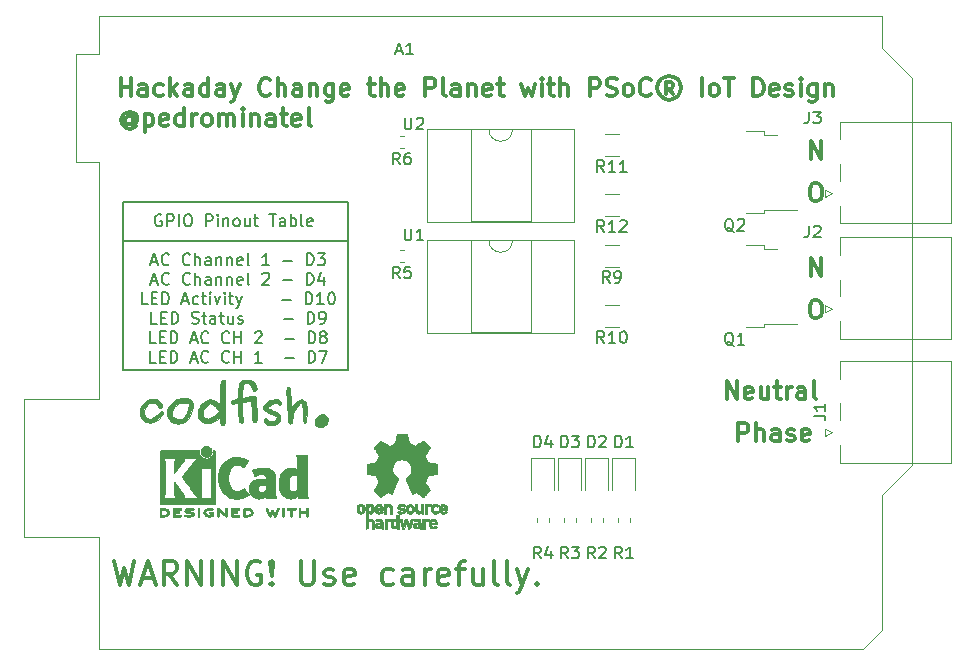
<source format=gbr>
G04 #@! TF.GenerationSoftware,KiCad,Pcbnew,5.1.5+dfsg1-2build2*
G04 #@! TF.CreationDate,2020-08-23T11:23:10+01:00*
G04 #@! TF.ProjectId,psoc6_beacon_gateway,70736f63-365f-4626-9561-636f6e5f6761,rev?*
G04 #@! TF.SameCoordinates,Original*
G04 #@! TF.FileFunction,Legend,Top*
G04 #@! TF.FilePolarity,Positive*
%FSLAX46Y46*%
G04 Gerber Fmt 4.6, Leading zero omitted, Abs format (unit mm)*
G04 Created by KiCad (PCBNEW 5.1.5+dfsg1-2build2) date 2020-08-23 11:23:10*
%MOMM*%
%LPD*%
G04 APERTURE LIST*
%ADD10C,0.150000*%
%ADD11C,0.300000*%
%ADD12C,0.010000*%
%ADD13C,0.120000*%
G04 APERTURE END LIST*
D10*
X-90424000Y-9652000D02*
X-71374000Y-9652000D01*
D11*
X-91152000Y-36750761D02*
X-90675809Y-38750761D01*
X-90294857Y-37322190D01*
X-89913904Y-38750761D01*
X-89437714Y-36750761D01*
X-88771047Y-38179333D02*
X-87818666Y-38179333D01*
X-88961523Y-38750761D02*
X-88294857Y-36750761D01*
X-87628190Y-38750761D01*
X-85818666Y-38750761D02*
X-86485333Y-37798380D01*
X-86961523Y-38750761D02*
X-86961523Y-36750761D01*
X-86199619Y-36750761D01*
X-86009142Y-36846000D01*
X-85913904Y-36941238D01*
X-85818666Y-37131714D01*
X-85818666Y-37417428D01*
X-85913904Y-37607904D01*
X-86009142Y-37703142D01*
X-86199619Y-37798380D01*
X-86961523Y-37798380D01*
X-84961523Y-38750761D02*
X-84961523Y-36750761D01*
X-83818666Y-38750761D01*
X-83818666Y-36750761D01*
X-82866285Y-38750761D02*
X-82866285Y-36750761D01*
X-81913904Y-38750761D02*
X-81913904Y-36750761D01*
X-80771047Y-38750761D01*
X-80771047Y-36750761D01*
X-78771047Y-36846000D02*
X-78961523Y-36750761D01*
X-79247238Y-36750761D01*
X-79532952Y-36846000D01*
X-79723428Y-37036476D01*
X-79818666Y-37226952D01*
X-79913904Y-37607904D01*
X-79913904Y-37893619D01*
X-79818666Y-38274571D01*
X-79723428Y-38465047D01*
X-79532952Y-38655523D01*
X-79247238Y-38750761D01*
X-79056761Y-38750761D01*
X-78771047Y-38655523D01*
X-78675809Y-38560285D01*
X-78675809Y-37893619D01*
X-79056761Y-37893619D01*
X-77818666Y-38560285D02*
X-77723428Y-38655523D01*
X-77818666Y-38750761D01*
X-77913904Y-38655523D01*
X-77818666Y-38560285D01*
X-77818666Y-38750761D01*
X-77818666Y-37988857D02*
X-77913904Y-36846000D01*
X-77818666Y-36750761D01*
X-77723428Y-36846000D01*
X-77818666Y-37988857D01*
X-77818666Y-36750761D01*
X-75342476Y-36750761D02*
X-75342476Y-38369809D01*
X-75247238Y-38560285D01*
X-75152000Y-38655523D01*
X-74961523Y-38750761D01*
X-74580571Y-38750761D01*
X-74390095Y-38655523D01*
X-74294857Y-38560285D01*
X-74199619Y-38369809D01*
X-74199619Y-36750761D01*
X-73342476Y-38655523D02*
X-73152000Y-38750761D01*
X-72771047Y-38750761D01*
X-72580571Y-38655523D01*
X-72485333Y-38465047D01*
X-72485333Y-38369809D01*
X-72580571Y-38179333D01*
X-72771047Y-38084095D01*
X-73056761Y-38084095D01*
X-73247238Y-37988857D01*
X-73342476Y-37798380D01*
X-73342476Y-37703142D01*
X-73247238Y-37512666D01*
X-73056761Y-37417428D01*
X-72771047Y-37417428D01*
X-72580571Y-37512666D01*
X-70866285Y-38655523D02*
X-71056761Y-38750761D01*
X-71437714Y-38750761D01*
X-71628190Y-38655523D01*
X-71723428Y-38465047D01*
X-71723428Y-37703142D01*
X-71628190Y-37512666D01*
X-71437714Y-37417428D01*
X-71056761Y-37417428D01*
X-70866285Y-37512666D01*
X-70771047Y-37703142D01*
X-70771047Y-37893619D01*
X-71723428Y-38084095D01*
X-67532952Y-38655523D02*
X-67723428Y-38750761D01*
X-68104380Y-38750761D01*
X-68294857Y-38655523D01*
X-68390095Y-38560285D01*
X-68485333Y-38369809D01*
X-68485333Y-37798380D01*
X-68390095Y-37607904D01*
X-68294857Y-37512666D01*
X-68104380Y-37417428D01*
X-67723428Y-37417428D01*
X-67532952Y-37512666D01*
X-65818666Y-38750761D02*
X-65818666Y-37703142D01*
X-65913904Y-37512666D01*
X-66104380Y-37417428D01*
X-66485333Y-37417428D01*
X-66675809Y-37512666D01*
X-65818666Y-38655523D02*
X-66009142Y-38750761D01*
X-66485333Y-38750761D01*
X-66675809Y-38655523D01*
X-66771047Y-38465047D01*
X-66771047Y-38274571D01*
X-66675809Y-38084095D01*
X-66485333Y-37988857D01*
X-66009142Y-37988857D01*
X-65818666Y-37893619D01*
X-64866285Y-38750761D02*
X-64866285Y-37417428D01*
X-64866285Y-37798380D02*
X-64771047Y-37607904D01*
X-64675809Y-37512666D01*
X-64485333Y-37417428D01*
X-64294857Y-37417428D01*
X-62866285Y-38655523D02*
X-63056761Y-38750761D01*
X-63437714Y-38750761D01*
X-63628190Y-38655523D01*
X-63723428Y-38465047D01*
X-63723428Y-37703142D01*
X-63628190Y-37512666D01*
X-63437714Y-37417428D01*
X-63056761Y-37417428D01*
X-62866285Y-37512666D01*
X-62771047Y-37703142D01*
X-62771047Y-37893619D01*
X-63723428Y-38084095D01*
X-62199619Y-37417428D02*
X-61437714Y-37417428D01*
X-61913904Y-38750761D02*
X-61913904Y-37036476D01*
X-61818666Y-36846000D01*
X-61628190Y-36750761D01*
X-61437714Y-36750761D01*
X-59913904Y-37417428D02*
X-59913904Y-38750761D01*
X-60771047Y-37417428D02*
X-60771047Y-38465047D01*
X-60675809Y-38655523D01*
X-60485333Y-38750761D01*
X-60199619Y-38750761D01*
X-60009142Y-38655523D01*
X-59913904Y-38560285D01*
X-58675809Y-38750761D02*
X-58866285Y-38655523D01*
X-58961523Y-38465047D01*
X-58961523Y-36750761D01*
X-57628190Y-38750761D02*
X-57818666Y-38655523D01*
X-57913904Y-38465047D01*
X-57913904Y-36750761D01*
X-57056761Y-37417428D02*
X-56580571Y-38750761D01*
X-56104380Y-37417428D02*
X-56580571Y-38750761D01*
X-56771047Y-39226952D01*
X-56866285Y-39322190D01*
X-57056761Y-39417428D01*
X-55342476Y-38560285D02*
X-55247238Y-38655523D01*
X-55342476Y-38750761D01*
X-55437714Y-38655523D01*
X-55342476Y-38560285D01*
X-55342476Y-38750761D01*
D10*
X-71374000Y-6350000D02*
X-90424000Y-6350000D01*
X-71374000Y-20574000D02*
X-71374000Y-6350000D01*
X-90424000Y-20574000D02*
X-71374000Y-20574000D01*
X-90424000Y-6350000D02*
X-90424000Y-20574000D01*
D11*
X-31892857Y-4766571D02*
X-31607142Y-4766571D01*
X-31464285Y-4838000D01*
X-31321428Y-4980857D01*
X-31250000Y-5266571D01*
X-31250000Y-5766571D01*
X-31321428Y-6052285D01*
X-31464285Y-6195142D01*
X-31607142Y-6266571D01*
X-31892857Y-6266571D01*
X-32035714Y-6195142D01*
X-32178571Y-6052285D01*
X-32250000Y-5766571D01*
X-32250000Y-5266571D01*
X-32178571Y-4980857D01*
X-32035714Y-4838000D01*
X-31892857Y-4766571D01*
X-31892857Y-14672571D02*
X-31607142Y-14672571D01*
X-31464285Y-14744000D01*
X-31321428Y-14886857D01*
X-31250000Y-15172571D01*
X-31250000Y-15672571D01*
X-31321428Y-15958285D01*
X-31464285Y-16101142D01*
X-31607142Y-16172571D01*
X-31892857Y-16172571D01*
X-32035714Y-16101142D01*
X-32178571Y-15958285D01*
X-32250000Y-15672571D01*
X-32250000Y-15172571D01*
X-32178571Y-14886857D01*
X-32035714Y-14744000D01*
X-31892857Y-14672571D01*
X-32178571Y-12616571D02*
X-32178571Y-11116571D01*
X-31321428Y-12616571D01*
X-31321428Y-11116571D01*
X-32178571Y-2710571D02*
X-32178571Y-1210571D01*
X-31321428Y-2710571D01*
X-31321428Y-1210571D01*
X-38306000Y-26586571D02*
X-38306000Y-25086571D01*
X-37734571Y-25086571D01*
X-37591714Y-25158000D01*
X-37520285Y-25229428D01*
X-37448857Y-25372285D01*
X-37448857Y-25586571D01*
X-37520285Y-25729428D01*
X-37591714Y-25800857D01*
X-37734571Y-25872285D01*
X-38306000Y-25872285D01*
X-36806000Y-26586571D02*
X-36806000Y-25086571D01*
X-36163142Y-26586571D02*
X-36163142Y-25800857D01*
X-36234571Y-25658000D01*
X-36377428Y-25586571D01*
X-36591714Y-25586571D01*
X-36734571Y-25658000D01*
X-36806000Y-25729428D01*
X-34806000Y-26586571D02*
X-34806000Y-25800857D01*
X-34877428Y-25658000D01*
X-35020285Y-25586571D01*
X-35306000Y-25586571D01*
X-35448857Y-25658000D01*
X-34806000Y-26515142D02*
X-34948857Y-26586571D01*
X-35306000Y-26586571D01*
X-35448857Y-26515142D01*
X-35520285Y-26372285D01*
X-35520285Y-26229428D01*
X-35448857Y-26086571D01*
X-35306000Y-26015142D01*
X-34948857Y-26015142D01*
X-34806000Y-25943714D01*
X-34163142Y-26515142D02*
X-34020285Y-26586571D01*
X-33734571Y-26586571D01*
X-33591714Y-26515142D01*
X-33520285Y-26372285D01*
X-33520285Y-26300857D01*
X-33591714Y-26158000D01*
X-33734571Y-26086571D01*
X-33948857Y-26086571D01*
X-34091714Y-26015142D01*
X-34163142Y-25872285D01*
X-34163142Y-25800857D01*
X-34091714Y-25658000D01*
X-33948857Y-25586571D01*
X-33734571Y-25586571D01*
X-33591714Y-25658000D01*
X-32306000Y-26515142D02*
X-32448857Y-26586571D01*
X-32734571Y-26586571D01*
X-32877428Y-26515142D01*
X-32948857Y-26372285D01*
X-32948857Y-25800857D01*
X-32877428Y-25658000D01*
X-32734571Y-25586571D01*
X-32448857Y-25586571D01*
X-32306000Y-25658000D01*
X-32234571Y-25800857D01*
X-32234571Y-25943714D01*
X-32948857Y-26086571D01*
X-39274285Y-23030571D02*
X-39274285Y-21530571D01*
X-38417142Y-23030571D01*
X-38417142Y-21530571D01*
X-37131428Y-22959142D02*
X-37274285Y-23030571D01*
X-37559999Y-23030571D01*
X-37702857Y-22959142D01*
X-37774285Y-22816285D01*
X-37774285Y-22244857D01*
X-37702857Y-22102000D01*
X-37559999Y-22030571D01*
X-37274285Y-22030571D01*
X-37131428Y-22102000D01*
X-37060000Y-22244857D01*
X-37060000Y-22387714D01*
X-37774285Y-22530571D01*
X-35774285Y-22030571D02*
X-35774285Y-23030571D01*
X-36417142Y-22030571D02*
X-36417142Y-22816285D01*
X-36345714Y-22959142D01*
X-36202857Y-23030571D01*
X-35988571Y-23030571D01*
X-35845714Y-22959142D01*
X-35774285Y-22887714D01*
X-35274285Y-22030571D02*
X-34702857Y-22030571D01*
X-35060000Y-21530571D02*
X-35060000Y-22816285D01*
X-34988571Y-22959142D01*
X-34845714Y-23030571D01*
X-34702857Y-23030571D01*
X-34202857Y-23030571D02*
X-34202857Y-22030571D01*
X-34202857Y-22316285D02*
X-34131428Y-22173428D01*
X-34060000Y-22102000D01*
X-33917142Y-22030571D01*
X-33774285Y-22030571D01*
X-32631428Y-23030571D02*
X-32631428Y-22244857D01*
X-32702857Y-22102000D01*
X-32845714Y-22030571D01*
X-33131428Y-22030571D01*
X-33274285Y-22102000D01*
X-32631428Y-22959142D02*
X-32774285Y-23030571D01*
X-33131428Y-23030571D01*
X-33274285Y-22959142D01*
X-33345714Y-22816285D01*
X-33345714Y-22673428D01*
X-33274285Y-22530571D01*
X-33131428Y-22459142D01*
X-32774285Y-22459142D01*
X-32631428Y-22387714D01*
X-31702857Y-23030571D02*
X-31845714Y-22959142D01*
X-31917142Y-22816285D01*
X-31917142Y-21530571D01*
D10*
X-87145047Y-7441000D02*
X-87240285Y-7393380D01*
X-87383142Y-7393380D01*
X-87526000Y-7441000D01*
X-87621238Y-7536238D01*
X-87668857Y-7631476D01*
X-87716476Y-7821952D01*
X-87716476Y-7964809D01*
X-87668857Y-8155285D01*
X-87621238Y-8250523D01*
X-87526000Y-8345761D01*
X-87383142Y-8393380D01*
X-87287904Y-8393380D01*
X-87145047Y-8345761D01*
X-87097428Y-8298142D01*
X-87097428Y-7964809D01*
X-87287904Y-7964809D01*
X-86668857Y-8393380D02*
X-86668857Y-7393380D01*
X-86287904Y-7393380D01*
X-86192666Y-7441000D01*
X-86145047Y-7488619D01*
X-86097428Y-7583857D01*
X-86097428Y-7726714D01*
X-86145047Y-7821952D01*
X-86192666Y-7869571D01*
X-86287904Y-7917190D01*
X-86668857Y-7917190D01*
X-85668857Y-8393380D02*
X-85668857Y-7393380D01*
X-85002190Y-7393380D02*
X-84811714Y-7393380D01*
X-84716476Y-7441000D01*
X-84621238Y-7536238D01*
X-84573619Y-7726714D01*
X-84573619Y-8060047D01*
X-84621238Y-8250523D01*
X-84716476Y-8345761D01*
X-84811714Y-8393380D01*
X-85002190Y-8393380D01*
X-85097428Y-8345761D01*
X-85192666Y-8250523D01*
X-85240285Y-8060047D01*
X-85240285Y-7726714D01*
X-85192666Y-7536238D01*
X-85097428Y-7441000D01*
X-85002190Y-7393380D01*
X-83383142Y-8393380D02*
X-83383142Y-7393380D01*
X-83002190Y-7393380D01*
X-82906952Y-7441000D01*
X-82859333Y-7488619D01*
X-82811714Y-7583857D01*
X-82811714Y-7726714D01*
X-82859333Y-7821952D01*
X-82906952Y-7869571D01*
X-83002190Y-7917190D01*
X-83383142Y-7917190D01*
X-82383142Y-8393380D02*
X-82383142Y-7726714D01*
X-82383142Y-7393380D02*
X-82430761Y-7441000D01*
X-82383142Y-7488619D01*
X-82335523Y-7441000D01*
X-82383142Y-7393380D01*
X-82383142Y-7488619D01*
X-81906952Y-7726714D02*
X-81906952Y-8393380D01*
X-81906952Y-7821952D02*
X-81859333Y-7774333D01*
X-81764095Y-7726714D01*
X-81621238Y-7726714D01*
X-81526000Y-7774333D01*
X-81478380Y-7869571D01*
X-81478380Y-8393380D01*
X-80859333Y-8393380D02*
X-80954571Y-8345761D01*
X-81002190Y-8298142D01*
X-81049809Y-8202904D01*
X-81049809Y-7917190D01*
X-81002190Y-7821952D01*
X-80954571Y-7774333D01*
X-80859333Y-7726714D01*
X-80716476Y-7726714D01*
X-80621238Y-7774333D01*
X-80573619Y-7821952D01*
X-80526000Y-7917190D01*
X-80526000Y-8202904D01*
X-80573619Y-8298142D01*
X-80621238Y-8345761D01*
X-80716476Y-8393380D01*
X-80859333Y-8393380D01*
X-79668857Y-7726714D02*
X-79668857Y-8393380D01*
X-80097428Y-7726714D02*
X-80097428Y-8250523D01*
X-80049809Y-8345761D01*
X-79954571Y-8393380D01*
X-79811714Y-8393380D01*
X-79716476Y-8345761D01*
X-79668857Y-8298142D01*
X-79335523Y-7726714D02*
X-78954571Y-7726714D01*
X-79192666Y-7393380D02*
X-79192666Y-8250523D01*
X-79145047Y-8345761D01*
X-79049809Y-8393380D01*
X-78954571Y-8393380D01*
X-78002190Y-7393380D02*
X-77430761Y-7393380D01*
X-77716476Y-8393380D02*
X-77716476Y-7393380D01*
X-76668857Y-8393380D02*
X-76668857Y-7869571D01*
X-76716476Y-7774333D01*
X-76811714Y-7726714D01*
X-77002190Y-7726714D01*
X-77097428Y-7774333D01*
X-76668857Y-8345761D02*
X-76764095Y-8393380D01*
X-77002190Y-8393380D01*
X-77097428Y-8345761D01*
X-77145047Y-8250523D01*
X-77145047Y-8155285D01*
X-77097428Y-8060047D01*
X-77002190Y-8012428D01*
X-76764095Y-8012428D01*
X-76668857Y-7964809D01*
X-76192666Y-8393380D02*
X-76192666Y-7393380D01*
X-76192666Y-7774333D02*
X-76097428Y-7726714D01*
X-75906952Y-7726714D01*
X-75811714Y-7774333D01*
X-75764095Y-7821952D01*
X-75716476Y-7917190D01*
X-75716476Y-8202904D01*
X-75764095Y-8298142D01*
X-75811714Y-8345761D01*
X-75906952Y-8393380D01*
X-76097428Y-8393380D01*
X-76192666Y-8345761D01*
X-75145047Y-8393380D02*
X-75240285Y-8345761D01*
X-75287904Y-8250523D01*
X-75287904Y-7393380D01*
X-74383142Y-8345761D02*
X-74478380Y-8393380D01*
X-74668857Y-8393380D01*
X-74764095Y-8345761D01*
X-74811714Y-8250523D01*
X-74811714Y-7869571D01*
X-74764095Y-7774333D01*
X-74668857Y-7726714D01*
X-74478380Y-7726714D01*
X-74383142Y-7774333D01*
X-74335523Y-7869571D01*
X-74335523Y-7964809D01*
X-74811714Y-8060047D01*
X-87978380Y-11407666D02*
X-87502190Y-11407666D01*
X-88073619Y-11693380D02*
X-87740285Y-10693380D01*
X-87406952Y-11693380D01*
X-86502190Y-11598142D02*
X-86549809Y-11645761D01*
X-86692666Y-11693380D01*
X-86787904Y-11693380D01*
X-86930761Y-11645761D01*
X-87026000Y-11550523D01*
X-87073619Y-11455285D01*
X-87121238Y-11264809D01*
X-87121238Y-11121952D01*
X-87073619Y-10931476D01*
X-87026000Y-10836238D01*
X-86930761Y-10741000D01*
X-86787904Y-10693380D01*
X-86692666Y-10693380D01*
X-86549809Y-10741000D01*
X-86502190Y-10788619D01*
X-84740285Y-11598142D02*
X-84787904Y-11645761D01*
X-84930761Y-11693380D01*
X-85026000Y-11693380D01*
X-85168857Y-11645761D01*
X-85264095Y-11550523D01*
X-85311714Y-11455285D01*
X-85359333Y-11264809D01*
X-85359333Y-11121952D01*
X-85311714Y-10931476D01*
X-85264095Y-10836238D01*
X-85168857Y-10741000D01*
X-85026000Y-10693380D01*
X-84930761Y-10693380D01*
X-84787904Y-10741000D01*
X-84740285Y-10788619D01*
X-84311714Y-11693380D02*
X-84311714Y-10693380D01*
X-83883142Y-11693380D02*
X-83883142Y-11169571D01*
X-83930761Y-11074333D01*
X-84026000Y-11026714D01*
X-84168857Y-11026714D01*
X-84264095Y-11074333D01*
X-84311714Y-11121952D01*
X-82978380Y-11693380D02*
X-82978380Y-11169571D01*
X-83026000Y-11074333D01*
X-83121238Y-11026714D01*
X-83311714Y-11026714D01*
X-83406952Y-11074333D01*
X-82978380Y-11645761D02*
X-83073619Y-11693380D01*
X-83311714Y-11693380D01*
X-83406952Y-11645761D01*
X-83454571Y-11550523D01*
X-83454571Y-11455285D01*
X-83406952Y-11360047D01*
X-83311714Y-11312428D01*
X-83073619Y-11312428D01*
X-82978380Y-11264809D01*
X-82502190Y-11026714D02*
X-82502190Y-11693380D01*
X-82502190Y-11121952D02*
X-82454571Y-11074333D01*
X-82359333Y-11026714D01*
X-82216476Y-11026714D01*
X-82121238Y-11074333D01*
X-82073619Y-11169571D01*
X-82073619Y-11693380D01*
X-81597428Y-11026714D02*
X-81597428Y-11693380D01*
X-81597428Y-11121952D02*
X-81549809Y-11074333D01*
X-81454571Y-11026714D01*
X-81311714Y-11026714D01*
X-81216476Y-11074333D01*
X-81168857Y-11169571D01*
X-81168857Y-11693380D01*
X-80311714Y-11645761D02*
X-80406952Y-11693380D01*
X-80597428Y-11693380D01*
X-80692666Y-11645761D01*
X-80740285Y-11550523D01*
X-80740285Y-11169571D01*
X-80692666Y-11074333D01*
X-80597428Y-11026714D01*
X-80406952Y-11026714D01*
X-80311714Y-11074333D01*
X-80264095Y-11169571D01*
X-80264095Y-11264809D01*
X-80740285Y-11360047D01*
X-79692666Y-11693380D02*
X-79787904Y-11645761D01*
X-79835523Y-11550523D01*
X-79835523Y-10693380D01*
X-78026000Y-11693380D02*
X-78597428Y-11693380D01*
X-78311714Y-11693380D02*
X-78311714Y-10693380D01*
X-78406952Y-10836238D01*
X-78502190Y-10931476D01*
X-78597428Y-10979095D01*
X-76835523Y-11312428D02*
X-76073619Y-11312428D01*
X-74835523Y-11693380D02*
X-74835523Y-10693380D01*
X-74597428Y-10693380D01*
X-74454571Y-10741000D01*
X-74359333Y-10836238D01*
X-74311714Y-10931476D01*
X-74264095Y-11121952D01*
X-74264095Y-11264809D01*
X-74311714Y-11455285D01*
X-74359333Y-11550523D01*
X-74454571Y-11645761D01*
X-74597428Y-11693380D01*
X-74835523Y-11693380D01*
X-73930761Y-10693380D02*
X-73311714Y-10693380D01*
X-73645047Y-11074333D01*
X-73502190Y-11074333D01*
X-73406952Y-11121952D01*
X-73359333Y-11169571D01*
X-73311714Y-11264809D01*
X-73311714Y-11502904D01*
X-73359333Y-11598142D01*
X-73406952Y-11645761D01*
X-73502190Y-11693380D01*
X-73787904Y-11693380D01*
X-73883142Y-11645761D01*
X-73930761Y-11598142D01*
X-87978380Y-13057666D02*
X-87502190Y-13057666D01*
X-88073619Y-13343380D02*
X-87740285Y-12343380D01*
X-87406952Y-13343380D01*
X-86502190Y-13248142D02*
X-86549809Y-13295761D01*
X-86692666Y-13343380D01*
X-86787904Y-13343380D01*
X-86930761Y-13295761D01*
X-87026000Y-13200523D01*
X-87073619Y-13105285D01*
X-87121238Y-12914809D01*
X-87121238Y-12771952D01*
X-87073619Y-12581476D01*
X-87026000Y-12486238D01*
X-86930761Y-12391000D01*
X-86787904Y-12343380D01*
X-86692666Y-12343380D01*
X-86549809Y-12391000D01*
X-86502190Y-12438619D01*
X-84740285Y-13248142D02*
X-84787904Y-13295761D01*
X-84930761Y-13343380D01*
X-85026000Y-13343380D01*
X-85168857Y-13295761D01*
X-85264095Y-13200523D01*
X-85311714Y-13105285D01*
X-85359333Y-12914809D01*
X-85359333Y-12771952D01*
X-85311714Y-12581476D01*
X-85264095Y-12486238D01*
X-85168857Y-12391000D01*
X-85026000Y-12343380D01*
X-84930761Y-12343380D01*
X-84787904Y-12391000D01*
X-84740285Y-12438619D01*
X-84311714Y-13343380D02*
X-84311714Y-12343380D01*
X-83883142Y-13343380D02*
X-83883142Y-12819571D01*
X-83930761Y-12724333D01*
X-84026000Y-12676714D01*
X-84168857Y-12676714D01*
X-84264095Y-12724333D01*
X-84311714Y-12771952D01*
X-82978380Y-13343380D02*
X-82978380Y-12819571D01*
X-83026000Y-12724333D01*
X-83121238Y-12676714D01*
X-83311714Y-12676714D01*
X-83406952Y-12724333D01*
X-82978380Y-13295761D02*
X-83073619Y-13343380D01*
X-83311714Y-13343380D01*
X-83406952Y-13295761D01*
X-83454571Y-13200523D01*
X-83454571Y-13105285D01*
X-83406952Y-13010047D01*
X-83311714Y-12962428D01*
X-83073619Y-12962428D01*
X-82978380Y-12914809D01*
X-82502190Y-12676714D02*
X-82502190Y-13343380D01*
X-82502190Y-12771952D02*
X-82454571Y-12724333D01*
X-82359333Y-12676714D01*
X-82216476Y-12676714D01*
X-82121238Y-12724333D01*
X-82073619Y-12819571D01*
X-82073619Y-13343380D01*
X-81597428Y-12676714D02*
X-81597428Y-13343380D01*
X-81597428Y-12771952D02*
X-81549809Y-12724333D01*
X-81454571Y-12676714D01*
X-81311714Y-12676714D01*
X-81216476Y-12724333D01*
X-81168857Y-12819571D01*
X-81168857Y-13343380D01*
X-80311714Y-13295761D02*
X-80406952Y-13343380D01*
X-80597428Y-13343380D01*
X-80692666Y-13295761D01*
X-80740285Y-13200523D01*
X-80740285Y-12819571D01*
X-80692666Y-12724333D01*
X-80597428Y-12676714D01*
X-80406952Y-12676714D01*
X-80311714Y-12724333D01*
X-80264095Y-12819571D01*
X-80264095Y-12914809D01*
X-80740285Y-13010047D01*
X-79692666Y-13343380D02*
X-79787904Y-13295761D01*
X-79835523Y-13200523D01*
X-79835523Y-12343380D01*
X-78597428Y-12438619D02*
X-78549809Y-12391000D01*
X-78454571Y-12343380D01*
X-78216476Y-12343380D01*
X-78121238Y-12391000D01*
X-78073619Y-12438619D01*
X-78026000Y-12533857D01*
X-78026000Y-12629095D01*
X-78073619Y-12771952D01*
X-78645047Y-13343380D01*
X-78026000Y-13343380D01*
X-76835523Y-12962428D02*
X-76073619Y-12962428D01*
X-74835523Y-13343380D02*
X-74835523Y-12343380D01*
X-74597428Y-12343380D01*
X-74454571Y-12391000D01*
X-74359333Y-12486238D01*
X-74311714Y-12581476D01*
X-74264095Y-12771952D01*
X-74264095Y-12914809D01*
X-74311714Y-13105285D01*
X-74359333Y-13200523D01*
X-74454571Y-13295761D01*
X-74597428Y-13343380D01*
X-74835523Y-13343380D01*
X-73406952Y-12676714D02*
X-73406952Y-13343380D01*
X-73645047Y-12295761D02*
X-73883142Y-13010047D01*
X-73264095Y-13010047D01*
X-88311714Y-14993380D02*
X-88787904Y-14993380D01*
X-88787904Y-13993380D01*
X-87978380Y-14469571D02*
X-87645047Y-14469571D01*
X-87502190Y-14993380D02*
X-87978380Y-14993380D01*
X-87978380Y-13993380D01*
X-87502190Y-13993380D01*
X-87073619Y-14993380D02*
X-87073619Y-13993380D01*
X-86835523Y-13993380D01*
X-86692666Y-14041000D01*
X-86597428Y-14136238D01*
X-86549809Y-14231476D01*
X-86502190Y-14421952D01*
X-86502190Y-14564809D01*
X-86549809Y-14755285D01*
X-86597428Y-14850523D01*
X-86692666Y-14945761D01*
X-86835523Y-14993380D01*
X-87073619Y-14993380D01*
X-85359333Y-14707666D02*
X-84883142Y-14707666D01*
X-85454571Y-14993380D02*
X-85121238Y-13993380D01*
X-84787904Y-14993380D01*
X-84026000Y-14945761D02*
X-84121238Y-14993380D01*
X-84311714Y-14993380D01*
X-84406952Y-14945761D01*
X-84454571Y-14898142D01*
X-84502190Y-14802904D01*
X-84502190Y-14517190D01*
X-84454571Y-14421952D01*
X-84406952Y-14374333D01*
X-84311714Y-14326714D01*
X-84121238Y-14326714D01*
X-84026000Y-14374333D01*
X-83740285Y-14326714D02*
X-83359333Y-14326714D01*
X-83597428Y-13993380D02*
X-83597428Y-14850523D01*
X-83549809Y-14945761D01*
X-83454571Y-14993380D01*
X-83359333Y-14993380D01*
X-83026000Y-14993380D02*
X-83026000Y-14326714D01*
X-83026000Y-13993380D02*
X-83073619Y-14041000D01*
X-83026000Y-14088619D01*
X-82978380Y-14041000D01*
X-83026000Y-13993380D01*
X-83026000Y-14088619D01*
X-82645047Y-14326714D02*
X-82406952Y-14993380D01*
X-82168857Y-14326714D01*
X-81787904Y-14993380D02*
X-81787904Y-14326714D01*
X-81787904Y-13993380D02*
X-81835523Y-14041000D01*
X-81787904Y-14088619D01*
X-81740285Y-14041000D01*
X-81787904Y-13993380D01*
X-81787904Y-14088619D01*
X-81454571Y-14326714D02*
X-81073619Y-14326714D01*
X-81311714Y-13993380D02*
X-81311714Y-14850523D01*
X-81264095Y-14945761D01*
X-81168857Y-14993380D01*
X-81073619Y-14993380D01*
X-80835523Y-14326714D02*
X-80597428Y-14993380D01*
X-80359333Y-14326714D02*
X-80597428Y-14993380D01*
X-80692666Y-15231476D01*
X-80740285Y-15279095D01*
X-80835523Y-15326714D01*
X-76930761Y-14612428D02*
X-76168857Y-14612428D01*
X-74930761Y-14993380D02*
X-74930761Y-13993380D01*
X-74692666Y-13993380D01*
X-74549809Y-14041000D01*
X-74454571Y-14136238D01*
X-74406952Y-14231476D01*
X-74359333Y-14421952D01*
X-74359333Y-14564809D01*
X-74406952Y-14755285D01*
X-74454571Y-14850523D01*
X-74549809Y-14945761D01*
X-74692666Y-14993380D01*
X-74930761Y-14993380D01*
X-73406952Y-14993380D02*
X-73978380Y-14993380D01*
X-73692666Y-14993380D02*
X-73692666Y-13993380D01*
X-73787904Y-14136238D01*
X-73883142Y-14231476D01*
X-73978380Y-14279095D01*
X-72787904Y-13993380D02*
X-72692666Y-13993380D01*
X-72597428Y-14041000D01*
X-72549809Y-14088619D01*
X-72502190Y-14183857D01*
X-72454571Y-14374333D01*
X-72454571Y-14612428D01*
X-72502190Y-14802904D01*
X-72549809Y-14898142D01*
X-72597428Y-14945761D01*
X-72692666Y-14993380D01*
X-72787904Y-14993380D01*
X-72883142Y-14945761D01*
X-72930761Y-14898142D01*
X-72978380Y-14802904D01*
X-73026000Y-14612428D01*
X-73026000Y-14374333D01*
X-72978380Y-14183857D01*
X-72930761Y-14088619D01*
X-72883142Y-14041000D01*
X-72787904Y-13993380D01*
X-87526000Y-16643380D02*
X-88002190Y-16643380D01*
X-88002190Y-15643380D01*
X-87192666Y-16119571D02*
X-86859333Y-16119571D01*
X-86716476Y-16643380D02*
X-87192666Y-16643380D01*
X-87192666Y-15643380D01*
X-86716476Y-15643380D01*
X-86287904Y-16643380D02*
X-86287904Y-15643380D01*
X-86049809Y-15643380D01*
X-85906952Y-15691000D01*
X-85811714Y-15786238D01*
X-85764095Y-15881476D01*
X-85716476Y-16071952D01*
X-85716476Y-16214809D01*
X-85764095Y-16405285D01*
X-85811714Y-16500523D01*
X-85906952Y-16595761D01*
X-86049809Y-16643380D01*
X-86287904Y-16643380D01*
X-84573619Y-16595761D02*
X-84430761Y-16643380D01*
X-84192666Y-16643380D01*
X-84097428Y-16595761D01*
X-84049809Y-16548142D01*
X-84002190Y-16452904D01*
X-84002190Y-16357666D01*
X-84049809Y-16262428D01*
X-84097428Y-16214809D01*
X-84192666Y-16167190D01*
X-84383142Y-16119571D01*
X-84478380Y-16071952D01*
X-84526000Y-16024333D01*
X-84573619Y-15929095D01*
X-84573619Y-15833857D01*
X-84526000Y-15738619D01*
X-84478380Y-15691000D01*
X-84383142Y-15643380D01*
X-84145047Y-15643380D01*
X-84002190Y-15691000D01*
X-83716476Y-15976714D02*
X-83335523Y-15976714D01*
X-83573619Y-15643380D02*
X-83573619Y-16500523D01*
X-83526000Y-16595761D01*
X-83430761Y-16643380D01*
X-83335523Y-16643380D01*
X-82573619Y-16643380D02*
X-82573619Y-16119571D01*
X-82621238Y-16024333D01*
X-82716476Y-15976714D01*
X-82906952Y-15976714D01*
X-83002190Y-16024333D01*
X-82573619Y-16595761D02*
X-82668857Y-16643380D01*
X-82906952Y-16643380D01*
X-83002190Y-16595761D01*
X-83049809Y-16500523D01*
X-83049809Y-16405285D01*
X-83002190Y-16310047D01*
X-82906952Y-16262428D01*
X-82668857Y-16262428D01*
X-82573619Y-16214809D01*
X-82240285Y-15976714D02*
X-81859333Y-15976714D01*
X-82097428Y-15643380D02*
X-82097428Y-16500523D01*
X-82049809Y-16595761D01*
X-81954571Y-16643380D01*
X-81859333Y-16643380D01*
X-81097428Y-15976714D02*
X-81097428Y-16643380D01*
X-81526000Y-15976714D02*
X-81526000Y-16500523D01*
X-81478380Y-16595761D01*
X-81383142Y-16643380D01*
X-81240285Y-16643380D01*
X-81145047Y-16595761D01*
X-81097428Y-16548142D01*
X-80668857Y-16595761D02*
X-80573619Y-16643380D01*
X-80383142Y-16643380D01*
X-80287904Y-16595761D01*
X-80240285Y-16500523D01*
X-80240285Y-16452904D01*
X-80287904Y-16357666D01*
X-80383142Y-16310047D01*
X-80526000Y-16310047D01*
X-80621238Y-16262428D01*
X-80668857Y-16167190D01*
X-80668857Y-16119571D01*
X-80621238Y-16024333D01*
X-80526000Y-15976714D01*
X-80383142Y-15976714D01*
X-80287904Y-16024333D01*
X-76764095Y-16262428D02*
X-76002190Y-16262428D01*
X-74764095Y-16643380D02*
X-74764095Y-15643380D01*
X-74526000Y-15643380D01*
X-74383142Y-15691000D01*
X-74287904Y-15786238D01*
X-74240285Y-15881476D01*
X-74192666Y-16071952D01*
X-74192666Y-16214809D01*
X-74240285Y-16405285D01*
X-74287904Y-16500523D01*
X-74383142Y-16595761D01*
X-74526000Y-16643380D01*
X-74764095Y-16643380D01*
X-73716476Y-16643380D02*
X-73526000Y-16643380D01*
X-73430761Y-16595761D01*
X-73383142Y-16548142D01*
X-73287904Y-16405285D01*
X-73240285Y-16214809D01*
X-73240285Y-15833857D01*
X-73287904Y-15738619D01*
X-73335523Y-15691000D01*
X-73430761Y-15643380D01*
X-73621238Y-15643380D01*
X-73716476Y-15691000D01*
X-73764095Y-15738619D01*
X-73811714Y-15833857D01*
X-73811714Y-16071952D01*
X-73764095Y-16167190D01*
X-73716476Y-16214809D01*
X-73621238Y-16262428D01*
X-73430761Y-16262428D01*
X-73335523Y-16214809D01*
X-73287904Y-16167190D01*
X-73240285Y-16071952D01*
X-87597428Y-18293380D02*
X-88073619Y-18293380D01*
X-88073619Y-17293380D01*
X-87264095Y-17769571D02*
X-86930761Y-17769571D01*
X-86787904Y-18293380D02*
X-87264095Y-18293380D01*
X-87264095Y-17293380D01*
X-86787904Y-17293380D01*
X-86359333Y-18293380D02*
X-86359333Y-17293380D01*
X-86121238Y-17293380D01*
X-85978380Y-17341000D01*
X-85883142Y-17436238D01*
X-85835523Y-17531476D01*
X-85787904Y-17721952D01*
X-85787904Y-17864809D01*
X-85835523Y-18055285D01*
X-85883142Y-18150523D01*
X-85978380Y-18245761D01*
X-86121238Y-18293380D01*
X-86359333Y-18293380D01*
X-84645047Y-18007666D02*
X-84168857Y-18007666D01*
X-84740285Y-18293380D02*
X-84406952Y-17293380D01*
X-84073619Y-18293380D01*
X-83168857Y-18198142D02*
X-83216476Y-18245761D01*
X-83359333Y-18293380D01*
X-83454571Y-18293380D01*
X-83597428Y-18245761D01*
X-83692666Y-18150523D01*
X-83740285Y-18055285D01*
X-83787904Y-17864809D01*
X-83787904Y-17721952D01*
X-83740285Y-17531476D01*
X-83692666Y-17436238D01*
X-83597428Y-17341000D01*
X-83454571Y-17293380D01*
X-83359333Y-17293380D01*
X-83216476Y-17341000D01*
X-83168857Y-17388619D01*
X-81406952Y-18198142D02*
X-81454571Y-18245761D01*
X-81597428Y-18293380D01*
X-81692666Y-18293380D01*
X-81835523Y-18245761D01*
X-81930761Y-18150523D01*
X-81978380Y-18055285D01*
X-82026000Y-17864809D01*
X-82026000Y-17721952D01*
X-81978380Y-17531476D01*
X-81930761Y-17436238D01*
X-81835523Y-17341000D01*
X-81692666Y-17293380D01*
X-81597428Y-17293380D01*
X-81454571Y-17341000D01*
X-81406952Y-17388619D01*
X-80978380Y-18293380D02*
X-80978380Y-17293380D01*
X-80978380Y-17769571D02*
X-80406952Y-17769571D01*
X-80406952Y-18293380D02*
X-80406952Y-17293380D01*
X-79216476Y-17388619D02*
X-79168857Y-17341000D01*
X-79073619Y-17293380D01*
X-78835523Y-17293380D01*
X-78740285Y-17341000D01*
X-78692666Y-17388619D01*
X-78645047Y-17483857D01*
X-78645047Y-17579095D01*
X-78692666Y-17721952D01*
X-79264095Y-18293380D01*
X-78645047Y-18293380D01*
X-76692666Y-17912428D02*
X-75930761Y-17912428D01*
X-74692666Y-18293380D02*
X-74692666Y-17293380D01*
X-74454571Y-17293380D01*
X-74311714Y-17341000D01*
X-74216476Y-17436238D01*
X-74168857Y-17531476D01*
X-74121238Y-17721952D01*
X-74121238Y-17864809D01*
X-74168857Y-18055285D01*
X-74216476Y-18150523D01*
X-74311714Y-18245761D01*
X-74454571Y-18293380D01*
X-74692666Y-18293380D01*
X-73549809Y-17721952D02*
X-73645047Y-17674333D01*
X-73692666Y-17626714D01*
X-73740285Y-17531476D01*
X-73740285Y-17483857D01*
X-73692666Y-17388619D01*
X-73645047Y-17341000D01*
X-73549809Y-17293380D01*
X-73359333Y-17293380D01*
X-73264095Y-17341000D01*
X-73216476Y-17388619D01*
X-73168857Y-17483857D01*
X-73168857Y-17531476D01*
X-73216476Y-17626714D01*
X-73264095Y-17674333D01*
X-73359333Y-17721952D01*
X-73549809Y-17721952D01*
X-73645047Y-17769571D01*
X-73692666Y-17817190D01*
X-73740285Y-17912428D01*
X-73740285Y-18102904D01*
X-73692666Y-18198142D01*
X-73645047Y-18245761D01*
X-73549809Y-18293380D01*
X-73359333Y-18293380D01*
X-73264095Y-18245761D01*
X-73216476Y-18198142D01*
X-73168857Y-18102904D01*
X-73168857Y-17912428D01*
X-73216476Y-17817190D01*
X-73264095Y-17769571D01*
X-73359333Y-17721952D01*
X-87597428Y-19943380D02*
X-88073619Y-19943380D01*
X-88073619Y-18943380D01*
X-87264095Y-19419571D02*
X-86930761Y-19419571D01*
X-86787904Y-19943380D02*
X-87264095Y-19943380D01*
X-87264095Y-18943380D01*
X-86787904Y-18943380D01*
X-86359333Y-19943380D02*
X-86359333Y-18943380D01*
X-86121238Y-18943380D01*
X-85978380Y-18991000D01*
X-85883142Y-19086238D01*
X-85835523Y-19181476D01*
X-85787904Y-19371952D01*
X-85787904Y-19514809D01*
X-85835523Y-19705285D01*
X-85883142Y-19800523D01*
X-85978380Y-19895761D01*
X-86121238Y-19943380D01*
X-86359333Y-19943380D01*
X-84645047Y-19657666D02*
X-84168857Y-19657666D01*
X-84740285Y-19943380D02*
X-84406952Y-18943380D01*
X-84073619Y-19943380D01*
X-83168857Y-19848142D02*
X-83216476Y-19895761D01*
X-83359333Y-19943380D01*
X-83454571Y-19943380D01*
X-83597428Y-19895761D01*
X-83692666Y-19800523D01*
X-83740285Y-19705285D01*
X-83787904Y-19514809D01*
X-83787904Y-19371952D01*
X-83740285Y-19181476D01*
X-83692666Y-19086238D01*
X-83597428Y-18991000D01*
X-83454571Y-18943380D01*
X-83359333Y-18943380D01*
X-83216476Y-18991000D01*
X-83168857Y-19038619D01*
X-81406952Y-19848142D02*
X-81454571Y-19895761D01*
X-81597428Y-19943380D01*
X-81692666Y-19943380D01*
X-81835523Y-19895761D01*
X-81930761Y-19800523D01*
X-81978380Y-19705285D01*
X-82026000Y-19514809D01*
X-82026000Y-19371952D01*
X-81978380Y-19181476D01*
X-81930761Y-19086238D01*
X-81835523Y-18991000D01*
X-81692666Y-18943380D01*
X-81597428Y-18943380D01*
X-81454571Y-18991000D01*
X-81406952Y-19038619D01*
X-80978380Y-19943380D02*
X-80978380Y-18943380D01*
X-80978380Y-19419571D02*
X-80406952Y-19419571D01*
X-80406952Y-19943380D02*
X-80406952Y-18943380D01*
X-78645047Y-19943380D02*
X-79216476Y-19943380D01*
X-78930761Y-19943380D02*
X-78930761Y-18943380D01*
X-79026000Y-19086238D01*
X-79121238Y-19181476D01*
X-79216476Y-19229095D01*
X-76692666Y-19562428D02*
X-75930761Y-19562428D01*
X-74692666Y-19943380D02*
X-74692666Y-18943380D01*
X-74454571Y-18943380D01*
X-74311714Y-18991000D01*
X-74216476Y-19086238D01*
X-74168857Y-19181476D01*
X-74121238Y-19371952D01*
X-74121238Y-19514809D01*
X-74168857Y-19705285D01*
X-74216476Y-19800523D01*
X-74311714Y-19895761D01*
X-74454571Y-19943380D01*
X-74692666Y-19943380D01*
X-73787904Y-18943380D02*
X-73121238Y-18943380D01*
X-73549809Y-19943380D01*
D11*
X-89550000Y797714D02*
X-89621428Y869142D01*
X-89764285Y940571D01*
X-89907142Y940571D01*
X-90050000Y869142D01*
X-90121428Y797714D01*
X-90192857Y654857D01*
X-90192857Y512000D01*
X-90121428Y369142D01*
X-90050000Y297714D01*
X-89907142Y226285D01*
X-89764285Y226285D01*
X-89621428Y297714D01*
X-89550000Y369142D01*
X-89550000Y940571D02*
X-89550000Y369142D01*
X-89478571Y297714D01*
X-89407142Y297714D01*
X-89264285Y369142D01*
X-89192857Y512000D01*
X-89192857Y869142D01*
X-89335714Y1083428D01*
X-89550000Y1226285D01*
X-89835714Y1297714D01*
X-90121428Y1226285D01*
X-90335714Y1083428D01*
X-90478571Y869142D01*
X-90550000Y583428D01*
X-90478571Y297714D01*
X-90335714Y83428D01*
X-90121428Y-59428D01*
X-89835714Y-130857D01*
X-89550000Y-59428D01*
X-89335714Y83428D01*
X-88550000Y1083428D02*
X-88550000Y-416571D01*
X-88550000Y1012000D02*
X-88407142Y1083428D01*
X-88121428Y1083428D01*
X-87978571Y1012000D01*
X-87907142Y940571D01*
X-87835714Y797714D01*
X-87835714Y369142D01*
X-87907142Y226285D01*
X-87978571Y154857D01*
X-88121428Y83428D01*
X-88407142Y83428D01*
X-88550000Y154857D01*
X-86621428Y154857D02*
X-86764285Y83428D01*
X-87050000Y83428D01*
X-87192857Y154857D01*
X-87264285Y297714D01*
X-87264285Y869142D01*
X-87192857Y1012000D01*
X-87050000Y1083428D01*
X-86764285Y1083428D01*
X-86621428Y1012000D01*
X-86550000Y869142D01*
X-86550000Y726285D01*
X-87264285Y583428D01*
X-85264285Y83428D02*
X-85264285Y1583428D01*
X-85264285Y154857D02*
X-85407142Y83428D01*
X-85692857Y83428D01*
X-85835714Y154857D01*
X-85907142Y226285D01*
X-85978571Y369142D01*
X-85978571Y797714D01*
X-85907142Y940571D01*
X-85835714Y1012000D01*
X-85692857Y1083428D01*
X-85407142Y1083428D01*
X-85264285Y1012000D01*
X-84550000Y83428D02*
X-84550000Y1083428D01*
X-84550000Y797714D02*
X-84478571Y940571D01*
X-84407142Y1012000D01*
X-84264285Y1083428D01*
X-84121428Y1083428D01*
X-83407142Y83428D02*
X-83550000Y154857D01*
X-83621428Y226285D01*
X-83692857Y369142D01*
X-83692857Y797714D01*
X-83621428Y940571D01*
X-83550000Y1012000D01*
X-83407142Y1083428D01*
X-83192857Y1083428D01*
X-83050000Y1012000D01*
X-82978571Y940571D01*
X-82907142Y797714D01*
X-82907142Y369142D01*
X-82978571Y226285D01*
X-83050000Y154857D01*
X-83192857Y83428D01*
X-83407142Y83428D01*
X-82264285Y83428D02*
X-82264285Y1083428D01*
X-82264285Y940571D02*
X-82192857Y1012000D01*
X-82050000Y1083428D01*
X-81835714Y1083428D01*
X-81692857Y1012000D01*
X-81621428Y869142D01*
X-81621428Y83428D01*
X-81621428Y869142D02*
X-81550000Y1012000D01*
X-81407142Y1083428D01*
X-81192857Y1083428D01*
X-81050000Y1012000D01*
X-80978571Y869142D01*
X-80978571Y83428D01*
X-80264285Y83428D02*
X-80264285Y1083428D01*
X-80264285Y1583428D02*
X-80335714Y1512000D01*
X-80264285Y1440571D01*
X-80192857Y1512000D01*
X-80264285Y1583428D01*
X-80264285Y1440571D01*
X-79550000Y1083428D02*
X-79550000Y83428D01*
X-79550000Y940571D02*
X-79478571Y1012000D01*
X-79335714Y1083428D01*
X-79121428Y1083428D01*
X-78978571Y1012000D01*
X-78907142Y869142D01*
X-78907142Y83428D01*
X-77550000Y83428D02*
X-77550000Y869142D01*
X-77621428Y1012000D01*
X-77764285Y1083428D01*
X-78050000Y1083428D01*
X-78192857Y1012000D01*
X-77550000Y154857D02*
X-77692857Y83428D01*
X-78050000Y83428D01*
X-78192857Y154857D01*
X-78264285Y297714D01*
X-78264285Y440571D01*
X-78192857Y583428D01*
X-78050000Y654857D01*
X-77692857Y654857D01*
X-77550000Y726285D01*
X-77050000Y1083428D02*
X-76478571Y1083428D01*
X-76835714Y1583428D02*
X-76835714Y297714D01*
X-76764285Y154857D01*
X-76621428Y83428D01*
X-76478571Y83428D01*
X-75407142Y154857D02*
X-75550000Y83428D01*
X-75835714Y83428D01*
X-75978571Y154857D01*
X-76050000Y297714D01*
X-76050000Y869142D01*
X-75978571Y1012000D01*
X-75835714Y1083428D01*
X-75550000Y1083428D01*
X-75407142Y1012000D01*
X-75335714Y869142D01*
X-75335714Y726285D01*
X-76050000Y583428D01*
X-74478571Y83428D02*
X-74621428Y154857D01*
X-74692857Y297714D01*
X-74692857Y1583428D01*
X-90594857Y2623428D02*
X-90594857Y4123428D01*
X-90594857Y3409142D02*
X-89737714Y3409142D01*
X-89737714Y2623428D02*
X-89737714Y4123428D01*
X-88380571Y2623428D02*
X-88380571Y3409142D01*
X-88452000Y3552000D01*
X-88594857Y3623428D01*
X-88880571Y3623428D01*
X-89023428Y3552000D01*
X-88380571Y2694857D02*
X-88523428Y2623428D01*
X-88880571Y2623428D01*
X-89023428Y2694857D01*
X-89094857Y2837714D01*
X-89094857Y2980571D01*
X-89023428Y3123428D01*
X-88880571Y3194857D01*
X-88523428Y3194857D01*
X-88380571Y3266285D01*
X-87023428Y2694857D02*
X-87166285Y2623428D01*
X-87452000Y2623428D01*
X-87594857Y2694857D01*
X-87666285Y2766285D01*
X-87737714Y2909142D01*
X-87737714Y3337714D01*
X-87666285Y3480571D01*
X-87594857Y3552000D01*
X-87452000Y3623428D01*
X-87166285Y3623428D01*
X-87023428Y3552000D01*
X-86380571Y2623428D02*
X-86380571Y4123428D01*
X-86237714Y3194857D02*
X-85809142Y2623428D01*
X-85809142Y3623428D02*
X-86380571Y3052000D01*
X-84523428Y2623428D02*
X-84523428Y3409142D01*
X-84594857Y3552000D01*
X-84737714Y3623428D01*
X-85023428Y3623428D01*
X-85166285Y3552000D01*
X-84523428Y2694857D02*
X-84666285Y2623428D01*
X-85023428Y2623428D01*
X-85166285Y2694857D01*
X-85237714Y2837714D01*
X-85237714Y2980571D01*
X-85166285Y3123428D01*
X-85023428Y3194857D01*
X-84666285Y3194857D01*
X-84523428Y3266285D01*
X-83166285Y2623428D02*
X-83166285Y4123428D01*
X-83166285Y2694857D02*
X-83309142Y2623428D01*
X-83594857Y2623428D01*
X-83737714Y2694857D01*
X-83809142Y2766285D01*
X-83880571Y2909142D01*
X-83880571Y3337714D01*
X-83809142Y3480571D01*
X-83737714Y3552000D01*
X-83594857Y3623428D01*
X-83309142Y3623428D01*
X-83166285Y3552000D01*
X-81809142Y2623428D02*
X-81809142Y3409142D01*
X-81880571Y3552000D01*
X-82023428Y3623428D01*
X-82309142Y3623428D01*
X-82452000Y3552000D01*
X-81809142Y2694857D02*
X-81952000Y2623428D01*
X-82309142Y2623428D01*
X-82452000Y2694857D01*
X-82523428Y2837714D01*
X-82523428Y2980571D01*
X-82452000Y3123428D01*
X-82309142Y3194857D01*
X-81952000Y3194857D01*
X-81809142Y3266285D01*
X-81237714Y3623428D02*
X-80880571Y2623428D01*
X-80523428Y3623428D02*
X-80880571Y2623428D01*
X-81023428Y2266285D01*
X-81094857Y2194857D01*
X-81237714Y2123428D01*
X-77952000Y2766285D02*
X-78023428Y2694857D01*
X-78237714Y2623428D01*
X-78380571Y2623428D01*
X-78594857Y2694857D01*
X-78737714Y2837714D01*
X-78809142Y2980571D01*
X-78880571Y3266285D01*
X-78880571Y3480571D01*
X-78809142Y3766285D01*
X-78737714Y3909142D01*
X-78594857Y4052000D01*
X-78380571Y4123428D01*
X-78237714Y4123428D01*
X-78023428Y4052000D01*
X-77952000Y3980571D01*
X-77309142Y2623428D02*
X-77309142Y4123428D01*
X-76666285Y2623428D02*
X-76666285Y3409142D01*
X-76737714Y3552000D01*
X-76880571Y3623428D01*
X-77094857Y3623428D01*
X-77237714Y3552000D01*
X-77309142Y3480571D01*
X-75309142Y2623428D02*
X-75309142Y3409142D01*
X-75380571Y3552000D01*
X-75523428Y3623428D01*
X-75809142Y3623428D01*
X-75952000Y3552000D01*
X-75309142Y2694857D02*
X-75452000Y2623428D01*
X-75809142Y2623428D01*
X-75952000Y2694857D01*
X-76023428Y2837714D01*
X-76023428Y2980571D01*
X-75952000Y3123428D01*
X-75809142Y3194857D01*
X-75452000Y3194857D01*
X-75309142Y3266285D01*
X-74594857Y3623428D02*
X-74594857Y2623428D01*
X-74594857Y3480571D02*
X-74523428Y3552000D01*
X-74380571Y3623428D01*
X-74166285Y3623428D01*
X-74023428Y3552000D01*
X-73952000Y3409142D01*
X-73952000Y2623428D01*
X-72594857Y3623428D02*
X-72594857Y2409142D01*
X-72666285Y2266285D01*
X-72737714Y2194857D01*
X-72880571Y2123428D01*
X-73094857Y2123428D01*
X-73237714Y2194857D01*
X-72594857Y2694857D02*
X-72737714Y2623428D01*
X-73023428Y2623428D01*
X-73166285Y2694857D01*
X-73237714Y2766285D01*
X-73309142Y2909142D01*
X-73309142Y3337714D01*
X-73237714Y3480571D01*
X-73166285Y3552000D01*
X-73023428Y3623428D01*
X-72737714Y3623428D01*
X-72594857Y3552000D01*
X-71309142Y2694857D02*
X-71452000Y2623428D01*
X-71737714Y2623428D01*
X-71880571Y2694857D01*
X-71952000Y2837714D01*
X-71952000Y3409142D01*
X-71880571Y3552000D01*
X-71737714Y3623428D01*
X-71452000Y3623428D01*
X-71309142Y3552000D01*
X-71237714Y3409142D01*
X-71237714Y3266285D01*
X-71952000Y3123428D01*
X-69666285Y3623428D02*
X-69094857Y3623428D01*
X-69452000Y4123428D02*
X-69452000Y2837714D01*
X-69380571Y2694857D01*
X-69237714Y2623428D01*
X-69094857Y2623428D01*
X-68594857Y2623428D02*
X-68594857Y4123428D01*
X-67952000Y2623428D02*
X-67952000Y3409142D01*
X-68023428Y3552000D01*
X-68166285Y3623428D01*
X-68380571Y3623428D01*
X-68523428Y3552000D01*
X-68594857Y3480571D01*
X-66666285Y2694857D02*
X-66809142Y2623428D01*
X-67094857Y2623428D01*
X-67237714Y2694857D01*
X-67309142Y2837714D01*
X-67309142Y3409142D01*
X-67237714Y3552000D01*
X-67094857Y3623428D01*
X-66809142Y3623428D01*
X-66666285Y3552000D01*
X-66594857Y3409142D01*
X-66594857Y3266285D01*
X-67309142Y3123428D01*
X-64809142Y2623428D02*
X-64809142Y4123428D01*
X-64237714Y4123428D01*
X-64094857Y4052000D01*
X-64023428Y3980571D01*
X-63952000Y3837714D01*
X-63952000Y3623428D01*
X-64023428Y3480571D01*
X-64094857Y3409142D01*
X-64237714Y3337714D01*
X-64809142Y3337714D01*
X-63094857Y2623428D02*
X-63237714Y2694857D01*
X-63309142Y2837714D01*
X-63309142Y4123428D01*
X-61880571Y2623428D02*
X-61880571Y3409142D01*
X-61952000Y3552000D01*
X-62094857Y3623428D01*
X-62380571Y3623428D01*
X-62523428Y3552000D01*
X-61880571Y2694857D02*
X-62023428Y2623428D01*
X-62380571Y2623428D01*
X-62523428Y2694857D01*
X-62594857Y2837714D01*
X-62594857Y2980571D01*
X-62523428Y3123428D01*
X-62380571Y3194857D01*
X-62023428Y3194857D01*
X-61880571Y3266285D01*
X-61166285Y3623428D02*
X-61166285Y2623428D01*
X-61166285Y3480571D02*
X-61094857Y3552000D01*
X-60952000Y3623428D01*
X-60737714Y3623428D01*
X-60594857Y3552000D01*
X-60523428Y3409142D01*
X-60523428Y2623428D01*
X-59237714Y2694857D02*
X-59380571Y2623428D01*
X-59666285Y2623428D01*
X-59809142Y2694857D01*
X-59880571Y2837714D01*
X-59880571Y3409142D01*
X-59809142Y3552000D01*
X-59666285Y3623428D01*
X-59380571Y3623428D01*
X-59237714Y3552000D01*
X-59166285Y3409142D01*
X-59166285Y3266285D01*
X-59880571Y3123428D01*
X-58737714Y3623428D02*
X-58166285Y3623428D01*
X-58523428Y4123428D02*
X-58523428Y2837714D01*
X-58451999Y2694857D01*
X-58309142Y2623428D01*
X-58166285Y2623428D01*
X-56666285Y3623428D02*
X-56380571Y2623428D01*
X-56094857Y3337714D01*
X-55809142Y2623428D01*
X-55523428Y3623428D01*
X-54951999Y2623428D02*
X-54951999Y3623428D01*
X-54951999Y4123428D02*
X-55023428Y4052000D01*
X-54951999Y3980571D01*
X-54880571Y4052000D01*
X-54951999Y4123428D01*
X-54951999Y3980571D01*
X-54451999Y3623428D02*
X-53880571Y3623428D01*
X-54237714Y4123428D02*
X-54237714Y2837714D01*
X-54166285Y2694857D01*
X-54023428Y2623428D01*
X-53880571Y2623428D01*
X-53380571Y2623428D02*
X-53380571Y4123428D01*
X-52737714Y2623428D02*
X-52737714Y3409142D01*
X-52809142Y3552000D01*
X-52951999Y3623428D01*
X-53166285Y3623428D01*
X-53309142Y3552000D01*
X-53380571Y3480571D01*
X-50880571Y2623428D02*
X-50880571Y4123428D01*
X-50309142Y4123428D01*
X-50166285Y4052000D01*
X-50094857Y3980571D01*
X-50023428Y3837714D01*
X-50023428Y3623428D01*
X-50094857Y3480571D01*
X-50166285Y3409142D01*
X-50309142Y3337714D01*
X-50880571Y3337714D01*
X-49451999Y2694857D02*
X-49237714Y2623428D01*
X-48880571Y2623428D01*
X-48737714Y2694857D01*
X-48666285Y2766285D01*
X-48594857Y2909142D01*
X-48594857Y3052000D01*
X-48666285Y3194857D01*
X-48737714Y3266285D01*
X-48880571Y3337714D01*
X-49166285Y3409142D01*
X-49309142Y3480571D01*
X-49380571Y3552000D01*
X-49451999Y3694857D01*
X-49451999Y3837714D01*
X-49380571Y3980571D01*
X-49309142Y4052000D01*
X-49166285Y4123428D01*
X-48809142Y4123428D01*
X-48594857Y4052000D01*
X-47737714Y2623428D02*
X-47880571Y2694857D01*
X-47951999Y2766285D01*
X-48023428Y2909142D01*
X-48023428Y3337714D01*
X-47951999Y3480571D01*
X-47880571Y3552000D01*
X-47737714Y3623428D01*
X-47523428Y3623428D01*
X-47380571Y3552000D01*
X-47309142Y3480571D01*
X-47237714Y3337714D01*
X-47237714Y2909142D01*
X-47309142Y2766285D01*
X-47380571Y2694857D01*
X-47523428Y2623428D01*
X-47737714Y2623428D01*
X-45737714Y2766285D02*
X-45809142Y2694857D01*
X-46023428Y2623428D01*
X-46166285Y2623428D01*
X-46380571Y2694857D01*
X-46523428Y2837714D01*
X-46594857Y2980571D01*
X-46666285Y3266285D01*
X-46666285Y3480571D01*
X-46594857Y3766285D01*
X-46523428Y3909142D01*
X-46380571Y4052000D01*
X-46166285Y4123428D01*
X-46023428Y4123428D01*
X-45809142Y4052000D01*
X-45737714Y3980571D01*
X-43809142Y2837714D02*
X-44166285Y3266285D01*
X-44451999Y2837714D02*
X-44451999Y3837714D01*
X-44023428Y3837714D01*
X-43880571Y3766285D01*
X-43809142Y3623428D01*
X-43809142Y3480571D01*
X-43880571Y3337714D01*
X-44023428Y3266285D01*
X-44451999Y3266285D01*
X-44166285Y4337714D02*
X-44523428Y4266285D01*
X-44880571Y4052000D01*
X-45094857Y3694857D01*
X-45166285Y3337714D01*
X-45094857Y2980571D01*
X-44880571Y2623428D01*
X-44523428Y2409142D01*
X-44166285Y2337714D01*
X-43809142Y2409142D01*
X-43451999Y2623428D01*
X-43237714Y2980571D01*
X-43166285Y3337714D01*
X-43237714Y3694857D01*
X-43451999Y4052000D01*
X-43809142Y4266285D01*
X-44166285Y4337714D01*
X-41380571Y2623428D02*
X-41380571Y4123428D01*
X-40451999Y2623428D02*
X-40594857Y2694857D01*
X-40666285Y2766285D01*
X-40737714Y2909142D01*
X-40737714Y3337714D01*
X-40666285Y3480571D01*
X-40594857Y3552000D01*
X-40451999Y3623428D01*
X-40237714Y3623428D01*
X-40094857Y3552000D01*
X-40023428Y3480571D01*
X-39951999Y3337714D01*
X-39951999Y2909142D01*
X-40023428Y2766285D01*
X-40094857Y2694857D01*
X-40237714Y2623428D01*
X-40451999Y2623428D01*
X-39523428Y4123428D02*
X-38666285Y4123428D01*
X-39094857Y2623428D02*
X-39094857Y4123428D01*
X-37023428Y2623428D02*
X-37023428Y4123428D01*
X-36666285Y4123428D01*
X-36451999Y4052000D01*
X-36309142Y3909142D01*
X-36237714Y3766285D01*
X-36166285Y3480571D01*
X-36166285Y3266285D01*
X-36237714Y2980571D01*
X-36309142Y2837714D01*
X-36451999Y2694857D01*
X-36666285Y2623428D01*
X-37023428Y2623428D01*
X-34951999Y2694857D02*
X-35094857Y2623428D01*
X-35380571Y2623428D01*
X-35523428Y2694857D01*
X-35594857Y2837714D01*
X-35594857Y3409142D01*
X-35523428Y3552000D01*
X-35380571Y3623428D01*
X-35094857Y3623428D01*
X-34951999Y3552000D01*
X-34880571Y3409142D01*
X-34880571Y3266285D01*
X-35594857Y3123428D01*
X-34309142Y2694857D02*
X-34166285Y2623428D01*
X-33880571Y2623428D01*
X-33737714Y2694857D01*
X-33666285Y2837714D01*
X-33666285Y2909142D01*
X-33737714Y3052000D01*
X-33880571Y3123428D01*
X-34094857Y3123428D01*
X-34237714Y3194857D01*
X-34309142Y3337714D01*
X-34309142Y3409142D01*
X-34237714Y3552000D01*
X-34094857Y3623428D01*
X-33880571Y3623428D01*
X-33737714Y3552000D01*
X-33023428Y2623428D02*
X-33023428Y3623428D01*
X-33023428Y4123428D02*
X-33094857Y4052000D01*
X-33023428Y3980571D01*
X-32951999Y4052000D01*
X-33023428Y4123428D01*
X-33023428Y3980571D01*
X-31666285Y3623428D02*
X-31666285Y2409142D01*
X-31737714Y2266285D01*
X-31809142Y2194857D01*
X-31951999Y2123428D01*
X-32166285Y2123428D01*
X-32309142Y2194857D01*
X-31666285Y2694857D02*
X-31809142Y2623428D01*
X-32094857Y2623428D01*
X-32237714Y2694857D01*
X-32309142Y2766285D01*
X-32380571Y2909142D01*
X-32380571Y3337714D01*
X-32309142Y3480571D01*
X-32237714Y3552000D01*
X-32094857Y3623428D01*
X-31809142Y3623428D01*
X-31666285Y3552000D01*
X-30951999Y3623428D02*
X-30951999Y2623428D01*
X-30951999Y3480571D02*
X-30880571Y3552000D01*
X-30737714Y3623428D01*
X-30523428Y3623428D01*
X-30380571Y3552000D01*
X-30309142Y3409142D01*
X-30309142Y2623428D01*
D12*
G36*
X-79849621Y-21375486D02*
G01*
X-79709653Y-21383891D01*
X-79611735Y-21395703D01*
X-79609723Y-21396098D01*
X-79470989Y-21457604D01*
X-79337318Y-21578636D01*
X-79220173Y-21746432D01*
X-79141967Y-21916815D01*
X-79097772Y-22045280D01*
X-79079192Y-22128324D01*
X-79083990Y-22187539D01*
X-79108348Y-22241710D01*
X-79185281Y-22326959D01*
X-79280899Y-22342094D01*
X-79375359Y-22300672D01*
X-79423032Y-22259637D01*
X-79461346Y-22197883D01*
X-79496529Y-22100453D01*
X-79534808Y-21952389D01*
X-79552459Y-21875286D01*
X-79605040Y-21791025D01*
X-79707271Y-21724432D01*
X-79837308Y-21680719D01*
X-79973305Y-21665097D01*
X-80093418Y-21682776D01*
X-80167359Y-21728594D01*
X-80208235Y-21801456D01*
X-80246825Y-21914840D01*
X-80263697Y-21987547D01*
X-80279103Y-22101391D01*
X-80290252Y-22247813D01*
X-80297059Y-22411061D01*
X-80299435Y-22575384D01*
X-80297296Y-22725033D01*
X-80290555Y-22844256D01*
X-80279126Y-22917304D01*
X-80268876Y-22932571D01*
X-80222755Y-22924990D01*
X-80121450Y-22904414D01*
X-79980510Y-22874101D01*
X-79835608Y-22841857D01*
X-79613887Y-22793296D01*
X-79451987Y-22763286D01*
X-79339380Y-22752556D01*
X-79265541Y-22761831D01*
X-79219940Y-22791839D01*
X-79192052Y-22843306D01*
X-79178802Y-22887214D01*
X-79157353Y-23001430D01*
X-79135931Y-23173290D01*
X-79115612Y-23387875D01*
X-79097474Y-23630266D01*
X-79082591Y-23885545D01*
X-79072041Y-24138790D01*
X-79066899Y-24375084D01*
X-79066571Y-24443090D01*
X-79069661Y-24658011D01*
X-79081317Y-24810644D01*
X-79105125Y-24911099D01*
X-79144670Y-24969486D01*
X-79203534Y-24995918D01*
X-79264292Y-25000857D01*
X-79317527Y-24996822D01*
X-79360242Y-24979655D01*
X-79394095Y-24941762D01*
X-79420746Y-24875547D01*
X-79441851Y-24773416D01*
X-79459070Y-24627776D01*
X-79474061Y-24431031D01*
X-79488482Y-24175586D01*
X-79501064Y-23916584D01*
X-79512106Y-23692927D01*
X-79522927Y-23495204D01*
X-79532840Y-23334403D01*
X-79541156Y-23221512D01*
X-79547185Y-23167519D01*
X-79548208Y-23164554D01*
X-79588632Y-23163113D01*
X-79680552Y-23172998D01*
X-79804339Y-23191115D01*
X-79940363Y-23214374D01*
X-80068996Y-23239682D01*
X-80158620Y-23260697D01*
X-80289097Y-23295213D01*
X-80311733Y-23757963D01*
X-80317766Y-23958278D01*
X-80317161Y-24155146D01*
X-80310364Y-24325057D01*
X-80298851Y-24438428D01*
X-80265781Y-24644216D01*
X-80244344Y-24789908D01*
X-80233915Y-24886939D01*
X-80233869Y-24946742D01*
X-80243582Y-24980751D01*
X-80262427Y-25000400D01*
X-80267930Y-25004053D01*
X-80377917Y-25036338D01*
X-80482572Y-25004215D01*
X-80539514Y-24946376D01*
X-80584236Y-24835306D01*
X-80619118Y-24655269D01*
X-80643830Y-24409244D01*
X-80658039Y-24100209D01*
X-80661550Y-23850897D01*
X-80663143Y-23372222D01*
X-80922523Y-23393968D01*
X-81061727Y-23403129D01*
X-81147536Y-23399944D01*
X-81198487Y-23381688D01*
X-81230952Y-23348635D01*
X-81269851Y-23284930D01*
X-81280000Y-23254799D01*
X-81244713Y-23191652D01*
X-81142398Y-23125900D01*
X-80978370Y-23060665D01*
X-80915640Y-23040981D01*
X-80663143Y-22965784D01*
X-80663143Y-22753451D01*
X-80658612Y-22594114D01*
X-80646349Y-22403363D01*
X-80628348Y-22200278D01*
X-80606601Y-22003939D01*
X-80583103Y-21833423D01*
X-80559846Y-21707811D01*
X-80550063Y-21671242D01*
X-80495234Y-21570344D01*
X-80409563Y-21475470D01*
X-80393700Y-21462599D01*
X-80320257Y-21414482D01*
X-80242204Y-21387027D01*
X-80135925Y-21374791D01*
X-80002039Y-21372286D01*
X-79849621Y-21375486D01*
G37*
X-79849621Y-21375486D02*
X-79709653Y-21383891D01*
X-79611735Y-21395703D01*
X-79609723Y-21396098D01*
X-79470989Y-21457604D01*
X-79337318Y-21578636D01*
X-79220173Y-21746432D01*
X-79141967Y-21916815D01*
X-79097772Y-22045280D01*
X-79079192Y-22128324D01*
X-79083990Y-22187539D01*
X-79108348Y-22241710D01*
X-79185281Y-22326959D01*
X-79280899Y-22342094D01*
X-79375359Y-22300672D01*
X-79423032Y-22259637D01*
X-79461346Y-22197883D01*
X-79496529Y-22100453D01*
X-79534808Y-21952389D01*
X-79552459Y-21875286D01*
X-79605040Y-21791025D01*
X-79707271Y-21724432D01*
X-79837308Y-21680719D01*
X-79973305Y-21665097D01*
X-80093418Y-21682776D01*
X-80167359Y-21728594D01*
X-80208235Y-21801456D01*
X-80246825Y-21914840D01*
X-80263697Y-21987547D01*
X-80279103Y-22101391D01*
X-80290252Y-22247813D01*
X-80297059Y-22411061D01*
X-80299435Y-22575384D01*
X-80297296Y-22725033D01*
X-80290555Y-22844256D01*
X-80279126Y-22917304D01*
X-80268876Y-22932571D01*
X-80222755Y-22924990D01*
X-80121450Y-22904414D01*
X-79980510Y-22874101D01*
X-79835608Y-22841857D01*
X-79613887Y-22793296D01*
X-79451987Y-22763286D01*
X-79339380Y-22752556D01*
X-79265541Y-22761831D01*
X-79219940Y-22791839D01*
X-79192052Y-22843306D01*
X-79178802Y-22887214D01*
X-79157353Y-23001430D01*
X-79135931Y-23173290D01*
X-79115612Y-23387875D01*
X-79097474Y-23630266D01*
X-79082591Y-23885545D01*
X-79072041Y-24138790D01*
X-79066899Y-24375084D01*
X-79066571Y-24443090D01*
X-79069661Y-24658011D01*
X-79081317Y-24810644D01*
X-79105125Y-24911099D01*
X-79144670Y-24969486D01*
X-79203534Y-24995918D01*
X-79264292Y-25000857D01*
X-79317527Y-24996822D01*
X-79360242Y-24979655D01*
X-79394095Y-24941762D01*
X-79420746Y-24875547D01*
X-79441851Y-24773416D01*
X-79459070Y-24627776D01*
X-79474061Y-24431031D01*
X-79488482Y-24175586D01*
X-79501064Y-23916584D01*
X-79512106Y-23692927D01*
X-79522927Y-23495204D01*
X-79532840Y-23334403D01*
X-79541156Y-23221512D01*
X-79547185Y-23167519D01*
X-79548208Y-23164554D01*
X-79588632Y-23163113D01*
X-79680552Y-23172998D01*
X-79804339Y-23191115D01*
X-79940363Y-23214374D01*
X-80068996Y-23239682D01*
X-80158620Y-23260697D01*
X-80289097Y-23295213D01*
X-80311733Y-23757963D01*
X-80317766Y-23958278D01*
X-80317161Y-24155146D01*
X-80310364Y-24325057D01*
X-80298851Y-24438428D01*
X-80265781Y-24644216D01*
X-80244344Y-24789908D01*
X-80233915Y-24886939D01*
X-80233869Y-24946742D01*
X-80243582Y-24980751D01*
X-80262427Y-25000400D01*
X-80267930Y-25004053D01*
X-80377917Y-25036338D01*
X-80482572Y-25004215D01*
X-80539514Y-24946376D01*
X-80584236Y-24835306D01*
X-80619118Y-24655269D01*
X-80643830Y-24409244D01*
X-80658039Y-24100209D01*
X-80661550Y-23850897D01*
X-80663143Y-23372222D01*
X-80922523Y-23393968D01*
X-81061727Y-23403129D01*
X-81147536Y-23399944D01*
X-81198487Y-23381688D01*
X-81230952Y-23348635D01*
X-81269851Y-23284930D01*
X-81280000Y-23254799D01*
X-81244713Y-23191652D01*
X-81142398Y-23125900D01*
X-80978370Y-23060665D01*
X-80915640Y-23040981D01*
X-80663143Y-22965784D01*
X-80663143Y-22753451D01*
X-80658612Y-22594114D01*
X-80646349Y-22403363D01*
X-80628348Y-22200278D01*
X-80606601Y-22003939D01*
X-80583103Y-21833423D01*
X-80559846Y-21707811D01*
X-80550063Y-21671242D01*
X-80495234Y-21570344D01*
X-80409563Y-21475470D01*
X-80393700Y-21462599D01*
X-80320257Y-21414482D01*
X-80242204Y-21387027D01*
X-80135925Y-21374791D01*
X-80002039Y-21372286D01*
X-79849621Y-21375486D01*
G36*
X-87687531Y-23038209D02*
G01*
X-87627176Y-23053557D01*
X-87457901Y-23123947D01*
X-87312088Y-23223973D01*
X-87197494Y-23342519D01*
X-87121878Y-23468473D01*
X-87092999Y-23590719D01*
X-87118616Y-23698142D01*
X-87149347Y-23738045D01*
X-87236497Y-23790328D01*
X-87319548Y-23771092D01*
X-87396062Y-23681369D01*
X-87426737Y-23620491D01*
X-87498737Y-23494181D01*
X-87591386Y-23413144D01*
X-87720540Y-23368896D01*
X-87902057Y-23352956D01*
X-87927627Y-23352548D01*
X-88182231Y-23349857D01*
X-88328653Y-23513143D01*
X-88492617Y-23729104D01*
X-88595653Y-23939993D01*
X-88636692Y-24139586D01*
X-88614664Y-24321662D01*
X-88528501Y-24479996D01*
X-88500200Y-24511677D01*
X-88360667Y-24632606D01*
X-88229665Y-24691041D01*
X-88090664Y-24692595D01*
X-88018192Y-24675370D01*
X-87907384Y-24635230D01*
X-87800847Y-24578641D01*
X-87684132Y-24495683D01*
X-87542793Y-24376435D01*
X-87419782Y-24264495D01*
X-87268391Y-24137421D01*
X-87153872Y-24071699D01*
X-87074856Y-24067005D01*
X-87029975Y-24123012D01*
X-87020386Y-24169329D01*
X-87033684Y-24252064D01*
X-87093015Y-24365875D01*
X-87178257Y-24487602D01*
X-87386345Y-24717849D01*
X-87615598Y-24887358D01*
X-87859254Y-24993509D01*
X-88110554Y-25033683D01*
X-88362736Y-25005261D01*
X-88447778Y-24979399D01*
X-88658188Y-24872521D01*
X-88815078Y-24722705D01*
X-88912663Y-24535603D01*
X-88917320Y-24520593D01*
X-88956504Y-24331861D01*
X-88972364Y-24124864D01*
X-88965278Y-23923480D01*
X-88935627Y-23751586D01*
X-88903764Y-23665663D01*
X-88828017Y-23553372D01*
X-88711608Y-23420671D01*
X-88574484Y-23287059D01*
X-88436596Y-23172034D01*
X-88322312Y-23097348D01*
X-88133379Y-23033728D01*
X-87912582Y-23013436D01*
X-87687531Y-23038209D01*
G37*
X-87687531Y-23038209D02*
X-87627176Y-23053557D01*
X-87457901Y-23123947D01*
X-87312088Y-23223973D01*
X-87197494Y-23342519D01*
X-87121878Y-23468473D01*
X-87092999Y-23590719D01*
X-87118616Y-23698142D01*
X-87149347Y-23738045D01*
X-87236497Y-23790328D01*
X-87319548Y-23771092D01*
X-87396062Y-23681369D01*
X-87426737Y-23620491D01*
X-87498737Y-23494181D01*
X-87591386Y-23413144D01*
X-87720540Y-23368896D01*
X-87902057Y-23352956D01*
X-87927627Y-23352548D01*
X-88182231Y-23349857D01*
X-88328653Y-23513143D01*
X-88492617Y-23729104D01*
X-88595653Y-23939993D01*
X-88636692Y-24139586D01*
X-88614664Y-24321662D01*
X-88528501Y-24479996D01*
X-88500200Y-24511677D01*
X-88360667Y-24632606D01*
X-88229665Y-24691041D01*
X-88090664Y-24692595D01*
X-88018192Y-24675370D01*
X-87907384Y-24635230D01*
X-87800847Y-24578641D01*
X-87684132Y-24495683D01*
X-87542793Y-24376435D01*
X-87419782Y-24264495D01*
X-87268391Y-24137421D01*
X-87153872Y-24071699D01*
X-87074856Y-24067005D01*
X-87029975Y-24123012D01*
X-87020386Y-24169329D01*
X-87033684Y-24252064D01*
X-87093015Y-24365875D01*
X-87178257Y-24487602D01*
X-87386345Y-24717849D01*
X-87615598Y-24887358D01*
X-87859254Y-24993509D01*
X-88110554Y-25033683D01*
X-88362736Y-25005261D01*
X-88447778Y-24979399D01*
X-88658188Y-24872521D01*
X-88815078Y-24722705D01*
X-88912663Y-24535603D01*
X-88917320Y-24520593D01*
X-88956504Y-24331861D01*
X-88972364Y-24124864D01*
X-88965278Y-23923480D01*
X-88935627Y-23751586D01*
X-88903764Y-23665663D01*
X-88828017Y-23553372D01*
X-88711608Y-23420671D01*
X-88574484Y-23287059D01*
X-88436596Y-23172034D01*
X-88322312Y-23097348D01*
X-88133379Y-23033728D01*
X-87912582Y-23013436D01*
X-87687531Y-23038209D01*
G36*
X-76349997Y-21998917D02*
G01*
X-76314549Y-22033475D01*
X-76285653Y-22100672D01*
X-76261595Y-22208361D01*
X-76240662Y-22364396D01*
X-76221137Y-22576632D01*
X-76201308Y-22852921D01*
X-76199649Y-22878143D01*
X-76182564Y-23143868D01*
X-76168585Y-23343804D01*
X-76154590Y-23484464D01*
X-76137457Y-23572363D01*
X-76114067Y-23614013D01*
X-76081298Y-23615930D01*
X-76036029Y-23584627D01*
X-75975139Y-23526618D01*
X-75916637Y-23468816D01*
X-75719321Y-23288520D01*
X-75546290Y-23154426D01*
X-75403611Y-23070714D01*
X-75297354Y-23041566D01*
X-75296484Y-23041564D01*
X-75167306Y-23071806D01*
X-75037254Y-23149757D01*
X-74934835Y-23256767D01*
X-74913619Y-23292022D01*
X-74893153Y-23345603D01*
X-74878077Y-23422698D01*
X-74867680Y-23533568D01*
X-74861255Y-23688473D01*
X-74858090Y-23897675D01*
X-74857429Y-24104640D01*
X-74859559Y-24398817D01*
X-74866690Y-24627570D01*
X-74879926Y-24797944D01*
X-74900376Y-24916981D01*
X-74929146Y-24991726D01*
X-74967344Y-25029222D01*
X-75003980Y-25037143D01*
X-75074243Y-25016256D01*
X-75097354Y-24994275D01*
X-75107981Y-24945131D01*
X-75120466Y-24836557D01*
X-75133651Y-24681632D01*
X-75146378Y-24493435D01*
X-75154331Y-24350203D01*
X-75171407Y-24065223D01*
X-75191571Y-23815761D01*
X-75213862Y-23609963D01*
X-75237318Y-23455978D01*
X-75260978Y-23361951D01*
X-75273653Y-23338823D01*
X-75313198Y-23346388D01*
X-75386842Y-23398118D01*
X-75482281Y-23482378D01*
X-75587214Y-23587534D01*
X-75689337Y-23701950D01*
X-75776350Y-23813992D01*
X-75776871Y-23814732D01*
X-75857411Y-23930825D01*
X-75913840Y-24021933D01*
X-75952907Y-24106895D01*
X-75981365Y-24204551D01*
X-76005965Y-24333739D01*
X-76033457Y-24513299D01*
X-76037834Y-24542937D01*
X-76064920Y-24709713D01*
X-76093628Y-24859230D01*
X-76119702Y-24970436D01*
X-76132277Y-25009928D01*
X-76193217Y-25090596D01*
X-76275050Y-25105195D01*
X-76357546Y-25055842D01*
X-76372488Y-25039627D01*
X-76385140Y-25018935D01*
X-76396241Y-24986694D01*
X-76406529Y-24935834D01*
X-76416744Y-24859283D01*
X-76427623Y-24749970D01*
X-76439907Y-24600823D01*
X-76454334Y-24404772D01*
X-76471642Y-24154745D01*
X-76492570Y-23843671D01*
X-76507358Y-23622000D01*
X-76533947Y-23192537D01*
X-76551716Y-22833288D01*
X-76560678Y-22542439D01*
X-76560848Y-22318171D01*
X-76552237Y-22158670D01*
X-76534861Y-22062117D01*
X-76519314Y-22032686D01*
X-76449577Y-21997309D01*
X-76393713Y-21989143D01*
X-76349997Y-21998917D01*
G37*
X-76349997Y-21998917D02*
X-76314549Y-22033475D01*
X-76285653Y-22100672D01*
X-76261595Y-22208361D01*
X-76240662Y-22364396D01*
X-76221137Y-22576632D01*
X-76201308Y-22852921D01*
X-76199649Y-22878143D01*
X-76182564Y-23143868D01*
X-76168585Y-23343804D01*
X-76154590Y-23484464D01*
X-76137457Y-23572363D01*
X-76114067Y-23614013D01*
X-76081298Y-23615930D01*
X-76036029Y-23584627D01*
X-75975139Y-23526618D01*
X-75916637Y-23468816D01*
X-75719321Y-23288520D01*
X-75546290Y-23154426D01*
X-75403611Y-23070714D01*
X-75297354Y-23041566D01*
X-75296484Y-23041564D01*
X-75167306Y-23071806D01*
X-75037254Y-23149757D01*
X-74934835Y-23256767D01*
X-74913619Y-23292022D01*
X-74893153Y-23345603D01*
X-74878077Y-23422698D01*
X-74867680Y-23533568D01*
X-74861255Y-23688473D01*
X-74858090Y-23897675D01*
X-74857429Y-24104640D01*
X-74859559Y-24398817D01*
X-74866690Y-24627570D01*
X-74879926Y-24797944D01*
X-74900376Y-24916981D01*
X-74929146Y-24991726D01*
X-74967344Y-25029222D01*
X-75003980Y-25037143D01*
X-75074243Y-25016256D01*
X-75097354Y-24994275D01*
X-75107981Y-24945131D01*
X-75120466Y-24836557D01*
X-75133651Y-24681632D01*
X-75146378Y-24493435D01*
X-75154331Y-24350203D01*
X-75171407Y-24065223D01*
X-75191571Y-23815761D01*
X-75213862Y-23609963D01*
X-75237318Y-23455978D01*
X-75260978Y-23361951D01*
X-75273653Y-23338823D01*
X-75313198Y-23346388D01*
X-75386842Y-23398118D01*
X-75482281Y-23482378D01*
X-75587214Y-23587534D01*
X-75689337Y-23701950D01*
X-75776350Y-23813992D01*
X-75776871Y-23814732D01*
X-75857411Y-23930825D01*
X-75913840Y-24021933D01*
X-75952907Y-24106895D01*
X-75981365Y-24204551D01*
X-76005965Y-24333739D01*
X-76033457Y-24513299D01*
X-76037834Y-24542937D01*
X-76064920Y-24709713D01*
X-76093628Y-24859230D01*
X-76119702Y-24970436D01*
X-76132277Y-25009928D01*
X-76193217Y-25090596D01*
X-76275050Y-25105195D01*
X-76357546Y-25055842D01*
X-76372488Y-25039627D01*
X-76385140Y-25018935D01*
X-76396241Y-24986694D01*
X-76406529Y-24935834D01*
X-76416744Y-24859283D01*
X-76427623Y-24749970D01*
X-76439907Y-24600823D01*
X-76454334Y-24404772D01*
X-76471642Y-24154745D01*
X-76492570Y-23843671D01*
X-76507358Y-23622000D01*
X-76533947Y-23192537D01*
X-76551716Y-22833288D01*
X-76560678Y-22542439D01*
X-76560848Y-22318171D01*
X-76552237Y-22158670D01*
X-76534861Y-22062117D01*
X-76519314Y-22032686D01*
X-76449577Y-21997309D01*
X-76393713Y-21989143D01*
X-76349997Y-21998917D01*
G36*
X-85124022Y-22938109D02*
G01*
X-84945118Y-22958379D01*
X-84802708Y-22994307D01*
X-84736047Y-23027977D01*
X-84622647Y-23140550D01*
X-84550538Y-23287612D01*
X-84515087Y-23481412D01*
X-84509485Y-23627249D01*
X-84534792Y-23924999D01*
X-84606696Y-24209248D01*
X-84718992Y-24469415D01*
X-84865473Y-24694916D01*
X-85039934Y-24875171D01*
X-85236168Y-24999597D01*
X-85335845Y-25036262D01*
X-85550772Y-25079134D01*
X-85773060Y-25092997D01*
X-85972206Y-25076715D01*
X-86035650Y-25062336D01*
X-86165057Y-25014930D01*
X-86285378Y-24953910D01*
X-86313490Y-24935566D01*
X-86426110Y-24830249D01*
X-86535558Y-24686601D01*
X-86623690Y-24532027D01*
X-86672362Y-24393932D01*
X-86672476Y-24393328D01*
X-86682793Y-24249593D01*
X-86275925Y-24249593D01*
X-86222626Y-24426818D01*
X-86151712Y-24532884D01*
X-86015442Y-24654534D01*
X-85849237Y-24723258D01*
X-85641803Y-24745437D01*
X-85532143Y-24742035D01*
X-85452576Y-24721974D01*
X-85376240Y-24673433D01*
X-85276274Y-24584592D01*
X-85276252Y-24584571D01*
X-85163319Y-24460738D01*
X-85058056Y-24315488D01*
X-85006088Y-24224866D01*
X-84951302Y-24089783D01*
X-84902985Y-23929387D01*
X-84865419Y-23764218D01*
X-84842889Y-23614820D01*
X-84839675Y-23501733D01*
X-84847329Y-23463386D01*
X-84916015Y-23382522D01*
X-85043455Y-23332620D01*
X-85221898Y-23315586D01*
X-85400013Y-23327378D01*
X-85556820Y-23351857D01*
X-85671319Y-23386277D01*
X-85773752Y-23442155D01*
X-85855033Y-23500631D01*
X-86051264Y-23679599D01*
X-86188192Y-23868843D01*
X-86263763Y-24061221D01*
X-86275925Y-24249593D01*
X-86682793Y-24249593D01*
X-86685547Y-24211227D01*
X-86668101Y-24006078D01*
X-86624707Y-23812242D01*
X-86580238Y-23699519D01*
X-86451214Y-23509025D01*
X-86269365Y-23324876D01*
X-86053892Y-23162299D01*
X-85823994Y-23036525D01*
X-85674849Y-22981408D01*
X-85509372Y-22948607D01*
X-85318935Y-22934513D01*
X-85124022Y-22938109D01*
G37*
X-85124022Y-22938109D02*
X-84945118Y-22958379D01*
X-84802708Y-22994307D01*
X-84736047Y-23027977D01*
X-84622647Y-23140550D01*
X-84550538Y-23287612D01*
X-84515087Y-23481412D01*
X-84509485Y-23627249D01*
X-84534792Y-23924999D01*
X-84606696Y-24209248D01*
X-84718992Y-24469415D01*
X-84865473Y-24694916D01*
X-85039934Y-24875171D01*
X-85236168Y-24999597D01*
X-85335845Y-25036262D01*
X-85550772Y-25079134D01*
X-85773060Y-25092997D01*
X-85972206Y-25076715D01*
X-86035650Y-25062336D01*
X-86165057Y-25014930D01*
X-86285378Y-24953910D01*
X-86313490Y-24935566D01*
X-86426110Y-24830249D01*
X-86535558Y-24686601D01*
X-86623690Y-24532027D01*
X-86672362Y-24393932D01*
X-86672476Y-24393328D01*
X-86682793Y-24249593D01*
X-86275925Y-24249593D01*
X-86222626Y-24426818D01*
X-86151712Y-24532884D01*
X-86015442Y-24654534D01*
X-85849237Y-24723258D01*
X-85641803Y-24745437D01*
X-85532143Y-24742035D01*
X-85452576Y-24721974D01*
X-85376240Y-24673433D01*
X-85276274Y-24584592D01*
X-85276252Y-24584571D01*
X-85163319Y-24460738D01*
X-85058056Y-24315488D01*
X-85006088Y-24224866D01*
X-84951302Y-24089783D01*
X-84902985Y-23929387D01*
X-84865419Y-23764218D01*
X-84842889Y-23614820D01*
X-84839675Y-23501733D01*
X-84847329Y-23463386D01*
X-84916015Y-23382522D01*
X-85043455Y-23332620D01*
X-85221898Y-23315586D01*
X-85400013Y-23327378D01*
X-85556820Y-23351857D01*
X-85671319Y-23386277D01*
X-85773752Y-23442155D01*
X-85855033Y-23500631D01*
X-86051264Y-23679599D01*
X-86188192Y-23868843D01*
X-86263763Y-24061221D01*
X-86275925Y-24249593D01*
X-86682793Y-24249593D01*
X-86685547Y-24211227D01*
X-86668101Y-24006078D01*
X-86624707Y-23812242D01*
X-86580238Y-23699519D01*
X-86451214Y-23509025D01*
X-86269365Y-23324876D01*
X-86053892Y-23162299D01*
X-85823994Y-23036525D01*
X-85674849Y-22981408D01*
X-85509372Y-22948607D01*
X-85318935Y-22934513D01*
X-85124022Y-22938109D01*
G36*
X-77141378Y-23180084D02*
G01*
X-77044998Y-23299986D01*
X-77005075Y-23400378D01*
X-77016042Y-23471680D01*
X-77072332Y-23504309D01*
X-77168378Y-23488686D01*
X-77284019Y-23425584D01*
X-77378152Y-23368326D01*
X-77455069Y-23335090D01*
X-77474558Y-23331714D01*
X-77600299Y-23354586D01*
X-77753806Y-23415338D01*
X-77909943Y-23502170D01*
X-78033064Y-23593854D01*
X-78123914Y-23676071D01*
X-78167258Y-23727209D01*
X-78170745Y-23763360D01*
X-78142019Y-23800615D01*
X-78134781Y-23807917D01*
X-78073434Y-23847619D01*
X-77961204Y-23901512D01*
X-77816229Y-23961364D01*
X-77711477Y-24000108D01*
X-77551576Y-24059107D01*
X-77408968Y-24116394D01*
X-77303201Y-24163879D01*
X-77264027Y-24185286D01*
X-77155778Y-24295861D01*
X-77098015Y-24442020D01*
X-77089006Y-24608950D01*
X-77127016Y-24781840D01*
X-77210312Y-24945878D01*
X-77337161Y-25086253D01*
X-77372723Y-25113931D01*
X-77469035Y-25175169D01*
X-77560147Y-25205908D01*
X-77678377Y-25215048D01*
X-77738516Y-25214685D01*
X-77888733Y-25206681D01*
X-78035449Y-25190336D01*
X-78108767Y-25177313D01*
X-78256083Y-25115602D01*
X-78371261Y-25013073D01*
X-78443281Y-24885886D01*
X-78461124Y-24750199D01*
X-78445845Y-24683022D01*
X-78393838Y-24615374D01*
X-78315838Y-24612235D01*
X-78217754Y-24672933D01*
X-78175289Y-24713811D01*
X-78012172Y-24851561D01*
X-77853735Y-24920544D01*
X-77705113Y-24921045D01*
X-77571441Y-24853353D01*
X-77457855Y-24717752D01*
X-77432740Y-24672376D01*
X-77389482Y-24582395D01*
X-77379457Y-24530170D01*
X-77402160Y-24489203D01*
X-77428739Y-24461547D01*
X-77491846Y-24420915D01*
X-77605562Y-24367628D01*
X-77751031Y-24310043D01*
X-77844081Y-24277448D01*
X-78112869Y-24176305D01*
X-78311451Y-24073325D01*
X-78442166Y-23964680D01*
X-78507351Y-23846541D01*
X-78509346Y-23715079D01*
X-78450488Y-23566465D01*
X-78360521Y-23431815D01*
X-78190545Y-23263029D01*
X-77974534Y-23144152D01*
X-77707896Y-23073000D01*
X-77570461Y-23055996D01*
X-77289921Y-23031541D01*
X-77141378Y-23180084D01*
G37*
X-77141378Y-23180084D02*
X-77044998Y-23299986D01*
X-77005075Y-23400378D01*
X-77016042Y-23471680D01*
X-77072332Y-23504309D01*
X-77168378Y-23488686D01*
X-77284019Y-23425584D01*
X-77378152Y-23368326D01*
X-77455069Y-23335090D01*
X-77474558Y-23331714D01*
X-77600299Y-23354586D01*
X-77753806Y-23415338D01*
X-77909943Y-23502170D01*
X-78033064Y-23593854D01*
X-78123914Y-23676071D01*
X-78167258Y-23727209D01*
X-78170745Y-23763360D01*
X-78142019Y-23800615D01*
X-78134781Y-23807917D01*
X-78073434Y-23847619D01*
X-77961204Y-23901512D01*
X-77816229Y-23961364D01*
X-77711477Y-24000108D01*
X-77551576Y-24059107D01*
X-77408968Y-24116394D01*
X-77303201Y-24163879D01*
X-77264027Y-24185286D01*
X-77155778Y-24295861D01*
X-77098015Y-24442020D01*
X-77089006Y-24608950D01*
X-77127016Y-24781840D01*
X-77210312Y-24945878D01*
X-77337161Y-25086253D01*
X-77372723Y-25113931D01*
X-77469035Y-25175169D01*
X-77560147Y-25205908D01*
X-77678377Y-25215048D01*
X-77738516Y-25214685D01*
X-77888733Y-25206681D01*
X-78035449Y-25190336D01*
X-78108767Y-25177313D01*
X-78256083Y-25115602D01*
X-78371261Y-25013073D01*
X-78443281Y-24885886D01*
X-78461124Y-24750199D01*
X-78445845Y-24683022D01*
X-78393838Y-24615374D01*
X-78315838Y-24612235D01*
X-78217754Y-24672933D01*
X-78175289Y-24713811D01*
X-78012172Y-24851561D01*
X-77853735Y-24920544D01*
X-77705113Y-24921045D01*
X-77571441Y-24853353D01*
X-77457855Y-24717752D01*
X-77432740Y-24672376D01*
X-77389482Y-24582395D01*
X-77379457Y-24530170D01*
X-77402160Y-24489203D01*
X-77428739Y-24461547D01*
X-77491846Y-24420915D01*
X-77605562Y-24367628D01*
X-77751031Y-24310043D01*
X-77844081Y-24277448D01*
X-78112869Y-24176305D01*
X-78311451Y-24073325D01*
X-78442166Y-23964680D01*
X-78507351Y-23846541D01*
X-78509346Y-23715079D01*
X-78450488Y-23566465D01*
X-78360521Y-23431815D01*
X-78190545Y-23263029D01*
X-77974534Y-23144152D01*
X-77707896Y-23073000D01*
X-77570461Y-23055996D01*
X-77289921Y-23031541D01*
X-77141378Y-23180084D01*
G36*
X-81776746Y-23280003D02*
G01*
X-81778892Y-23731527D01*
X-81781811Y-24114429D01*
X-81785606Y-24432660D01*
X-81790378Y-24690166D01*
X-81796231Y-24890895D01*
X-81803266Y-25038795D01*
X-81811585Y-25137815D01*
X-81821291Y-25191901D01*
X-81826546Y-25203152D01*
X-81900995Y-25246451D01*
X-81994268Y-25249662D01*
X-82068138Y-25211787D01*
X-82070070Y-25209500D01*
X-82115553Y-25119750D01*
X-82154026Y-24983009D01*
X-82179639Y-24824848D01*
X-82186941Y-24698686D01*
X-82187143Y-24523515D01*
X-82377643Y-24690879D01*
X-82608629Y-24868942D01*
X-82829741Y-24984434D01*
X-83054895Y-25043347D01*
X-83221286Y-25054135D01*
X-83387211Y-25046179D01*
X-83516851Y-25018809D01*
X-83645577Y-24964107D01*
X-83662601Y-24955352D01*
X-83838227Y-24839303D01*
X-83956409Y-24696697D01*
X-84031676Y-24508742D01*
X-84043053Y-24463210D01*
X-84057653Y-24293839D01*
X-83662920Y-24293839D01*
X-83656391Y-24350068D01*
X-83633920Y-24465557D01*
X-83596956Y-24534638D01*
X-83530346Y-24583471D01*
X-83517115Y-24590534D01*
X-83338833Y-24663645D01*
X-83176315Y-24681375D01*
X-83009815Y-24642600D01*
X-82828157Y-24551327D01*
X-82680272Y-24452832D01*
X-82540454Y-24341330D01*
X-82421475Y-24229081D01*
X-82336104Y-24128346D01*
X-82297112Y-24051387D01*
X-82296000Y-24040396D01*
X-82324339Y-23955023D01*
X-82400091Y-23845440D01*
X-82509362Y-23726267D01*
X-82638253Y-23612121D01*
X-82772871Y-23517623D01*
X-82815981Y-23493348D01*
X-83011797Y-23390825D01*
X-83189113Y-23521767D01*
X-83391367Y-23683379D01*
X-83533154Y-23829479D01*
X-83621194Y-23971979D01*
X-83662209Y-24122794D01*
X-83662920Y-24293839D01*
X-84057653Y-24293839D01*
X-84064495Y-24214477D01*
X-84020561Y-23958491D01*
X-83915715Y-23707726D01*
X-83754419Y-23474656D01*
X-83650070Y-23364925D01*
X-83428698Y-23187740D01*
X-83213354Y-23079898D01*
X-83006437Y-23042596D01*
X-83003572Y-23042580D01*
X-82840785Y-23068350D01*
X-82655518Y-23139322D01*
X-82471415Y-23244671D01*
X-82341947Y-23345446D01*
X-82198450Y-23475086D01*
X-82177085Y-22552844D01*
X-82168842Y-22234559D01*
X-82159192Y-21981413D01*
X-82146196Y-21785978D01*
X-82127915Y-21640823D01*
X-82102413Y-21538519D01*
X-82067750Y-21471636D01*
X-82021988Y-21432745D01*
X-81963189Y-21414416D01*
X-81889416Y-21409219D01*
X-81878714Y-21409121D01*
X-81769857Y-21408559D01*
X-81776746Y-23280003D01*
G37*
X-81776746Y-23280003D02*
X-81778892Y-23731527D01*
X-81781811Y-24114429D01*
X-81785606Y-24432660D01*
X-81790378Y-24690166D01*
X-81796231Y-24890895D01*
X-81803266Y-25038795D01*
X-81811585Y-25137815D01*
X-81821291Y-25191901D01*
X-81826546Y-25203152D01*
X-81900995Y-25246451D01*
X-81994268Y-25249662D01*
X-82068138Y-25211787D01*
X-82070070Y-25209500D01*
X-82115553Y-25119750D01*
X-82154026Y-24983009D01*
X-82179639Y-24824848D01*
X-82186941Y-24698686D01*
X-82187143Y-24523515D01*
X-82377643Y-24690879D01*
X-82608629Y-24868942D01*
X-82829741Y-24984434D01*
X-83054895Y-25043347D01*
X-83221286Y-25054135D01*
X-83387211Y-25046179D01*
X-83516851Y-25018809D01*
X-83645577Y-24964107D01*
X-83662601Y-24955352D01*
X-83838227Y-24839303D01*
X-83956409Y-24696697D01*
X-84031676Y-24508742D01*
X-84043053Y-24463210D01*
X-84057653Y-24293839D01*
X-83662920Y-24293839D01*
X-83656391Y-24350068D01*
X-83633920Y-24465557D01*
X-83596956Y-24534638D01*
X-83530346Y-24583471D01*
X-83517115Y-24590534D01*
X-83338833Y-24663645D01*
X-83176315Y-24681375D01*
X-83009815Y-24642600D01*
X-82828157Y-24551327D01*
X-82680272Y-24452832D01*
X-82540454Y-24341330D01*
X-82421475Y-24229081D01*
X-82336104Y-24128346D01*
X-82297112Y-24051387D01*
X-82296000Y-24040396D01*
X-82324339Y-23955023D01*
X-82400091Y-23845440D01*
X-82509362Y-23726267D01*
X-82638253Y-23612121D01*
X-82772871Y-23517623D01*
X-82815981Y-23493348D01*
X-83011797Y-23390825D01*
X-83189113Y-23521767D01*
X-83391367Y-23683379D01*
X-83533154Y-23829479D01*
X-83621194Y-23971979D01*
X-83662209Y-24122794D01*
X-83662920Y-24293839D01*
X-84057653Y-24293839D01*
X-84064495Y-24214477D01*
X-84020561Y-23958491D01*
X-83915715Y-23707726D01*
X-83754419Y-23474656D01*
X-83650070Y-23364925D01*
X-83428698Y-23187740D01*
X-83213354Y-23079898D01*
X-83006437Y-23042596D01*
X-83003572Y-23042580D01*
X-82840785Y-23068350D01*
X-82655518Y-23139322D01*
X-82471415Y-23244671D01*
X-82341947Y-23345446D01*
X-82198450Y-23475086D01*
X-82177085Y-22552844D01*
X-82168842Y-22234559D01*
X-82159192Y-21981413D01*
X-82146196Y-21785978D01*
X-82127915Y-21640823D01*
X-82102413Y-21538519D01*
X-82067750Y-21471636D01*
X-82021988Y-21432745D01*
X-81963189Y-21414416D01*
X-81889416Y-21409219D01*
X-81878714Y-21409121D01*
X-81769857Y-21408559D01*
X-81776746Y-23280003D01*
G36*
X-73428014Y-24292846D02*
G01*
X-73369714Y-24329571D01*
X-73299531Y-24376082D01*
X-73259048Y-24384000D01*
X-73173031Y-24417362D01*
X-73101782Y-24506050D01*
X-73055451Y-24632965D01*
X-73043143Y-24747650D01*
X-73055600Y-24878176D01*
X-73101052Y-24996204D01*
X-73161072Y-25093488D01*
X-73304144Y-25258689D01*
X-73468796Y-25358277D01*
X-73666407Y-25398491D01*
X-73720143Y-25400000D01*
X-73843315Y-25393246D01*
X-73927547Y-25364792D01*
X-74005856Y-25302343D01*
X-74020078Y-25288339D01*
X-74130005Y-25140482D01*
X-74168585Y-24987110D01*
X-74135680Y-24826861D01*
X-74031153Y-24658371D01*
X-73946933Y-24565531D01*
X-73850179Y-24475281D01*
X-73768094Y-24410286D01*
X-73717816Y-24384052D01*
X-73716583Y-24384000D01*
X-73662125Y-24354763D01*
X-73646878Y-24329571D01*
X-73597565Y-24288933D01*
X-73520439Y-24275143D01*
X-73428014Y-24292846D01*
G37*
X-73428014Y-24292846D02*
X-73369714Y-24329571D01*
X-73299531Y-24376082D01*
X-73259048Y-24384000D01*
X-73173031Y-24417362D01*
X-73101782Y-24506050D01*
X-73055451Y-24632965D01*
X-73043143Y-24747650D01*
X-73055600Y-24878176D01*
X-73101052Y-24996204D01*
X-73161072Y-25093488D01*
X-73304144Y-25258689D01*
X-73468796Y-25358277D01*
X-73666407Y-25398491D01*
X-73720143Y-25400000D01*
X-73843315Y-25393246D01*
X-73927547Y-25364792D01*
X-74005856Y-25302343D01*
X-74020078Y-25288339D01*
X-74130005Y-25140482D01*
X-74168585Y-24987110D01*
X-74135680Y-24826861D01*
X-74031153Y-24658371D01*
X-73946933Y-24565531D01*
X-73850179Y-24475281D01*
X-73768094Y-24410286D01*
X-73717816Y-24384052D01*
X-73716583Y-24384000D01*
X-73662125Y-24354763D01*
X-73646878Y-24329571D01*
X-73597565Y-24288933D01*
X-73520439Y-24275143D01*
X-73428014Y-24292846D01*
G36*
X-74797177Y-32246533D02*
G01*
X-74765798Y-32268776D01*
X-74738089Y-32296485D01*
X-74738089Y-32605920D01*
X-74738162Y-32697799D01*
X-74738505Y-32769840D01*
X-74739308Y-32824780D01*
X-74740759Y-32865360D01*
X-74743048Y-32894317D01*
X-74746364Y-32914391D01*
X-74750895Y-32928321D01*
X-74756831Y-32938845D01*
X-74761486Y-32945100D01*
X-74792217Y-32969673D01*
X-74827504Y-32972341D01*
X-74859755Y-32957271D01*
X-74870412Y-32948374D01*
X-74877536Y-32936557D01*
X-74881833Y-32917526D01*
X-74884009Y-32886992D01*
X-74884772Y-32840662D01*
X-74884845Y-32804871D01*
X-74884845Y-32670045D01*
X-75381556Y-32670045D01*
X-75381556Y-32792700D01*
X-75382069Y-32848787D01*
X-75384124Y-32887333D01*
X-75388492Y-32913361D01*
X-75395944Y-32931897D01*
X-75404953Y-32945100D01*
X-75435856Y-32969604D01*
X-75470804Y-32972506D01*
X-75504262Y-32955089D01*
X-75513396Y-32945959D01*
X-75519848Y-32933855D01*
X-75524103Y-32915001D01*
X-75526648Y-32885620D01*
X-75527971Y-32841937D01*
X-75528557Y-32780175D01*
X-75528625Y-32766000D01*
X-75529109Y-32649631D01*
X-75529359Y-32553727D01*
X-75529277Y-32476177D01*
X-75528769Y-32414869D01*
X-75527738Y-32367690D01*
X-75526087Y-32332530D01*
X-75523721Y-32307276D01*
X-75520543Y-32289817D01*
X-75516456Y-32278041D01*
X-75511366Y-32269835D01*
X-75505734Y-32263645D01*
X-75473872Y-32243844D01*
X-75440643Y-32246533D01*
X-75409265Y-32268776D01*
X-75396567Y-32283126D01*
X-75388474Y-32298978D01*
X-75383958Y-32321554D01*
X-75381994Y-32356078D01*
X-75381556Y-32407776D01*
X-75381556Y-32523289D01*
X-74884845Y-32523289D01*
X-74884845Y-32404756D01*
X-74884338Y-32350148D01*
X-74882302Y-32313275D01*
X-74877965Y-32289307D01*
X-74870553Y-32273415D01*
X-74862267Y-32263645D01*
X-74830406Y-32243844D01*
X-74797177Y-32246533D01*
G37*
X-74797177Y-32246533D02*
X-74765798Y-32268776D01*
X-74738089Y-32296485D01*
X-74738089Y-32605920D01*
X-74738162Y-32697799D01*
X-74738505Y-32769840D01*
X-74739308Y-32824780D01*
X-74740759Y-32865360D01*
X-74743048Y-32894317D01*
X-74746364Y-32914391D01*
X-74750895Y-32928321D01*
X-74756831Y-32938845D01*
X-74761486Y-32945100D01*
X-74792217Y-32969673D01*
X-74827504Y-32972341D01*
X-74859755Y-32957271D01*
X-74870412Y-32948374D01*
X-74877536Y-32936557D01*
X-74881833Y-32917526D01*
X-74884009Y-32886992D01*
X-74884772Y-32840662D01*
X-74884845Y-32804871D01*
X-74884845Y-32670045D01*
X-75381556Y-32670045D01*
X-75381556Y-32792700D01*
X-75382069Y-32848787D01*
X-75384124Y-32887333D01*
X-75388492Y-32913361D01*
X-75395944Y-32931897D01*
X-75404953Y-32945100D01*
X-75435856Y-32969604D01*
X-75470804Y-32972506D01*
X-75504262Y-32955089D01*
X-75513396Y-32945959D01*
X-75519848Y-32933855D01*
X-75524103Y-32915001D01*
X-75526648Y-32885620D01*
X-75527971Y-32841937D01*
X-75528557Y-32780175D01*
X-75528625Y-32766000D01*
X-75529109Y-32649631D01*
X-75529359Y-32553727D01*
X-75529277Y-32476177D01*
X-75528769Y-32414869D01*
X-75527738Y-32367690D01*
X-75526087Y-32332530D01*
X-75523721Y-32307276D01*
X-75520543Y-32289817D01*
X-75516456Y-32278041D01*
X-75511366Y-32269835D01*
X-75505734Y-32263645D01*
X-75473872Y-32243844D01*
X-75440643Y-32246533D01*
X-75409265Y-32268776D01*
X-75396567Y-32283126D01*
X-75388474Y-32298978D01*
X-75383958Y-32321554D01*
X-75381994Y-32356078D01*
X-75381556Y-32407776D01*
X-75381556Y-32523289D01*
X-74884845Y-32523289D01*
X-74884845Y-32404756D01*
X-74884338Y-32350148D01*
X-74882302Y-32313275D01*
X-74877965Y-32289307D01*
X-74870553Y-32273415D01*
X-74862267Y-32263645D01*
X-74830406Y-32243844D01*
X-74797177Y-32246533D01*
G36*
X-76062935Y-32241163D02*
G01*
X-75984228Y-32241542D01*
X-75923137Y-32242333D01*
X-75877183Y-32243670D01*
X-75843886Y-32245683D01*
X-75820764Y-32248506D01*
X-75805338Y-32252269D01*
X-75795129Y-32257105D01*
X-75790187Y-32260822D01*
X-75764543Y-32293358D01*
X-75761441Y-32327138D01*
X-75777289Y-32357826D01*
X-75787652Y-32370089D01*
X-75798804Y-32378450D01*
X-75814965Y-32383657D01*
X-75840358Y-32386457D01*
X-75879202Y-32387596D01*
X-75935720Y-32387821D01*
X-75946820Y-32387822D01*
X-76092756Y-32387822D01*
X-76092756Y-32658756D01*
X-76092852Y-32744154D01*
X-76093289Y-32809864D01*
X-76094288Y-32858774D01*
X-76096072Y-32893773D01*
X-76098863Y-32917749D01*
X-76102883Y-32933593D01*
X-76108355Y-32944191D01*
X-76115334Y-32952267D01*
X-76148266Y-32972112D01*
X-76182646Y-32970548D01*
X-76213824Y-32947906D01*
X-76216114Y-32945100D01*
X-76223571Y-32934492D01*
X-76229253Y-32922081D01*
X-76233399Y-32904850D01*
X-76236250Y-32879784D01*
X-76238046Y-32843867D01*
X-76239028Y-32794083D01*
X-76239436Y-32727417D01*
X-76239511Y-32651589D01*
X-76239511Y-32387822D01*
X-76378873Y-32387822D01*
X-76438678Y-32387418D01*
X-76480082Y-32385840D01*
X-76507252Y-32382547D01*
X-76524354Y-32376992D01*
X-76535557Y-32368631D01*
X-76536917Y-32367178D01*
X-76553275Y-32333939D01*
X-76551828Y-32296362D01*
X-76533022Y-32263645D01*
X-76525750Y-32257298D01*
X-76516373Y-32252266D01*
X-76502391Y-32248396D01*
X-76481304Y-32245537D01*
X-76450611Y-32243535D01*
X-76407811Y-32242239D01*
X-76350405Y-32241498D01*
X-76275890Y-32241158D01*
X-76181767Y-32241068D01*
X-76161740Y-32241067D01*
X-76062935Y-32241163D01*
G37*
X-76062935Y-32241163D02*
X-75984228Y-32241542D01*
X-75923137Y-32242333D01*
X-75877183Y-32243670D01*
X-75843886Y-32245683D01*
X-75820764Y-32248506D01*
X-75805338Y-32252269D01*
X-75795129Y-32257105D01*
X-75790187Y-32260822D01*
X-75764543Y-32293358D01*
X-75761441Y-32327138D01*
X-75777289Y-32357826D01*
X-75787652Y-32370089D01*
X-75798804Y-32378450D01*
X-75814965Y-32383657D01*
X-75840358Y-32386457D01*
X-75879202Y-32387596D01*
X-75935720Y-32387821D01*
X-75946820Y-32387822D01*
X-76092756Y-32387822D01*
X-76092756Y-32658756D01*
X-76092852Y-32744154D01*
X-76093289Y-32809864D01*
X-76094288Y-32858774D01*
X-76096072Y-32893773D01*
X-76098863Y-32917749D01*
X-76102883Y-32933593D01*
X-76108355Y-32944191D01*
X-76115334Y-32952267D01*
X-76148266Y-32972112D01*
X-76182646Y-32970548D01*
X-76213824Y-32947906D01*
X-76216114Y-32945100D01*
X-76223571Y-32934492D01*
X-76229253Y-32922081D01*
X-76233399Y-32904850D01*
X-76236250Y-32879784D01*
X-76238046Y-32843867D01*
X-76239028Y-32794083D01*
X-76239436Y-32727417D01*
X-76239511Y-32651589D01*
X-76239511Y-32387822D01*
X-76378873Y-32387822D01*
X-76438678Y-32387418D01*
X-76480082Y-32385840D01*
X-76507252Y-32382547D01*
X-76524354Y-32376992D01*
X-76535557Y-32368631D01*
X-76536917Y-32367178D01*
X-76553275Y-32333939D01*
X-76551828Y-32296362D01*
X-76533022Y-32263645D01*
X-76525750Y-32257298D01*
X-76516373Y-32252266D01*
X-76502391Y-32248396D01*
X-76481304Y-32245537D01*
X-76450611Y-32243535D01*
X-76407811Y-32242239D01*
X-76350405Y-32241498D01*
X-76275890Y-32241158D01*
X-76181767Y-32241068D01*
X-76161740Y-32241067D01*
X-76062935Y-32241163D01*
G36*
X-76837386Y-32247877D02*
G01*
X-76813673Y-32262647D01*
X-76787022Y-32284227D01*
X-76787022Y-32605773D01*
X-76787107Y-32699830D01*
X-76787471Y-32773932D01*
X-76788276Y-32830704D01*
X-76789687Y-32872768D01*
X-76791867Y-32902748D01*
X-76794979Y-32923267D01*
X-76799186Y-32936949D01*
X-76804652Y-32946416D01*
X-76808528Y-32951082D01*
X-76839966Y-32971575D01*
X-76875767Y-32970739D01*
X-76907127Y-32953264D01*
X-76933778Y-32931684D01*
X-76933778Y-32284227D01*
X-76907127Y-32262647D01*
X-76881406Y-32246949D01*
X-76860400Y-32241067D01*
X-76837386Y-32247877D01*
G37*
X-76837386Y-32247877D02*
X-76813673Y-32262647D01*
X-76787022Y-32284227D01*
X-76787022Y-32605773D01*
X-76787107Y-32699830D01*
X-76787471Y-32773932D01*
X-76788276Y-32830704D01*
X-76789687Y-32872768D01*
X-76791867Y-32902748D01*
X-76794979Y-32923267D01*
X-76799186Y-32936949D01*
X-76804652Y-32946416D01*
X-76808528Y-32951082D01*
X-76839966Y-32971575D01*
X-76875767Y-32970739D01*
X-76907127Y-32953264D01*
X-76933778Y-32931684D01*
X-76933778Y-32284227D01*
X-76907127Y-32262647D01*
X-76881406Y-32246949D01*
X-76860400Y-32241067D01*
X-76837386Y-32247877D01*
G36*
X-77281335Y-32243034D02*
G01*
X-77261745Y-32250035D01*
X-77260990Y-32250377D01*
X-77234387Y-32270678D01*
X-77219730Y-32291561D01*
X-77216862Y-32301352D01*
X-77217004Y-32314361D01*
X-77221039Y-32332895D01*
X-77229854Y-32359257D01*
X-77244331Y-32395752D01*
X-77265355Y-32444687D01*
X-77293812Y-32508365D01*
X-77330585Y-32589093D01*
X-77350825Y-32633216D01*
X-77387375Y-32711985D01*
X-77421685Y-32784423D01*
X-77452448Y-32847880D01*
X-77478352Y-32899708D01*
X-77498090Y-32937259D01*
X-77510350Y-32957884D01*
X-77512776Y-32960733D01*
X-77543817Y-32973302D01*
X-77578879Y-32971619D01*
X-77607000Y-32956332D01*
X-77608146Y-32955089D01*
X-77619332Y-32938154D01*
X-77638096Y-32905170D01*
X-77662125Y-32860380D01*
X-77689103Y-32808032D01*
X-77698799Y-32788742D01*
X-77771986Y-32642150D01*
X-77851760Y-32801393D01*
X-77880233Y-32856415D01*
X-77906650Y-32904132D01*
X-77928852Y-32940893D01*
X-77944681Y-32963044D01*
X-77950046Y-32967741D01*
X-77991743Y-32974102D01*
X-78026151Y-32960733D01*
X-78036272Y-32946446D01*
X-78053786Y-32914692D01*
X-78077265Y-32868597D01*
X-78105280Y-32811285D01*
X-78136401Y-32745880D01*
X-78169201Y-32675507D01*
X-78202250Y-32603291D01*
X-78234119Y-32532355D01*
X-78263381Y-32465825D01*
X-78288605Y-32406826D01*
X-78308364Y-32358481D01*
X-78321228Y-32323915D01*
X-78325769Y-32306253D01*
X-78325723Y-32305613D01*
X-78314674Y-32283388D01*
X-78292590Y-32260753D01*
X-78291290Y-32259768D01*
X-78264147Y-32244425D01*
X-78239042Y-32244574D01*
X-78229632Y-32247466D01*
X-78218166Y-32253718D01*
X-78205990Y-32266014D01*
X-78191643Y-32286908D01*
X-78173664Y-32318949D01*
X-78150593Y-32364688D01*
X-78120970Y-32426677D01*
X-78094255Y-32483898D01*
X-78063520Y-32550226D01*
X-78035979Y-32609874D01*
X-78013062Y-32659725D01*
X-77996202Y-32696664D01*
X-77986827Y-32717573D01*
X-77985460Y-32720845D01*
X-77979311Y-32715497D01*
X-77965178Y-32693109D01*
X-77944943Y-32656946D01*
X-77920485Y-32610277D01*
X-77910752Y-32591022D01*
X-77877783Y-32526004D01*
X-77852357Y-32478654D01*
X-77832388Y-32446219D01*
X-77815790Y-32425946D01*
X-77800476Y-32415082D01*
X-77784360Y-32410875D01*
X-77773857Y-32410400D01*
X-77755330Y-32412042D01*
X-77739096Y-32418831D01*
X-77722965Y-32433566D01*
X-77704749Y-32459044D01*
X-77682261Y-32498061D01*
X-77653311Y-32553414D01*
X-77637338Y-32584903D01*
X-77611430Y-32635087D01*
X-77588833Y-32676704D01*
X-77571542Y-32706242D01*
X-77561550Y-32720189D01*
X-77560191Y-32720770D01*
X-77553739Y-32709793D01*
X-77539292Y-32681290D01*
X-77518297Y-32638244D01*
X-77492203Y-32583638D01*
X-77462454Y-32520454D01*
X-77447820Y-32489071D01*
X-77409750Y-32408078D01*
X-77379095Y-32345756D01*
X-77354263Y-32300071D01*
X-77333663Y-32268989D01*
X-77315702Y-32250478D01*
X-77298790Y-32242504D01*
X-77281335Y-32243034D01*
G37*
X-77281335Y-32243034D02*
X-77261745Y-32250035D01*
X-77260990Y-32250377D01*
X-77234387Y-32270678D01*
X-77219730Y-32291561D01*
X-77216862Y-32301352D01*
X-77217004Y-32314361D01*
X-77221039Y-32332895D01*
X-77229854Y-32359257D01*
X-77244331Y-32395752D01*
X-77265355Y-32444687D01*
X-77293812Y-32508365D01*
X-77330585Y-32589093D01*
X-77350825Y-32633216D01*
X-77387375Y-32711985D01*
X-77421685Y-32784423D01*
X-77452448Y-32847880D01*
X-77478352Y-32899708D01*
X-77498090Y-32937259D01*
X-77510350Y-32957884D01*
X-77512776Y-32960733D01*
X-77543817Y-32973302D01*
X-77578879Y-32971619D01*
X-77607000Y-32956332D01*
X-77608146Y-32955089D01*
X-77619332Y-32938154D01*
X-77638096Y-32905170D01*
X-77662125Y-32860380D01*
X-77689103Y-32808032D01*
X-77698799Y-32788742D01*
X-77771986Y-32642150D01*
X-77851760Y-32801393D01*
X-77880233Y-32856415D01*
X-77906650Y-32904132D01*
X-77928852Y-32940893D01*
X-77944681Y-32963044D01*
X-77950046Y-32967741D01*
X-77991743Y-32974102D01*
X-78026151Y-32960733D01*
X-78036272Y-32946446D01*
X-78053786Y-32914692D01*
X-78077265Y-32868597D01*
X-78105280Y-32811285D01*
X-78136401Y-32745880D01*
X-78169201Y-32675507D01*
X-78202250Y-32603291D01*
X-78234119Y-32532355D01*
X-78263381Y-32465825D01*
X-78288605Y-32406826D01*
X-78308364Y-32358481D01*
X-78321228Y-32323915D01*
X-78325769Y-32306253D01*
X-78325723Y-32305613D01*
X-78314674Y-32283388D01*
X-78292590Y-32260753D01*
X-78291290Y-32259768D01*
X-78264147Y-32244425D01*
X-78239042Y-32244574D01*
X-78229632Y-32247466D01*
X-78218166Y-32253718D01*
X-78205990Y-32266014D01*
X-78191643Y-32286908D01*
X-78173664Y-32318949D01*
X-78150593Y-32364688D01*
X-78120970Y-32426677D01*
X-78094255Y-32483898D01*
X-78063520Y-32550226D01*
X-78035979Y-32609874D01*
X-78013062Y-32659725D01*
X-77996202Y-32696664D01*
X-77986827Y-32717573D01*
X-77985460Y-32720845D01*
X-77979311Y-32715497D01*
X-77965178Y-32693109D01*
X-77944943Y-32656946D01*
X-77920485Y-32610277D01*
X-77910752Y-32591022D01*
X-77877783Y-32526004D01*
X-77852357Y-32478654D01*
X-77832388Y-32446219D01*
X-77815790Y-32425946D01*
X-77800476Y-32415082D01*
X-77784360Y-32410875D01*
X-77773857Y-32410400D01*
X-77755330Y-32412042D01*
X-77739096Y-32418831D01*
X-77722965Y-32433566D01*
X-77704749Y-32459044D01*
X-77682261Y-32498061D01*
X-77653311Y-32553414D01*
X-77637338Y-32584903D01*
X-77611430Y-32635087D01*
X-77588833Y-32676704D01*
X-77571542Y-32706242D01*
X-77561550Y-32720189D01*
X-77560191Y-32720770D01*
X-77553739Y-32709793D01*
X-77539292Y-32681290D01*
X-77518297Y-32638244D01*
X-77492203Y-32583638D01*
X-77462454Y-32520454D01*
X-77447820Y-32489071D01*
X-77409750Y-32408078D01*
X-77379095Y-32345756D01*
X-77354263Y-32300071D01*
X-77333663Y-32268989D01*
X-77315702Y-32250478D01*
X-77298790Y-32242504D01*
X-77281335Y-32243034D01*
G36*
X-80007691Y-32241275D02*
G01*
X-79878712Y-32245636D01*
X-79769009Y-32258861D01*
X-79676774Y-32281741D01*
X-79600198Y-32315070D01*
X-79537473Y-32359638D01*
X-79486788Y-32416236D01*
X-79446337Y-32485658D01*
X-79445541Y-32487351D01*
X-79421399Y-32549483D01*
X-79412797Y-32604509D01*
X-79419769Y-32659887D01*
X-79442346Y-32723073D01*
X-79446628Y-32732689D01*
X-79475828Y-32788966D01*
X-79508644Y-32832451D01*
X-79550998Y-32869417D01*
X-79608810Y-32906135D01*
X-79612169Y-32908052D01*
X-79662496Y-32932227D01*
X-79719379Y-32950282D01*
X-79786473Y-32962839D01*
X-79867435Y-32970522D01*
X-79965918Y-32973953D01*
X-80000714Y-32974251D01*
X-80166406Y-32974845D01*
X-80189803Y-32945100D01*
X-80196743Y-32935319D01*
X-80202158Y-32923897D01*
X-80206235Y-32908095D01*
X-80209163Y-32885175D01*
X-80211133Y-32852396D01*
X-80211775Y-32828089D01*
X-80055156Y-32828089D01*
X-79961274Y-32828089D01*
X-79906336Y-32826483D01*
X-79849940Y-32822255D01*
X-79803655Y-32816292D01*
X-79800861Y-32815790D01*
X-79718652Y-32793736D01*
X-79654886Y-32760600D01*
X-79607548Y-32714847D01*
X-79574618Y-32654939D01*
X-79568892Y-32639061D01*
X-79563279Y-32614333D01*
X-79565709Y-32589902D01*
X-79577533Y-32557400D01*
X-79584660Y-32541434D01*
X-79608000Y-32499006D01*
X-79636120Y-32469240D01*
X-79667060Y-32448511D01*
X-79729034Y-32421537D01*
X-79808349Y-32401998D01*
X-79900747Y-32390746D01*
X-79967667Y-32388270D01*
X-80055156Y-32387822D01*
X-80055156Y-32828089D01*
X-80211775Y-32828089D01*
X-80212332Y-32807021D01*
X-80212950Y-32746311D01*
X-80213175Y-32667526D01*
X-80213200Y-32605920D01*
X-80213200Y-32296485D01*
X-80185491Y-32268776D01*
X-80173194Y-32257544D01*
X-80159897Y-32249853D01*
X-80141328Y-32245040D01*
X-80113214Y-32242446D01*
X-80071283Y-32241410D01*
X-80011263Y-32241270D01*
X-80007691Y-32241275D01*
G37*
X-80007691Y-32241275D02*
X-79878712Y-32245636D01*
X-79769009Y-32258861D01*
X-79676774Y-32281741D01*
X-79600198Y-32315070D01*
X-79537473Y-32359638D01*
X-79486788Y-32416236D01*
X-79446337Y-32485658D01*
X-79445541Y-32487351D01*
X-79421399Y-32549483D01*
X-79412797Y-32604509D01*
X-79419769Y-32659887D01*
X-79442346Y-32723073D01*
X-79446628Y-32732689D01*
X-79475828Y-32788966D01*
X-79508644Y-32832451D01*
X-79550998Y-32869417D01*
X-79608810Y-32906135D01*
X-79612169Y-32908052D01*
X-79662496Y-32932227D01*
X-79719379Y-32950282D01*
X-79786473Y-32962839D01*
X-79867435Y-32970522D01*
X-79965918Y-32973953D01*
X-80000714Y-32974251D01*
X-80166406Y-32974845D01*
X-80189803Y-32945100D01*
X-80196743Y-32935319D01*
X-80202158Y-32923897D01*
X-80206235Y-32908095D01*
X-80209163Y-32885175D01*
X-80211133Y-32852396D01*
X-80211775Y-32828089D01*
X-80055156Y-32828089D01*
X-79961274Y-32828089D01*
X-79906336Y-32826483D01*
X-79849940Y-32822255D01*
X-79803655Y-32816292D01*
X-79800861Y-32815790D01*
X-79718652Y-32793736D01*
X-79654886Y-32760600D01*
X-79607548Y-32714847D01*
X-79574618Y-32654939D01*
X-79568892Y-32639061D01*
X-79563279Y-32614333D01*
X-79565709Y-32589902D01*
X-79577533Y-32557400D01*
X-79584660Y-32541434D01*
X-79608000Y-32499006D01*
X-79636120Y-32469240D01*
X-79667060Y-32448511D01*
X-79729034Y-32421537D01*
X-79808349Y-32401998D01*
X-79900747Y-32390746D01*
X-79967667Y-32388270D01*
X-80055156Y-32387822D01*
X-80055156Y-32828089D01*
X-80211775Y-32828089D01*
X-80212332Y-32807021D01*
X-80212950Y-32746311D01*
X-80213175Y-32667526D01*
X-80213200Y-32605920D01*
X-80213200Y-32296485D01*
X-80185491Y-32268776D01*
X-80173194Y-32257544D01*
X-80159897Y-32249853D01*
X-80141328Y-32245040D01*
X-80113214Y-32242446D01*
X-80071283Y-32241410D01*
X-80011263Y-32241270D01*
X-80007691Y-32241275D01*
G36*
X-80795657Y-32241260D02*
G01*
X-80719299Y-32242174D01*
X-80660783Y-32244311D01*
X-80617745Y-32248175D01*
X-80587817Y-32254267D01*
X-80568632Y-32263090D01*
X-80557824Y-32275146D01*
X-80553027Y-32290939D01*
X-80551873Y-32310970D01*
X-80551867Y-32313335D01*
X-80552869Y-32335992D01*
X-80557604Y-32353503D01*
X-80568667Y-32366574D01*
X-80588652Y-32375913D01*
X-80620154Y-32382227D01*
X-80665768Y-32386222D01*
X-80728087Y-32388606D01*
X-80809707Y-32390086D01*
X-80834723Y-32390414D01*
X-81076800Y-32393467D01*
X-81080186Y-32458378D01*
X-81083571Y-32523289D01*
X-80915424Y-32523289D01*
X-80849734Y-32523531D01*
X-80802828Y-32524556D01*
X-80770917Y-32526811D01*
X-80750209Y-32530742D01*
X-80736916Y-32536798D01*
X-80727245Y-32545424D01*
X-80727183Y-32545493D01*
X-80709644Y-32579112D01*
X-80710278Y-32615448D01*
X-80728686Y-32646423D01*
X-80732329Y-32649607D01*
X-80745259Y-32657812D01*
X-80762976Y-32663521D01*
X-80789430Y-32667162D01*
X-80828568Y-32669167D01*
X-80884338Y-32669964D01*
X-80920006Y-32670045D01*
X-81082445Y-32670045D01*
X-81082445Y-32828089D01*
X-80835839Y-32828089D01*
X-80754420Y-32828231D01*
X-80692590Y-32828814D01*
X-80647363Y-32830068D01*
X-80615752Y-32832227D01*
X-80594769Y-32835523D01*
X-80581427Y-32840189D01*
X-80572739Y-32846457D01*
X-80570550Y-32848733D01*
X-80554386Y-32880280D01*
X-80553203Y-32916168D01*
X-80566464Y-32947285D01*
X-80576957Y-32957271D01*
X-80587871Y-32962769D01*
X-80604783Y-32967022D01*
X-80630367Y-32970180D01*
X-80667299Y-32972392D01*
X-80718254Y-32973806D01*
X-80785906Y-32974572D01*
X-80872931Y-32974838D01*
X-80892606Y-32974845D01*
X-80981089Y-32974787D01*
X-81049773Y-32974467D01*
X-81101436Y-32973667D01*
X-81138855Y-32972167D01*
X-81164810Y-32969749D01*
X-81182078Y-32966194D01*
X-81193438Y-32961282D01*
X-81201668Y-32954795D01*
X-81206183Y-32950138D01*
X-81212979Y-32941889D01*
X-81218288Y-32931669D01*
X-81222294Y-32916800D01*
X-81225179Y-32894602D01*
X-81227126Y-32862393D01*
X-81228319Y-32817496D01*
X-81228939Y-32757228D01*
X-81229171Y-32678911D01*
X-81229200Y-32612994D01*
X-81229129Y-32520628D01*
X-81228792Y-32448117D01*
X-81228002Y-32392737D01*
X-81226574Y-32351765D01*
X-81224321Y-32322478D01*
X-81221057Y-32302153D01*
X-81216596Y-32288066D01*
X-81210752Y-32277495D01*
X-81205803Y-32270811D01*
X-81182406Y-32241067D01*
X-80892226Y-32241067D01*
X-80795657Y-32241260D01*
G37*
X-80795657Y-32241260D02*
X-80719299Y-32242174D01*
X-80660783Y-32244311D01*
X-80617745Y-32248175D01*
X-80587817Y-32254267D01*
X-80568632Y-32263090D01*
X-80557824Y-32275146D01*
X-80553027Y-32290939D01*
X-80551873Y-32310970D01*
X-80551867Y-32313335D01*
X-80552869Y-32335992D01*
X-80557604Y-32353503D01*
X-80568667Y-32366574D01*
X-80588652Y-32375913D01*
X-80620154Y-32382227D01*
X-80665768Y-32386222D01*
X-80728087Y-32388606D01*
X-80809707Y-32390086D01*
X-80834723Y-32390414D01*
X-81076800Y-32393467D01*
X-81080186Y-32458378D01*
X-81083571Y-32523289D01*
X-80915424Y-32523289D01*
X-80849734Y-32523531D01*
X-80802828Y-32524556D01*
X-80770917Y-32526811D01*
X-80750209Y-32530742D01*
X-80736916Y-32536798D01*
X-80727245Y-32545424D01*
X-80727183Y-32545493D01*
X-80709644Y-32579112D01*
X-80710278Y-32615448D01*
X-80728686Y-32646423D01*
X-80732329Y-32649607D01*
X-80745259Y-32657812D01*
X-80762976Y-32663521D01*
X-80789430Y-32667162D01*
X-80828568Y-32669167D01*
X-80884338Y-32669964D01*
X-80920006Y-32670045D01*
X-81082445Y-32670045D01*
X-81082445Y-32828089D01*
X-80835839Y-32828089D01*
X-80754420Y-32828231D01*
X-80692590Y-32828814D01*
X-80647363Y-32830068D01*
X-80615752Y-32832227D01*
X-80594769Y-32835523D01*
X-80581427Y-32840189D01*
X-80572739Y-32846457D01*
X-80570550Y-32848733D01*
X-80554386Y-32880280D01*
X-80553203Y-32916168D01*
X-80566464Y-32947285D01*
X-80576957Y-32957271D01*
X-80587871Y-32962769D01*
X-80604783Y-32967022D01*
X-80630367Y-32970180D01*
X-80667299Y-32972392D01*
X-80718254Y-32973806D01*
X-80785906Y-32974572D01*
X-80872931Y-32974838D01*
X-80892606Y-32974845D01*
X-80981089Y-32974787D01*
X-81049773Y-32974467D01*
X-81101436Y-32973667D01*
X-81138855Y-32972167D01*
X-81164810Y-32969749D01*
X-81182078Y-32966194D01*
X-81193438Y-32961282D01*
X-81201668Y-32954795D01*
X-81206183Y-32950138D01*
X-81212979Y-32941889D01*
X-81218288Y-32931669D01*
X-81222294Y-32916800D01*
X-81225179Y-32894602D01*
X-81227126Y-32862393D01*
X-81228319Y-32817496D01*
X-81228939Y-32757228D01*
X-81229171Y-32678911D01*
X-81229200Y-32612994D01*
X-81229129Y-32520628D01*
X-81228792Y-32448117D01*
X-81228002Y-32392737D01*
X-81226574Y-32351765D01*
X-81224321Y-32322478D01*
X-81221057Y-32302153D01*
X-81216596Y-32288066D01*
X-81210752Y-32277495D01*
X-81205803Y-32270811D01*
X-81182406Y-32241067D01*
X-80892226Y-32241067D01*
X-80795657Y-32241260D01*
G36*
X-82326114Y-32245448D02*
G01*
X-82302548Y-32259273D01*
X-82271735Y-32281881D01*
X-82232078Y-32314338D01*
X-82181980Y-32357708D01*
X-82119843Y-32413058D01*
X-82044072Y-32481451D01*
X-81957334Y-32560084D01*
X-81776711Y-32723878D01*
X-81771067Y-32504029D01*
X-81769029Y-32428351D01*
X-81767063Y-32371994D01*
X-81764734Y-32331706D01*
X-81761606Y-32304235D01*
X-81757245Y-32286329D01*
X-81751216Y-32274737D01*
X-81743084Y-32266208D01*
X-81738772Y-32262623D01*
X-81704241Y-32243670D01*
X-81671383Y-32246441D01*
X-81645318Y-32262633D01*
X-81618667Y-32284199D01*
X-81615352Y-32599151D01*
X-81614435Y-32691779D01*
X-81613968Y-32764544D01*
X-81614113Y-32820161D01*
X-81615032Y-32861342D01*
X-81616887Y-32890803D01*
X-81619839Y-32911255D01*
X-81624050Y-32925413D01*
X-81629682Y-32935991D01*
X-81635927Y-32944474D01*
X-81649439Y-32960207D01*
X-81662883Y-32970636D01*
X-81678124Y-32974639D01*
X-81697026Y-32971094D01*
X-81721455Y-32958879D01*
X-81753273Y-32936871D01*
X-81794348Y-32903949D01*
X-81846542Y-32858991D01*
X-81911722Y-32800875D01*
X-81985556Y-32734099D01*
X-82250845Y-32493458D01*
X-82256489Y-32712589D01*
X-82258531Y-32788128D01*
X-82260502Y-32844354D01*
X-82262839Y-32884524D01*
X-82265981Y-32911896D01*
X-82270364Y-32929728D01*
X-82276424Y-32941279D01*
X-82284600Y-32949807D01*
X-82288784Y-32953282D01*
X-82325765Y-32972372D01*
X-82360708Y-32969493D01*
X-82391136Y-32945100D01*
X-82398097Y-32935286D01*
X-82403523Y-32923826D01*
X-82407603Y-32907968D01*
X-82410529Y-32884963D01*
X-82412492Y-32852062D01*
X-82413683Y-32806516D01*
X-82414292Y-32745573D01*
X-82414511Y-32666486D01*
X-82414534Y-32607956D01*
X-82414460Y-32516407D01*
X-82414113Y-32444687D01*
X-82413301Y-32390045D01*
X-82411833Y-32349732D01*
X-82409519Y-32320998D01*
X-82406167Y-32301093D01*
X-82401588Y-32287268D01*
X-82395589Y-32276772D01*
X-82391136Y-32270811D01*
X-82379850Y-32256691D01*
X-82369301Y-32246029D01*
X-82357893Y-32239892D01*
X-82344030Y-32239343D01*
X-82326114Y-32245448D01*
G37*
X-82326114Y-32245448D02*
X-82302548Y-32259273D01*
X-82271735Y-32281881D01*
X-82232078Y-32314338D01*
X-82181980Y-32357708D01*
X-82119843Y-32413058D01*
X-82044072Y-32481451D01*
X-81957334Y-32560084D01*
X-81776711Y-32723878D01*
X-81771067Y-32504029D01*
X-81769029Y-32428351D01*
X-81767063Y-32371994D01*
X-81764734Y-32331706D01*
X-81761606Y-32304235D01*
X-81757245Y-32286329D01*
X-81751216Y-32274737D01*
X-81743084Y-32266208D01*
X-81738772Y-32262623D01*
X-81704241Y-32243670D01*
X-81671383Y-32246441D01*
X-81645318Y-32262633D01*
X-81618667Y-32284199D01*
X-81615352Y-32599151D01*
X-81614435Y-32691779D01*
X-81613968Y-32764544D01*
X-81614113Y-32820161D01*
X-81615032Y-32861342D01*
X-81616887Y-32890803D01*
X-81619839Y-32911255D01*
X-81624050Y-32925413D01*
X-81629682Y-32935991D01*
X-81635927Y-32944474D01*
X-81649439Y-32960207D01*
X-81662883Y-32970636D01*
X-81678124Y-32974639D01*
X-81697026Y-32971094D01*
X-81721455Y-32958879D01*
X-81753273Y-32936871D01*
X-81794348Y-32903949D01*
X-81846542Y-32858991D01*
X-81911722Y-32800875D01*
X-81985556Y-32734099D01*
X-82250845Y-32493458D01*
X-82256489Y-32712589D01*
X-82258531Y-32788128D01*
X-82260502Y-32844354D01*
X-82262839Y-32884524D01*
X-82265981Y-32911896D01*
X-82270364Y-32929728D01*
X-82276424Y-32941279D01*
X-82284600Y-32949807D01*
X-82288784Y-32953282D01*
X-82325765Y-32972372D01*
X-82360708Y-32969493D01*
X-82391136Y-32945100D01*
X-82398097Y-32935286D01*
X-82403523Y-32923826D01*
X-82407603Y-32907968D01*
X-82410529Y-32884963D01*
X-82412492Y-32852062D01*
X-82413683Y-32806516D01*
X-82414292Y-32745573D01*
X-82414511Y-32666486D01*
X-82414534Y-32607956D01*
X-82414460Y-32516407D01*
X-82414113Y-32444687D01*
X-82413301Y-32390045D01*
X-82411833Y-32349732D01*
X-82409519Y-32320998D01*
X-82406167Y-32301093D01*
X-82401588Y-32287268D01*
X-82395589Y-32276772D01*
X-82391136Y-32270811D01*
X-82379850Y-32256691D01*
X-82369301Y-32246029D01*
X-82357893Y-32239892D01*
X-82344030Y-32239343D01*
X-82326114Y-32245448D01*
G36*
X-82976081Y-32246599D02*
G01*
X-82907565Y-32258095D01*
X-82854943Y-32275967D01*
X-82820708Y-32299499D01*
X-82811379Y-32312924D01*
X-82801893Y-32344148D01*
X-82808277Y-32372395D01*
X-82828430Y-32399182D01*
X-82859745Y-32411713D01*
X-82905183Y-32410696D01*
X-82940326Y-32403906D01*
X-83018419Y-32390971D01*
X-83098226Y-32389742D01*
X-83187555Y-32400241D01*
X-83212229Y-32404690D01*
X-83295291Y-32428108D01*
X-83360273Y-32462945D01*
X-83406461Y-32508604D01*
X-83433145Y-32564494D01*
X-83438663Y-32593388D01*
X-83435051Y-32652012D01*
X-83411729Y-32703879D01*
X-83370824Y-32747978D01*
X-83314459Y-32783299D01*
X-83244760Y-32808829D01*
X-83163852Y-32823559D01*
X-83073860Y-32826478D01*
X-82976910Y-32816575D01*
X-82971436Y-32815641D01*
X-82932875Y-32808459D01*
X-82911494Y-32801521D01*
X-82902227Y-32791227D01*
X-82900006Y-32773976D01*
X-82899956Y-32764841D01*
X-82899956Y-32726489D01*
X-82968431Y-32726489D01*
X-83028900Y-32722347D01*
X-83070165Y-32709147D01*
X-83094175Y-32685730D01*
X-83102877Y-32650936D01*
X-83102983Y-32646394D01*
X-83097892Y-32616654D01*
X-83080433Y-32595419D01*
X-83047939Y-32581366D01*
X-82997743Y-32573173D01*
X-82949123Y-32570161D01*
X-82878456Y-32568433D01*
X-82827198Y-32571070D01*
X-82792239Y-32580800D01*
X-82770470Y-32600353D01*
X-82758780Y-32632456D01*
X-82754060Y-32679838D01*
X-82753200Y-32742071D01*
X-82754609Y-32811535D01*
X-82758848Y-32858786D01*
X-82765936Y-32884012D01*
X-82767311Y-32885988D01*
X-82806228Y-32917508D01*
X-82863286Y-32942470D01*
X-82934869Y-32960340D01*
X-83017358Y-32970586D01*
X-83107139Y-32972673D01*
X-83200592Y-32966068D01*
X-83255556Y-32957956D01*
X-83341766Y-32933554D01*
X-83421892Y-32893662D01*
X-83488977Y-32841887D01*
X-83499173Y-32831539D01*
X-83532302Y-32788035D01*
X-83562194Y-32734118D01*
X-83585357Y-32677592D01*
X-83598298Y-32626259D01*
X-83599858Y-32606544D01*
X-83593218Y-32565419D01*
X-83575568Y-32514252D01*
X-83550297Y-32460394D01*
X-83520789Y-32411195D01*
X-83494719Y-32378334D01*
X-83433765Y-32329452D01*
X-83354969Y-32290545D01*
X-83261157Y-32262494D01*
X-83155150Y-32246179D01*
X-83058000Y-32242192D01*
X-82976081Y-32246599D01*
G37*
X-82976081Y-32246599D02*
X-82907565Y-32258095D01*
X-82854943Y-32275967D01*
X-82820708Y-32299499D01*
X-82811379Y-32312924D01*
X-82801893Y-32344148D01*
X-82808277Y-32372395D01*
X-82828430Y-32399182D01*
X-82859745Y-32411713D01*
X-82905183Y-32410696D01*
X-82940326Y-32403906D01*
X-83018419Y-32390971D01*
X-83098226Y-32389742D01*
X-83187555Y-32400241D01*
X-83212229Y-32404690D01*
X-83295291Y-32428108D01*
X-83360273Y-32462945D01*
X-83406461Y-32508604D01*
X-83433145Y-32564494D01*
X-83438663Y-32593388D01*
X-83435051Y-32652012D01*
X-83411729Y-32703879D01*
X-83370824Y-32747978D01*
X-83314459Y-32783299D01*
X-83244760Y-32808829D01*
X-83163852Y-32823559D01*
X-83073860Y-32826478D01*
X-82976910Y-32816575D01*
X-82971436Y-32815641D01*
X-82932875Y-32808459D01*
X-82911494Y-32801521D01*
X-82902227Y-32791227D01*
X-82900006Y-32773976D01*
X-82899956Y-32764841D01*
X-82899956Y-32726489D01*
X-82968431Y-32726489D01*
X-83028900Y-32722347D01*
X-83070165Y-32709147D01*
X-83094175Y-32685730D01*
X-83102877Y-32650936D01*
X-83102983Y-32646394D01*
X-83097892Y-32616654D01*
X-83080433Y-32595419D01*
X-83047939Y-32581366D01*
X-82997743Y-32573173D01*
X-82949123Y-32570161D01*
X-82878456Y-32568433D01*
X-82827198Y-32571070D01*
X-82792239Y-32580800D01*
X-82770470Y-32600353D01*
X-82758780Y-32632456D01*
X-82754060Y-32679838D01*
X-82753200Y-32742071D01*
X-82754609Y-32811535D01*
X-82758848Y-32858786D01*
X-82765936Y-32884012D01*
X-82767311Y-32885988D01*
X-82806228Y-32917508D01*
X-82863286Y-32942470D01*
X-82934869Y-32960340D01*
X-83017358Y-32970586D01*
X-83107139Y-32972673D01*
X-83200592Y-32966068D01*
X-83255556Y-32957956D01*
X-83341766Y-32933554D01*
X-83421892Y-32893662D01*
X-83488977Y-32841887D01*
X-83499173Y-32831539D01*
X-83532302Y-32788035D01*
X-83562194Y-32734118D01*
X-83585357Y-32677592D01*
X-83598298Y-32626259D01*
X-83599858Y-32606544D01*
X-83593218Y-32565419D01*
X-83575568Y-32514252D01*
X-83550297Y-32460394D01*
X-83520789Y-32411195D01*
X-83494719Y-32378334D01*
X-83433765Y-32329452D01*
X-83354969Y-32290545D01*
X-83261157Y-32262494D01*
X-83155150Y-32246179D01*
X-83058000Y-32242192D01*
X-82976081Y-32246599D01*
G36*
X-83949822Y-32263645D02*
G01*
X-83943242Y-32271218D01*
X-83938079Y-32280987D01*
X-83934164Y-32295571D01*
X-83931324Y-32317585D01*
X-83929387Y-32349648D01*
X-83928183Y-32394375D01*
X-83927539Y-32454385D01*
X-83927284Y-32532294D01*
X-83927245Y-32607956D01*
X-83927314Y-32701802D01*
X-83927638Y-32775689D01*
X-83928386Y-32832232D01*
X-83929732Y-32874049D01*
X-83931846Y-32903757D01*
X-83934900Y-32923973D01*
X-83939066Y-32937314D01*
X-83944516Y-32946398D01*
X-83949822Y-32952267D01*
X-83982826Y-32971947D01*
X-84017991Y-32970181D01*
X-84049455Y-32948717D01*
X-84056684Y-32940337D01*
X-84062334Y-32930614D01*
X-84066599Y-32916861D01*
X-84069673Y-32896389D01*
X-84071752Y-32866512D01*
X-84073030Y-32824541D01*
X-84073701Y-32767789D01*
X-84073959Y-32693567D01*
X-84074000Y-32609537D01*
X-84074000Y-32296485D01*
X-84046291Y-32268776D01*
X-84012137Y-32245463D01*
X-83979006Y-32244623D01*
X-83949822Y-32263645D01*
G37*
X-83949822Y-32263645D02*
X-83943242Y-32271218D01*
X-83938079Y-32280987D01*
X-83934164Y-32295571D01*
X-83931324Y-32317585D01*
X-83929387Y-32349648D01*
X-83928183Y-32394375D01*
X-83927539Y-32454385D01*
X-83927284Y-32532294D01*
X-83927245Y-32607956D01*
X-83927314Y-32701802D01*
X-83927638Y-32775689D01*
X-83928386Y-32832232D01*
X-83929732Y-32874049D01*
X-83931846Y-32903757D01*
X-83934900Y-32923973D01*
X-83939066Y-32937314D01*
X-83944516Y-32946398D01*
X-83949822Y-32952267D01*
X-83982826Y-32971947D01*
X-84017991Y-32970181D01*
X-84049455Y-32948717D01*
X-84056684Y-32940337D01*
X-84062334Y-32930614D01*
X-84066599Y-32916861D01*
X-84069673Y-32896389D01*
X-84071752Y-32866512D01*
X-84073030Y-32824541D01*
X-84073701Y-32767789D01*
X-84073959Y-32693567D01*
X-84074000Y-32609537D01*
X-84074000Y-32296485D01*
X-84046291Y-32268776D01*
X-84012137Y-32245463D01*
X-83979006Y-32244623D01*
X-83949822Y-32263645D01*
G36*
X-84717703Y-32242351D02*
G01*
X-84642888Y-32247581D01*
X-84573306Y-32255750D01*
X-84513002Y-32266550D01*
X-84466020Y-32279673D01*
X-84436406Y-32294813D01*
X-84431860Y-32299269D01*
X-84416054Y-32333850D01*
X-84420847Y-32369351D01*
X-84445364Y-32399725D01*
X-84446534Y-32400596D01*
X-84460954Y-32409954D01*
X-84476008Y-32414876D01*
X-84497005Y-32415473D01*
X-84529257Y-32411861D01*
X-84578073Y-32404154D01*
X-84582000Y-32403505D01*
X-84654739Y-32394569D01*
X-84733217Y-32390161D01*
X-84811927Y-32390119D01*
X-84885361Y-32394279D01*
X-84948011Y-32402479D01*
X-84994370Y-32414557D01*
X-84997416Y-32415771D01*
X-85031048Y-32434615D01*
X-85042864Y-32453685D01*
X-85033614Y-32472439D01*
X-85004047Y-32490337D01*
X-84954911Y-32506837D01*
X-84886957Y-32521396D01*
X-84841645Y-32528406D01*
X-84747456Y-32541889D01*
X-84672544Y-32554214D01*
X-84613717Y-32566449D01*
X-84567785Y-32579661D01*
X-84531555Y-32594917D01*
X-84501838Y-32613285D01*
X-84475442Y-32635831D01*
X-84454230Y-32657971D01*
X-84429065Y-32688819D01*
X-84416681Y-32715345D01*
X-84412808Y-32748026D01*
X-84412667Y-32759995D01*
X-84415576Y-32799712D01*
X-84427202Y-32829259D01*
X-84447323Y-32855486D01*
X-84488216Y-32895576D01*
X-84533817Y-32926149D01*
X-84587513Y-32948203D01*
X-84652692Y-32962735D01*
X-84732744Y-32970741D01*
X-84831057Y-32973218D01*
X-84847289Y-32973177D01*
X-84912849Y-32971818D01*
X-84977866Y-32968730D01*
X-85035252Y-32964356D01*
X-85077922Y-32959140D01*
X-85081372Y-32958541D01*
X-85123796Y-32948491D01*
X-85159780Y-32935796D01*
X-85180150Y-32924190D01*
X-85199107Y-32893572D01*
X-85200427Y-32857918D01*
X-85184085Y-32826144D01*
X-85180429Y-32822551D01*
X-85165315Y-32811876D01*
X-85146415Y-32807276D01*
X-85117162Y-32808059D01*
X-85081651Y-32812127D01*
X-85041970Y-32815762D01*
X-84986345Y-32818828D01*
X-84921406Y-32821053D01*
X-84853785Y-32822164D01*
X-84836000Y-32822237D01*
X-84768128Y-32821964D01*
X-84718454Y-32820646D01*
X-84682610Y-32817827D01*
X-84656224Y-32813050D01*
X-84634926Y-32805857D01*
X-84622126Y-32799867D01*
X-84594000Y-32783233D01*
X-84576068Y-32768168D01*
X-84573447Y-32763897D01*
X-84578976Y-32746263D01*
X-84605260Y-32729192D01*
X-84650478Y-32713458D01*
X-84712808Y-32699838D01*
X-84731171Y-32696804D01*
X-84827090Y-32681738D01*
X-84903641Y-32669146D01*
X-84963780Y-32658111D01*
X-85010460Y-32647720D01*
X-85046637Y-32637056D01*
X-85075265Y-32625205D01*
X-85099298Y-32611251D01*
X-85121692Y-32594281D01*
X-85145402Y-32573378D01*
X-85153380Y-32566049D01*
X-85181353Y-32538699D01*
X-85196160Y-32517029D01*
X-85201952Y-32492232D01*
X-85202889Y-32460983D01*
X-85192575Y-32399705D01*
X-85161752Y-32347640D01*
X-85110595Y-32304958D01*
X-85039283Y-32271825D01*
X-84988400Y-32256964D01*
X-84933100Y-32247366D01*
X-84866853Y-32241936D01*
X-84793706Y-32240367D01*
X-84717703Y-32242351D01*
G37*
X-84717703Y-32242351D02*
X-84642888Y-32247581D01*
X-84573306Y-32255750D01*
X-84513002Y-32266550D01*
X-84466020Y-32279673D01*
X-84436406Y-32294813D01*
X-84431860Y-32299269D01*
X-84416054Y-32333850D01*
X-84420847Y-32369351D01*
X-84445364Y-32399725D01*
X-84446534Y-32400596D01*
X-84460954Y-32409954D01*
X-84476008Y-32414876D01*
X-84497005Y-32415473D01*
X-84529257Y-32411861D01*
X-84578073Y-32404154D01*
X-84582000Y-32403505D01*
X-84654739Y-32394569D01*
X-84733217Y-32390161D01*
X-84811927Y-32390119D01*
X-84885361Y-32394279D01*
X-84948011Y-32402479D01*
X-84994370Y-32414557D01*
X-84997416Y-32415771D01*
X-85031048Y-32434615D01*
X-85042864Y-32453685D01*
X-85033614Y-32472439D01*
X-85004047Y-32490337D01*
X-84954911Y-32506837D01*
X-84886957Y-32521396D01*
X-84841645Y-32528406D01*
X-84747456Y-32541889D01*
X-84672544Y-32554214D01*
X-84613717Y-32566449D01*
X-84567785Y-32579661D01*
X-84531555Y-32594917D01*
X-84501838Y-32613285D01*
X-84475442Y-32635831D01*
X-84454230Y-32657971D01*
X-84429065Y-32688819D01*
X-84416681Y-32715345D01*
X-84412808Y-32748026D01*
X-84412667Y-32759995D01*
X-84415576Y-32799712D01*
X-84427202Y-32829259D01*
X-84447323Y-32855486D01*
X-84488216Y-32895576D01*
X-84533817Y-32926149D01*
X-84587513Y-32948203D01*
X-84652692Y-32962735D01*
X-84732744Y-32970741D01*
X-84831057Y-32973218D01*
X-84847289Y-32973177D01*
X-84912849Y-32971818D01*
X-84977866Y-32968730D01*
X-85035252Y-32964356D01*
X-85077922Y-32959140D01*
X-85081372Y-32958541D01*
X-85123796Y-32948491D01*
X-85159780Y-32935796D01*
X-85180150Y-32924190D01*
X-85199107Y-32893572D01*
X-85200427Y-32857918D01*
X-85184085Y-32826144D01*
X-85180429Y-32822551D01*
X-85165315Y-32811876D01*
X-85146415Y-32807276D01*
X-85117162Y-32808059D01*
X-85081651Y-32812127D01*
X-85041970Y-32815762D01*
X-84986345Y-32818828D01*
X-84921406Y-32821053D01*
X-84853785Y-32822164D01*
X-84836000Y-32822237D01*
X-84768128Y-32821964D01*
X-84718454Y-32820646D01*
X-84682610Y-32817827D01*
X-84656224Y-32813050D01*
X-84634926Y-32805857D01*
X-84622126Y-32799867D01*
X-84594000Y-32783233D01*
X-84576068Y-32768168D01*
X-84573447Y-32763897D01*
X-84578976Y-32746263D01*
X-84605260Y-32729192D01*
X-84650478Y-32713458D01*
X-84712808Y-32699838D01*
X-84731171Y-32696804D01*
X-84827090Y-32681738D01*
X-84903641Y-32669146D01*
X-84963780Y-32658111D01*
X-85010460Y-32647720D01*
X-85046637Y-32637056D01*
X-85075265Y-32625205D01*
X-85099298Y-32611251D01*
X-85121692Y-32594281D01*
X-85145402Y-32573378D01*
X-85153380Y-32566049D01*
X-85181353Y-32538699D01*
X-85196160Y-32517029D01*
X-85201952Y-32492232D01*
X-85202889Y-32460983D01*
X-85192575Y-32399705D01*
X-85161752Y-32347640D01*
X-85110595Y-32304958D01*
X-85039283Y-32271825D01*
X-84988400Y-32256964D01*
X-84933100Y-32247366D01*
X-84866853Y-32241936D01*
X-84793706Y-32240367D01*
X-84717703Y-32242351D01*
G36*
X-85738794Y-32241146D02*
G01*
X-85669386Y-32241518D01*
X-85616997Y-32242385D01*
X-85578847Y-32243946D01*
X-85552159Y-32246403D01*
X-85534153Y-32249957D01*
X-85522049Y-32254810D01*
X-85513069Y-32261161D01*
X-85509818Y-32264084D01*
X-85490043Y-32295142D01*
X-85486482Y-32330828D01*
X-85499491Y-32362510D01*
X-85505506Y-32368913D01*
X-85515235Y-32375121D01*
X-85530901Y-32379910D01*
X-85555408Y-32383514D01*
X-85591661Y-32386164D01*
X-85642565Y-32388095D01*
X-85711026Y-32389539D01*
X-85773617Y-32390418D01*
X-86021334Y-32393467D01*
X-86024719Y-32458378D01*
X-86028105Y-32523289D01*
X-85859958Y-32523289D01*
X-85786959Y-32523919D01*
X-85733517Y-32526553D01*
X-85696628Y-32532309D01*
X-85673288Y-32542304D01*
X-85660494Y-32557656D01*
X-85655242Y-32579482D01*
X-85654445Y-32599738D01*
X-85656923Y-32624592D01*
X-85666277Y-32642906D01*
X-85685383Y-32655637D01*
X-85717118Y-32663741D01*
X-85764359Y-32668176D01*
X-85829983Y-32669899D01*
X-85865801Y-32670045D01*
X-86026978Y-32670045D01*
X-86026978Y-32828089D01*
X-85778622Y-32828089D01*
X-85697213Y-32828202D01*
X-85635342Y-32828712D01*
X-85589968Y-32829870D01*
X-85558054Y-32831930D01*
X-85536559Y-32835146D01*
X-85522443Y-32839772D01*
X-85512668Y-32846059D01*
X-85507689Y-32850667D01*
X-85490610Y-32877560D01*
X-85485111Y-32901467D01*
X-85492963Y-32930667D01*
X-85507689Y-32952267D01*
X-85515546Y-32959066D01*
X-85525688Y-32964346D01*
X-85540844Y-32968298D01*
X-85563741Y-32971113D01*
X-85597109Y-32972982D01*
X-85643675Y-32974098D01*
X-85706167Y-32974651D01*
X-85787314Y-32974833D01*
X-85829422Y-32974845D01*
X-85919598Y-32974765D01*
X-85989924Y-32974398D01*
X-86043129Y-32973552D01*
X-86081940Y-32972036D01*
X-86109087Y-32969659D01*
X-86127298Y-32966229D01*
X-86139300Y-32961554D01*
X-86147822Y-32955444D01*
X-86151156Y-32952267D01*
X-86157755Y-32944670D01*
X-86162927Y-32934870D01*
X-86166846Y-32920239D01*
X-86169684Y-32898152D01*
X-86171615Y-32865982D01*
X-86172812Y-32821103D01*
X-86173448Y-32760889D01*
X-86173697Y-32682713D01*
X-86173734Y-32609923D01*
X-86173700Y-32516707D01*
X-86173465Y-32443431D01*
X-86172830Y-32387458D01*
X-86171594Y-32346151D01*
X-86169556Y-32316872D01*
X-86166517Y-32296984D01*
X-86162277Y-32283850D01*
X-86156635Y-32274832D01*
X-86149391Y-32267293D01*
X-86147606Y-32265612D01*
X-86138945Y-32258172D01*
X-86128882Y-32252409D01*
X-86114625Y-32248112D01*
X-86093383Y-32245064D01*
X-86062364Y-32243051D01*
X-86018777Y-32241860D01*
X-85959831Y-32241275D01*
X-85882734Y-32241083D01*
X-85828001Y-32241067D01*
X-85738794Y-32241146D01*
G37*
X-85738794Y-32241146D02*
X-85669386Y-32241518D01*
X-85616997Y-32242385D01*
X-85578847Y-32243946D01*
X-85552159Y-32246403D01*
X-85534153Y-32249957D01*
X-85522049Y-32254810D01*
X-85513069Y-32261161D01*
X-85509818Y-32264084D01*
X-85490043Y-32295142D01*
X-85486482Y-32330828D01*
X-85499491Y-32362510D01*
X-85505506Y-32368913D01*
X-85515235Y-32375121D01*
X-85530901Y-32379910D01*
X-85555408Y-32383514D01*
X-85591661Y-32386164D01*
X-85642565Y-32388095D01*
X-85711026Y-32389539D01*
X-85773617Y-32390418D01*
X-86021334Y-32393467D01*
X-86024719Y-32458378D01*
X-86028105Y-32523289D01*
X-85859958Y-32523289D01*
X-85786959Y-32523919D01*
X-85733517Y-32526553D01*
X-85696628Y-32532309D01*
X-85673288Y-32542304D01*
X-85660494Y-32557656D01*
X-85655242Y-32579482D01*
X-85654445Y-32599738D01*
X-85656923Y-32624592D01*
X-85666277Y-32642906D01*
X-85685383Y-32655637D01*
X-85717118Y-32663741D01*
X-85764359Y-32668176D01*
X-85829983Y-32669899D01*
X-85865801Y-32670045D01*
X-86026978Y-32670045D01*
X-86026978Y-32828089D01*
X-85778622Y-32828089D01*
X-85697213Y-32828202D01*
X-85635342Y-32828712D01*
X-85589968Y-32829870D01*
X-85558054Y-32831930D01*
X-85536559Y-32835146D01*
X-85522443Y-32839772D01*
X-85512668Y-32846059D01*
X-85507689Y-32850667D01*
X-85490610Y-32877560D01*
X-85485111Y-32901467D01*
X-85492963Y-32930667D01*
X-85507689Y-32952267D01*
X-85515546Y-32959066D01*
X-85525688Y-32964346D01*
X-85540844Y-32968298D01*
X-85563741Y-32971113D01*
X-85597109Y-32972982D01*
X-85643675Y-32974098D01*
X-85706167Y-32974651D01*
X-85787314Y-32974833D01*
X-85829422Y-32974845D01*
X-85919598Y-32974765D01*
X-85989924Y-32974398D01*
X-86043129Y-32973552D01*
X-86081940Y-32972036D01*
X-86109087Y-32969659D01*
X-86127298Y-32966229D01*
X-86139300Y-32961554D01*
X-86147822Y-32955444D01*
X-86151156Y-32952267D01*
X-86157755Y-32944670D01*
X-86162927Y-32934870D01*
X-86166846Y-32920239D01*
X-86169684Y-32898152D01*
X-86171615Y-32865982D01*
X-86172812Y-32821103D01*
X-86173448Y-32760889D01*
X-86173697Y-32682713D01*
X-86173734Y-32609923D01*
X-86173700Y-32516707D01*
X-86173465Y-32443431D01*
X-86172830Y-32387458D01*
X-86171594Y-32346151D01*
X-86169556Y-32316872D01*
X-86166517Y-32296984D01*
X-86162277Y-32283850D01*
X-86156635Y-32274832D01*
X-86149391Y-32267293D01*
X-86147606Y-32265612D01*
X-86138945Y-32258172D01*
X-86128882Y-32252409D01*
X-86114625Y-32248112D01*
X-86093383Y-32245064D01*
X-86062364Y-32243051D01*
X-86018777Y-32241860D01*
X-85959831Y-32241275D01*
X-85882734Y-32241083D01*
X-85828001Y-32241067D01*
X-85738794Y-32241146D01*
G36*
X-87147371Y-32241066D02*
G01*
X-87107889Y-32241467D01*
X-86992200Y-32244259D01*
X-86895311Y-32252550D01*
X-86813919Y-32267232D01*
X-86744723Y-32289193D01*
X-86684420Y-32319322D01*
X-86629708Y-32358510D01*
X-86610167Y-32375532D01*
X-86577750Y-32415363D01*
X-86548520Y-32469413D01*
X-86525991Y-32529323D01*
X-86513679Y-32586739D01*
X-86512400Y-32607956D01*
X-86520417Y-32666769D01*
X-86541899Y-32731013D01*
X-86572999Y-32791821D01*
X-86609866Y-32840330D01*
X-86615854Y-32846182D01*
X-86666579Y-32887321D01*
X-86722125Y-32919435D01*
X-86785696Y-32943365D01*
X-86860494Y-32959953D01*
X-86949722Y-32970041D01*
X-87056582Y-32974469D01*
X-87105528Y-32974845D01*
X-87167762Y-32974545D01*
X-87211528Y-32973292D01*
X-87240931Y-32970554D01*
X-87260079Y-32965801D01*
X-87273077Y-32958501D01*
X-87280045Y-32952267D01*
X-87286626Y-32944694D01*
X-87291788Y-32934924D01*
X-87295703Y-32920340D01*
X-87298543Y-32898326D01*
X-87300480Y-32866264D01*
X-87301684Y-32821536D01*
X-87302328Y-32761526D01*
X-87302583Y-32683617D01*
X-87302622Y-32607956D01*
X-87302870Y-32507041D01*
X-87302817Y-32426427D01*
X-87301857Y-32387822D01*
X-87155867Y-32387822D01*
X-87155867Y-32828089D01*
X-87062734Y-32828004D01*
X-87006693Y-32826396D01*
X-86947999Y-32822256D01*
X-86899028Y-32816464D01*
X-86897538Y-32816226D01*
X-86818392Y-32797090D01*
X-86757002Y-32767287D01*
X-86710305Y-32724878D01*
X-86680635Y-32678961D01*
X-86662353Y-32628026D01*
X-86663771Y-32580200D01*
X-86684988Y-32528933D01*
X-86726489Y-32475899D01*
X-86783998Y-32436600D01*
X-86858750Y-32410331D01*
X-86908708Y-32401035D01*
X-86965416Y-32394507D01*
X-87025519Y-32389782D01*
X-87076639Y-32387817D01*
X-87079667Y-32387808D01*
X-87155867Y-32387822D01*
X-87301857Y-32387822D01*
X-87301260Y-32363851D01*
X-87296998Y-32317055D01*
X-87288830Y-32283778D01*
X-87275556Y-32261759D01*
X-87255974Y-32248739D01*
X-87228883Y-32242457D01*
X-87193082Y-32240653D01*
X-87147371Y-32241066D01*
G37*
X-87147371Y-32241066D02*
X-87107889Y-32241467D01*
X-86992200Y-32244259D01*
X-86895311Y-32252550D01*
X-86813919Y-32267232D01*
X-86744723Y-32289193D01*
X-86684420Y-32319322D01*
X-86629708Y-32358510D01*
X-86610167Y-32375532D01*
X-86577750Y-32415363D01*
X-86548520Y-32469413D01*
X-86525991Y-32529323D01*
X-86513679Y-32586739D01*
X-86512400Y-32607956D01*
X-86520417Y-32666769D01*
X-86541899Y-32731013D01*
X-86572999Y-32791821D01*
X-86609866Y-32840330D01*
X-86615854Y-32846182D01*
X-86666579Y-32887321D01*
X-86722125Y-32919435D01*
X-86785696Y-32943365D01*
X-86860494Y-32959953D01*
X-86949722Y-32970041D01*
X-87056582Y-32974469D01*
X-87105528Y-32974845D01*
X-87167762Y-32974545D01*
X-87211528Y-32973292D01*
X-87240931Y-32970554D01*
X-87260079Y-32965801D01*
X-87273077Y-32958501D01*
X-87280045Y-32952267D01*
X-87286626Y-32944694D01*
X-87291788Y-32934924D01*
X-87295703Y-32920340D01*
X-87298543Y-32898326D01*
X-87300480Y-32866264D01*
X-87301684Y-32821536D01*
X-87302328Y-32761526D01*
X-87302583Y-32683617D01*
X-87302622Y-32607956D01*
X-87302870Y-32507041D01*
X-87302817Y-32426427D01*
X-87301857Y-32387822D01*
X-87155867Y-32387822D01*
X-87155867Y-32828089D01*
X-87062734Y-32828004D01*
X-87006693Y-32826396D01*
X-86947999Y-32822256D01*
X-86899028Y-32816464D01*
X-86897538Y-32816226D01*
X-86818392Y-32797090D01*
X-86757002Y-32767287D01*
X-86710305Y-32724878D01*
X-86680635Y-32678961D01*
X-86662353Y-32628026D01*
X-86663771Y-32580200D01*
X-86684988Y-32528933D01*
X-86726489Y-32475899D01*
X-86783998Y-32436600D01*
X-86858750Y-32410331D01*
X-86908708Y-32401035D01*
X-86965416Y-32394507D01*
X-87025519Y-32389782D01*
X-87076639Y-32387817D01*
X-87079667Y-32387808D01*
X-87155867Y-32387822D01*
X-87301857Y-32387822D01*
X-87301260Y-32363851D01*
X-87296998Y-32317055D01*
X-87288830Y-32283778D01*
X-87275556Y-32261759D01*
X-87255974Y-32248739D01*
X-87228883Y-32242457D01*
X-87193082Y-32240653D01*
X-87147371Y-32241066D01*
G36*
X-83299043Y-26998571D02*
G01*
X-83202768Y-27022809D01*
X-83116184Y-27065641D01*
X-83041373Y-27125419D01*
X-82980418Y-27200494D01*
X-82935399Y-27289220D01*
X-82909136Y-27385530D01*
X-82903286Y-27482795D01*
X-82918140Y-27576654D01*
X-82951840Y-27664511D01*
X-83002528Y-27743770D01*
X-83068345Y-27811836D01*
X-83147434Y-27866112D01*
X-83237934Y-27904002D01*
X-83289200Y-27916426D01*
X-83333698Y-27923947D01*
X-83367999Y-27926919D01*
X-83400960Y-27925094D01*
X-83441434Y-27918225D01*
X-83474531Y-27911250D01*
X-83567947Y-27879741D01*
X-83651619Y-27828617D01*
X-83723665Y-27759429D01*
X-83782200Y-27673728D01*
X-83796148Y-27646489D01*
X-83812586Y-27610122D01*
X-83822894Y-27579582D01*
X-83828460Y-27547450D01*
X-83830669Y-27506307D01*
X-83830948Y-27460222D01*
X-83826861Y-27375865D01*
X-83813446Y-27306586D01*
X-83788256Y-27245961D01*
X-83748846Y-27187567D01*
X-83710298Y-27143302D01*
X-83638406Y-27077484D01*
X-83563313Y-27032053D01*
X-83480562Y-27004850D01*
X-83402928Y-26994576D01*
X-83299043Y-26998571D01*
G37*
X-83299043Y-26998571D02*
X-83202768Y-27022809D01*
X-83116184Y-27065641D01*
X-83041373Y-27125419D01*
X-82980418Y-27200494D01*
X-82935399Y-27289220D01*
X-82909136Y-27385530D01*
X-82903286Y-27482795D01*
X-82918140Y-27576654D01*
X-82951840Y-27664511D01*
X-83002528Y-27743770D01*
X-83068345Y-27811836D01*
X-83147434Y-27866112D01*
X-83237934Y-27904002D01*
X-83289200Y-27916426D01*
X-83333698Y-27923947D01*
X-83367999Y-27926919D01*
X-83400960Y-27925094D01*
X-83441434Y-27918225D01*
X-83474531Y-27911250D01*
X-83567947Y-27879741D01*
X-83651619Y-27828617D01*
X-83723665Y-27759429D01*
X-83782200Y-27673728D01*
X-83796148Y-27646489D01*
X-83812586Y-27610122D01*
X-83822894Y-27579582D01*
X-83828460Y-27547450D01*
X-83830669Y-27506307D01*
X-83830948Y-27460222D01*
X-83826861Y-27375865D01*
X-83813446Y-27306586D01*
X-83788256Y-27245961D01*
X-83748846Y-27187567D01*
X-83710298Y-27143302D01*
X-83638406Y-27077484D01*
X-83563313Y-27032053D01*
X-83480562Y-27004850D01*
X-83402928Y-26994576D01*
X-83299043Y-26998571D01*
G36*
X-74839493Y-29444245D02*
G01*
X-74839474Y-29678662D01*
X-74839448Y-29891603D01*
X-74839375Y-30084168D01*
X-74839218Y-30257459D01*
X-74838936Y-30412576D01*
X-74838491Y-30550620D01*
X-74837844Y-30672692D01*
X-74836955Y-30779894D01*
X-74835787Y-30873326D01*
X-74834299Y-30954090D01*
X-74832454Y-31023286D01*
X-74830211Y-31082015D01*
X-74827531Y-31131379D01*
X-74824377Y-31172478D01*
X-74820708Y-31206413D01*
X-74816487Y-31234286D01*
X-74811673Y-31257198D01*
X-74806227Y-31276249D01*
X-74800112Y-31292540D01*
X-74793288Y-31307173D01*
X-74785715Y-31321249D01*
X-74777355Y-31335868D01*
X-74772161Y-31344974D01*
X-74737896Y-31405689D01*
X-75596045Y-31405689D01*
X-75596045Y-31309733D01*
X-75596776Y-31266370D01*
X-75598728Y-31233205D01*
X-75601537Y-31215424D01*
X-75602779Y-31213778D01*
X-75614201Y-31220662D01*
X-75636916Y-31238505D01*
X-75659615Y-31257879D01*
X-75714200Y-31298614D01*
X-75783679Y-31339617D01*
X-75860730Y-31377123D01*
X-75938035Y-31407364D01*
X-75968887Y-31417012D01*
X-76037384Y-31431578D01*
X-76120236Y-31441539D01*
X-76209629Y-31446583D01*
X-76297752Y-31446396D01*
X-76376793Y-31440666D01*
X-76414489Y-31434858D01*
X-76552586Y-31396797D01*
X-76679887Y-31339073D01*
X-76795708Y-31262211D01*
X-76899363Y-31166739D01*
X-76990167Y-31053179D01*
X-77056969Y-30942381D01*
X-77111836Y-30825625D01*
X-77153837Y-30706276D01*
X-77183833Y-30580283D01*
X-77202689Y-30443594D01*
X-77211268Y-30292158D01*
X-77211994Y-30214711D01*
X-77209900Y-30157934D01*
X-76380783Y-30157934D01*
X-76380576Y-30251002D01*
X-76377663Y-30338692D01*
X-76372000Y-30415772D01*
X-76363545Y-30477009D01*
X-76360962Y-30489350D01*
X-76329160Y-30596633D01*
X-76287502Y-30683658D01*
X-76235637Y-30750642D01*
X-76173219Y-30797805D01*
X-76099900Y-30825365D01*
X-76015331Y-30833541D01*
X-75919165Y-30822551D01*
X-75855689Y-30806829D01*
X-75806546Y-30788639D01*
X-75752417Y-30762791D01*
X-75711756Y-30739089D01*
X-75641200Y-30692721D01*
X-75641200Y-29542530D01*
X-75708608Y-29498962D01*
X-75787133Y-29458040D01*
X-75871319Y-29431389D01*
X-75956443Y-29419465D01*
X-76037784Y-29422722D01*
X-76110620Y-29441615D01*
X-76142574Y-29457184D01*
X-76200499Y-29500181D01*
X-76249456Y-29556953D01*
X-76290610Y-29629575D01*
X-76325126Y-29720121D01*
X-76354167Y-29830666D01*
X-76355448Y-29836533D01*
X-76365619Y-29898788D01*
X-76373261Y-29976594D01*
X-76378330Y-30064720D01*
X-76380783Y-30157934D01*
X-77209900Y-30157934D01*
X-77204143Y-30001895D01*
X-77182198Y-29806059D01*
X-77146214Y-29627332D01*
X-77096241Y-29465845D01*
X-77032332Y-29321726D01*
X-76954538Y-29195106D01*
X-76862911Y-29086115D01*
X-76757503Y-28994883D01*
X-76712338Y-28963932D01*
X-76611389Y-28907785D01*
X-76508099Y-28868174D01*
X-76398011Y-28844014D01*
X-76276670Y-28834219D01*
X-76184164Y-28835265D01*
X-76054510Y-28846231D01*
X-75941916Y-28868046D01*
X-75843125Y-28901714D01*
X-75754879Y-28948236D01*
X-75706014Y-28982448D01*
X-75676647Y-29004362D01*
X-75654957Y-29019333D01*
X-75646747Y-29023733D01*
X-75645132Y-29012904D01*
X-75643841Y-28982251D01*
X-75642862Y-28934526D01*
X-75642183Y-28872479D01*
X-75641790Y-28798862D01*
X-75641670Y-28716427D01*
X-75641812Y-28627925D01*
X-75642203Y-28536107D01*
X-75642829Y-28443724D01*
X-75643680Y-28353528D01*
X-75644740Y-28268271D01*
X-75645999Y-28190703D01*
X-75647444Y-28123576D01*
X-75649062Y-28069641D01*
X-75650839Y-28031650D01*
X-75651331Y-28024667D01*
X-75658908Y-27954251D01*
X-75670469Y-27899102D01*
X-75688208Y-27851981D01*
X-75714318Y-27805647D01*
X-75720585Y-27796067D01*
X-75745017Y-27759378D01*
X-74839689Y-27759378D01*
X-74839493Y-29444245D01*
G37*
X-74839493Y-29444245D02*
X-74839474Y-29678662D01*
X-74839448Y-29891603D01*
X-74839375Y-30084168D01*
X-74839218Y-30257459D01*
X-74838936Y-30412576D01*
X-74838491Y-30550620D01*
X-74837844Y-30672692D01*
X-74836955Y-30779894D01*
X-74835787Y-30873326D01*
X-74834299Y-30954090D01*
X-74832454Y-31023286D01*
X-74830211Y-31082015D01*
X-74827531Y-31131379D01*
X-74824377Y-31172478D01*
X-74820708Y-31206413D01*
X-74816487Y-31234286D01*
X-74811673Y-31257198D01*
X-74806227Y-31276249D01*
X-74800112Y-31292540D01*
X-74793288Y-31307173D01*
X-74785715Y-31321249D01*
X-74777355Y-31335868D01*
X-74772161Y-31344974D01*
X-74737896Y-31405689D01*
X-75596045Y-31405689D01*
X-75596045Y-31309733D01*
X-75596776Y-31266370D01*
X-75598728Y-31233205D01*
X-75601537Y-31215424D01*
X-75602779Y-31213778D01*
X-75614201Y-31220662D01*
X-75636916Y-31238505D01*
X-75659615Y-31257879D01*
X-75714200Y-31298614D01*
X-75783679Y-31339617D01*
X-75860730Y-31377123D01*
X-75938035Y-31407364D01*
X-75968887Y-31417012D01*
X-76037384Y-31431578D01*
X-76120236Y-31441539D01*
X-76209629Y-31446583D01*
X-76297752Y-31446396D01*
X-76376793Y-31440666D01*
X-76414489Y-31434858D01*
X-76552586Y-31396797D01*
X-76679887Y-31339073D01*
X-76795708Y-31262211D01*
X-76899363Y-31166739D01*
X-76990167Y-31053179D01*
X-77056969Y-30942381D01*
X-77111836Y-30825625D01*
X-77153837Y-30706276D01*
X-77183833Y-30580283D01*
X-77202689Y-30443594D01*
X-77211268Y-30292158D01*
X-77211994Y-30214711D01*
X-77209900Y-30157934D01*
X-76380783Y-30157934D01*
X-76380576Y-30251002D01*
X-76377663Y-30338692D01*
X-76372000Y-30415772D01*
X-76363545Y-30477009D01*
X-76360962Y-30489350D01*
X-76329160Y-30596633D01*
X-76287502Y-30683658D01*
X-76235637Y-30750642D01*
X-76173219Y-30797805D01*
X-76099900Y-30825365D01*
X-76015331Y-30833541D01*
X-75919165Y-30822551D01*
X-75855689Y-30806829D01*
X-75806546Y-30788639D01*
X-75752417Y-30762791D01*
X-75711756Y-30739089D01*
X-75641200Y-30692721D01*
X-75641200Y-29542530D01*
X-75708608Y-29498962D01*
X-75787133Y-29458040D01*
X-75871319Y-29431389D01*
X-75956443Y-29419465D01*
X-76037784Y-29422722D01*
X-76110620Y-29441615D01*
X-76142574Y-29457184D01*
X-76200499Y-29500181D01*
X-76249456Y-29556953D01*
X-76290610Y-29629575D01*
X-76325126Y-29720121D01*
X-76354167Y-29830666D01*
X-76355448Y-29836533D01*
X-76365619Y-29898788D01*
X-76373261Y-29976594D01*
X-76378330Y-30064720D01*
X-76380783Y-30157934D01*
X-77209900Y-30157934D01*
X-77204143Y-30001895D01*
X-77182198Y-29806059D01*
X-77146214Y-29627332D01*
X-77096241Y-29465845D01*
X-77032332Y-29321726D01*
X-76954538Y-29195106D01*
X-76862911Y-29086115D01*
X-76757503Y-28994883D01*
X-76712338Y-28963932D01*
X-76611389Y-28907785D01*
X-76508099Y-28868174D01*
X-76398011Y-28844014D01*
X-76276670Y-28834219D01*
X-76184164Y-28835265D01*
X-76054510Y-28846231D01*
X-75941916Y-28868046D01*
X-75843125Y-28901714D01*
X-75754879Y-28948236D01*
X-75706014Y-28982448D01*
X-75676647Y-29004362D01*
X-75654957Y-29019333D01*
X-75646747Y-29023733D01*
X-75645132Y-29012904D01*
X-75643841Y-28982251D01*
X-75642862Y-28934526D01*
X-75642183Y-28872479D01*
X-75641790Y-28798862D01*
X-75641670Y-28716427D01*
X-75641812Y-28627925D01*
X-75642203Y-28536107D01*
X-75642829Y-28443724D01*
X-75643680Y-28353528D01*
X-75644740Y-28268271D01*
X-75645999Y-28190703D01*
X-75647444Y-28123576D01*
X-75649062Y-28069641D01*
X-75650839Y-28031650D01*
X-75651331Y-28024667D01*
X-75658908Y-27954251D01*
X-75670469Y-27899102D01*
X-75688208Y-27851981D01*
X-75714318Y-27805647D01*
X-75720585Y-27796067D01*
X-75745017Y-27759378D01*
X-74839689Y-27759378D01*
X-74839493Y-29444245D01*
G36*
X-78352426Y-28838552D02*
G01*
X-78200508Y-28858567D01*
X-78065244Y-28892202D01*
X-77945761Y-28939725D01*
X-77841185Y-29001405D01*
X-77763576Y-29064965D01*
X-77694735Y-29139099D01*
X-77640994Y-29218871D01*
X-77598090Y-29311091D01*
X-77582616Y-29354161D01*
X-77569756Y-29393142D01*
X-77558554Y-29429289D01*
X-77548880Y-29464434D01*
X-77540604Y-29500410D01*
X-77533597Y-29539050D01*
X-77527728Y-29582185D01*
X-77522869Y-29631649D01*
X-77518890Y-29689273D01*
X-77515660Y-29756891D01*
X-77513051Y-29836334D01*
X-77510933Y-29929436D01*
X-77509176Y-30038027D01*
X-77507651Y-30163942D01*
X-77506228Y-30309012D01*
X-77504975Y-30451778D01*
X-77503649Y-30607968D01*
X-77502444Y-30743239D01*
X-77501234Y-30859246D01*
X-77499894Y-30957645D01*
X-77498300Y-31040093D01*
X-77496325Y-31108246D01*
X-77493844Y-31163760D01*
X-77490731Y-31208292D01*
X-77486862Y-31243498D01*
X-77482111Y-31271034D01*
X-77476352Y-31292556D01*
X-77469461Y-31309722D01*
X-77461311Y-31324186D01*
X-77451777Y-31337606D01*
X-77440734Y-31351638D01*
X-77436434Y-31357071D01*
X-77420614Y-31379910D01*
X-77413578Y-31395463D01*
X-77413556Y-31395922D01*
X-77424433Y-31398121D01*
X-77455418Y-31400147D01*
X-77504043Y-31401942D01*
X-77567837Y-31403451D01*
X-77644331Y-31404616D01*
X-77731056Y-31405380D01*
X-77825543Y-31405686D01*
X-77836450Y-31405689D01*
X-78259343Y-31405689D01*
X-78262605Y-31309622D01*
X-78265867Y-31213556D01*
X-78327956Y-31264543D01*
X-78425286Y-31332057D01*
X-78535187Y-31386749D01*
X-78621651Y-31416978D01*
X-78690722Y-31431666D01*
X-78774075Y-31441659D01*
X-78863841Y-31446646D01*
X-78952155Y-31446313D01*
X-79031149Y-31440351D01*
X-79067378Y-31434638D01*
X-79207397Y-31396776D01*
X-79333822Y-31341932D01*
X-79445740Y-31270924D01*
X-79542238Y-31184568D01*
X-79622400Y-31083679D01*
X-79685313Y-30969076D01*
X-79729688Y-30842984D01*
X-79742022Y-30786401D01*
X-79749632Y-30724202D01*
X-79753261Y-30649363D01*
X-79753755Y-30615467D01*
X-79753690Y-30612282D01*
X-78993752Y-30612282D01*
X-78984459Y-30687333D01*
X-78956272Y-30751160D01*
X-78907803Y-30806798D01*
X-78902746Y-30811211D01*
X-78854452Y-30846037D01*
X-78802743Y-30868620D01*
X-78742011Y-30880540D01*
X-78666648Y-30883383D01*
X-78648541Y-30882978D01*
X-78594722Y-30880325D01*
X-78554692Y-30874909D01*
X-78519676Y-30864745D01*
X-78480897Y-30847850D01*
X-78470255Y-30842672D01*
X-78409604Y-30806844D01*
X-78362785Y-30764212D01*
X-78350048Y-30748973D01*
X-78305378Y-30692462D01*
X-78305378Y-30496586D01*
X-78305914Y-30417939D01*
X-78307604Y-30359988D01*
X-78310572Y-30320875D01*
X-78314943Y-30298741D01*
X-78319028Y-30292274D01*
X-78334953Y-30289111D01*
X-78368736Y-30286488D01*
X-78415660Y-30284655D01*
X-78471007Y-30283857D01*
X-78479894Y-30283842D01*
X-78600670Y-30289096D01*
X-78703340Y-30305263D01*
X-78789894Y-30332961D01*
X-78862319Y-30372808D01*
X-78917249Y-30419758D01*
X-78961796Y-30477645D01*
X-78986520Y-30540693D01*
X-78993752Y-30612282D01*
X-79753690Y-30612282D01*
X-79751822Y-30521712D01*
X-79743478Y-30442812D01*
X-79727232Y-30371590D01*
X-79701595Y-30300864D01*
X-79677599Y-30248493D01*
X-79618980Y-30153196D01*
X-79540883Y-30065170D01*
X-79445685Y-29986017D01*
X-79335762Y-29917340D01*
X-79213490Y-29860741D01*
X-79081245Y-29817821D01*
X-79016578Y-29802882D01*
X-78880396Y-29780777D01*
X-78731951Y-29766194D01*
X-78580495Y-29759813D01*
X-78453936Y-29761445D01*
X-78292050Y-29768224D01*
X-78299470Y-29709245D01*
X-78318762Y-29610092D01*
X-78349896Y-29529372D01*
X-78393731Y-29466466D01*
X-78451129Y-29420756D01*
X-78522952Y-29391622D01*
X-78610059Y-29378447D01*
X-78713314Y-29380611D01*
X-78751289Y-29384612D01*
X-78892480Y-29409780D01*
X-79029293Y-29450814D01*
X-79123822Y-29488815D01*
X-79168982Y-29508190D01*
X-79207415Y-29523760D01*
X-79233766Y-29533405D01*
X-79241454Y-29535452D01*
X-79251198Y-29526374D01*
X-79267917Y-29497405D01*
X-79291768Y-29448217D01*
X-79322907Y-29378484D01*
X-79361493Y-29287879D01*
X-79368090Y-29272089D01*
X-79398147Y-29199772D01*
X-79425126Y-29134425D01*
X-79447864Y-29078906D01*
X-79465194Y-29036072D01*
X-79475952Y-29008781D01*
X-79479059Y-28999942D01*
X-79469060Y-28995187D01*
X-79442783Y-28989910D01*
X-79414511Y-28986231D01*
X-79384354Y-28981474D01*
X-79336567Y-28972028D01*
X-79275388Y-28958820D01*
X-79205054Y-28942776D01*
X-79129806Y-28924820D01*
X-79101245Y-28917797D01*
X-78996184Y-28892209D01*
X-78908520Y-28872147D01*
X-78833932Y-28856969D01*
X-78768097Y-28846035D01*
X-78706693Y-28838704D01*
X-78645398Y-28834335D01*
X-78579890Y-28832287D01*
X-78521872Y-28831889D01*
X-78352426Y-28838552D01*
G37*
X-78352426Y-28838552D02*
X-78200508Y-28858567D01*
X-78065244Y-28892202D01*
X-77945761Y-28939725D01*
X-77841185Y-29001405D01*
X-77763576Y-29064965D01*
X-77694735Y-29139099D01*
X-77640994Y-29218871D01*
X-77598090Y-29311091D01*
X-77582616Y-29354161D01*
X-77569756Y-29393142D01*
X-77558554Y-29429289D01*
X-77548880Y-29464434D01*
X-77540604Y-29500410D01*
X-77533597Y-29539050D01*
X-77527728Y-29582185D01*
X-77522869Y-29631649D01*
X-77518890Y-29689273D01*
X-77515660Y-29756891D01*
X-77513051Y-29836334D01*
X-77510933Y-29929436D01*
X-77509176Y-30038027D01*
X-77507651Y-30163942D01*
X-77506228Y-30309012D01*
X-77504975Y-30451778D01*
X-77503649Y-30607968D01*
X-77502444Y-30743239D01*
X-77501234Y-30859246D01*
X-77499894Y-30957645D01*
X-77498300Y-31040093D01*
X-77496325Y-31108246D01*
X-77493844Y-31163760D01*
X-77490731Y-31208292D01*
X-77486862Y-31243498D01*
X-77482111Y-31271034D01*
X-77476352Y-31292556D01*
X-77469461Y-31309722D01*
X-77461311Y-31324186D01*
X-77451777Y-31337606D01*
X-77440734Y-31351638D01*
X-77436434Y-31357071D01*
X-77420614Y-31379910D01*
X-77413578Y-31395463D01*
X-77413556Y-31395922D01*
X-77424433Y-31398121D01*
X-77455418Y-31400147D01*
X-77504043Y-31401942D01*
X-77567837Y-31403451D01*
X-77644331Y-31404616D01*
X-77731056Y-31405380D01*
X-77825543Y-31405686D01*
X-77836450Y-31405689D01*
X-78259343Y-31405689D01*
X-78262605Y-31309622D01*
X-78265867Y-31213556D01*
X-78327956Y-31264543D01*
X-78425286Y-31332057D01*
X-78535187Y-31386749D01*
X-78621651Y-31416978D01*
X-78690722Y-31431666D01*
X-78774075Y-31441659D01*
X-78863841Y-31446646D01*
X-78952155Y-31446313D01*
X-79031149Y-31440351D01*
X-79067378Y-31434638D01*
X-79207397Y-31396776D01*
X-79333822Y-31341932D01*
X-79445740Y-31270924D01*
X-79542238Y-31184568D01*
X-79622400Y-31083679D01*
X-79685313Y-30969076D01*
X-79729688Y-30842984D01*
X-79742022Y-30786401D01*
X-79749632Y-30724202D01*
X-79753261Y-30649363D01*
X-79753755Y-30615467D01*
X-79753690Y-30612282D01*
X-78993752Y-30612282D01*
X-78984459Y-30687333D01*
X-78956272Y-30751160D01*
X-78907803Y-30806798D01*
X-78902746Y-30811211D01*
X-78854452Y-30846037D01*
X-78802743Y-30868620D01*
X-78742011Y-30880540D01*
X-78666648Y-30883383D01*
X-78648541Y-30882978D01*
X-78594722Y-30880325D01*
X-78554692Y-30874909D01*
X-78519676Y-30864745D01*
X-78480897Y-30847850D01*
X-78470255Y-30842672D01*
X-78409604Y-30806844D01*
X-78362785Y-30764212D01*
X-78350048Y-30748973D01*
X-78305378Y-30692462D01*
X-78305378Y-30496586D01*
X-78305914Y-30417939D01*
X-78307604Y-30359988D01*
X-78310572Y-30320875D01*
X-78314943Y-30298741D01*
X-78319028Y-30292274D01*
X-78334953Y-30289111D01*
X-78368736Y-30286488D01*
X-78415660Y-30284655D01*
X-78471007Y-30283857D01*
X-78479894Y-30283842D01*
X-78600670Y-30289096D01*
X-78703340Y-30305263D01*
X-78789894Y-30332961D01*
X-78862319Y-30372808D01*
X-78917249Y-30419758D01*
X-78961796Y-30477645D01*
X-78986520Y-30540693D01*
X-78993752Y-30612282D01*
X-79753690Y-30612282D01*
X-79751822Y-30521712D01*
X-79743478Y-30442812D01*
X-79727232Y-30371590D01*
X-79701595Y-30300864D01*
X-79677599Y-30248493D01*
X-79618980Y-30153196D01*
X-79540883Y-30065170D01*
X-79445685Y-29986017D01*
X-79335762Y-29917340D01*
X-79213490Y-29860741D01*
X-79081245Y-29817821D01*
X-79016578Y-29802882D01*
X-78880396Y-29780777D01*
X-78731951Y-29766194D01*
X-78580495Y-29759813D01*
X-78453936Y-29761445D01*
X-78292050Y-29768224D01*
X-78299470Y-29709245D01*
X-78318762Y-29610092D01*
X-78349896Y-29529372D01*
X-78393731Y-29466466D01*
X-78451129Y-29420756D01*
X-78522952Y-29391622D01*
X-78610059Y-29378447D01*
X-78713314Y-29380611D01*
X-78751289Y-29384612D01*
X-78892480Y-29409780D01*
X-79029293Y-29450814D01*
X-79123822Y-29488815D01*
X-79168982Y-29508190D01*
X-79207415Y-29523760D01*
X-79233766Y-29533405D01*
X-79241454Y-29535452D01*
X-79251198Y-29526374D01*
X-79267917Y-29497405D01*
X-79291768Y-29448217D01*
X-79322907Y-29378484D01*
X-79361493Y-29287879D01*
X-79368090Y-29272089D01*
X-79398147Y-29199772D01*
X-79425126Y-29134425D01*
X-79447864Y-29078906D01*
X-79465194Y-29036072D01*
X-79475952Y-29008781D01*
X-79479059Y-28999942D01*
X-79469060Y-28995187D01*
X-79442783Y-28989910D01*
X-79414511Y-28986231D01*
X-79384354Y-28981474D01*
X-79336567Y-28972028D01*
X-79275388Y-28958820D01*
X-79205054Y-28942776D01*
X-79129806Y-28924820D01*
X-79101245Y-28917797D01*
X-78996184Y-28892209D01*
X-78908520Y-28872147D01*
X-78833932Y-28856969D01*
X-78768097Y-28846035D01*
X-78706693Y-28838704D01*
X-78645398Y-28834335D01*
X-78579890Y-28832287D01*
X-78521872Y-28831889D01*
X-78352426Y-28838552D01*
G36*
X-80697571Y-27921071D02*
G01*
X-80537430Y-27942245D01*
X-80373490Y-27982385D01*
X-80203687Y-28041889D01*
X-80025957Y-28121154D01*
X-80014690Y-28126699D01*
X-79956995Y-28154725D01*
X-79905448Y-28178802D01*
X-79863809Y-28197249D01*
X-79835838Y-28208386D01*
X-79826267Y-28210933D01*
X-79807050Y-28215941D01*
X-79802439Y-28220147D01*
X-79807542Y-28230580D01*
X-79823582Y-28256868D01*
X-79848712Y-28296257D01*
X-79881086Y-28345991D01*
X-79918857Y-28403315D01*
X-79960178Y-28465476D01*
X-80003202Y-28529718D01*
X-80046083Y-28593285D01*
X-80086974Y-28653425D01*
X-80124029Y-28707380D01*
X-80155400Y-28752397D01*
X-80179241Y-28785721D01*
X-80193706Y-28804597D01*
X-80195691Y-28806787D01*
X-80205809Y-28802138D01*
X-80228150Y-28784962D01*
X-80258720Y-28758440D01*
X-80274464Y-28743964D01*
X-80370953Y-28668682D01*
X-80477664Y-28613241D01*
X-80593168Y-28578141D01*
X-80716038Y-28563880D01*
X-80785439Y-28565051D01*
X-80906577Y-28582212D01*
X-81015795Y-28618094D01*
X-81113418Y-28672959D01*
X-81199772Y-28747070D01*
X-81275185Y-28840688D01*
X-81339982Y-28954076D01*
X-81377399Y-29040667D01*
X-81421252Y-29176366D01*
X-81453572Y-29323850D01*
X-81474443Y-29479314D01*
X-81483949Y-29638956D01*
X-81482173Y-29798973D01*
X-81469197Y-29955561D01*
X-81445106Y-30104918D01*
X-81409982Y-30243240D01*
X-81363908Y-30366724D01*
X-81347627Y-30400978D01*
X-81279380Y-30515064D01*
X-81198921Y-30611557D01*
X-81107430Y-30689670D01*
X-81006089Y-30748617D01*
X-80896080Y-30787612D01*
X-80778585Y-30805868D01*
X-80737117Y-30807211D01*
X-80615559Y-30796290D01*
X-80495122Y-30763474D01*
X-80377334Y-30709439D01*
X-80263723Y-30634865D01*
X-80172315Y-30556539D01*
X-80125785Y-30512008D01*
X-79944517Y-30809271D01*
X-79899420Y-30883433D01*
X-79858181Y-30951646D01*
X-79822265Y-31011459D01*
X-79793134Y-31060420D01*
X-79772250Y-31096079D01*
X-79761076Y-31115984D01*
X-79759625Y-31119079D01*
X-79767854Y-31128718D01*
X-79793433Y-31145999D01*
X-79833127Y-31169283D01*
X-79883703Y-31196934D01*
X-79941926Y-31227315D01*
X-80004563Y-31258790D01*
X-80068379Y-31289722D01*
X-80130140Y-31318473D01*
X-80186612Y-31343408D01*
X-80234562Y-31362889D01*
X-80258014Y-31371318D01*
X-80391779Y-31409133D01*
X-80529673Y-31434136D01*
X-80677378Y-31447140D01*
X-80804167Y-31449468D01*
X-80872122Y-31448373D01*
X-80937723Y-31446275D01*
X-80995153Y-31443434D01*
X-81038597Y-31440106D01*
X-81052702Y-31438422D01*
X-81191716Y-31409587D01*
X-81333243Y-31364468D01*
X-81470725Y-31305750D01*
X-81597606Y-31236120D01*
X-81675111Y-31183441D01*
X-81802519Y-31075239D01*
X-81920822Y-30948671D01*
X-82027828Y-30806866D01*
X-82121348Y-30652951D01*
X-82199190Y-30490053D01*
X-82243044Y-30372756D01*
X-82293292Y-30189128D01*
X-82326791Y-29994581D01*
X-82343551Y-29793325D01*
X-82343584Y-29589568D01*
X-82326899Y-29387521D01*
X-82293507Y-29191392D01*
X-82243420Y-29005391D01*
X-82239603Y-28993803D01*
X-82176719Y-28831750D01*
X-82099972Y-28683832D01*
X-82006758Y-28545865D01*
X-81894473Y-28413661D01*
X-81850608Y-28368399D01*
X-81714466Y-28244457D01*
X-81574509Y-28141915D01*
X-81428589Y-28059656D01*
X-81274558Y-27996564D01*
X-81110268Y-27951523D01*
X-81014711Y-27934033D01*
X-80855977Y-27918466D01*
X-80697571Y-27921071D01*
G37*
X-80697571Y-27921071D02*
X-80537430Y-27942245D01*
X-80373490Y-27982385D01*
X-80203687Y-28041889D01*
X-80025957Y-28121154D01*
X-80014690Y-28126699D01*
X-79956995Y-28154725D01*
X-79905448Y-28178802D01*
X-79863809Y-28197249D01*
X-79835838Y-28208386D01*
X-79826267Y-28210933D01*
X-79807050Y-28215941D01*
X-79802439Y-28220147D01*
X-79807542Y-28230580D01*
X-79823582Y-28256868D01*
X-79848712Y-28296257D01*
X-79881086Y-28345991D01*
X-79918857Y-28403315D01*
X-79960178Y-28465476D01*
X-80003202Y-28529718D01*
X-80046083Y-28593285D01*
X-80086974Y-28653425D01*
X-80124029Y-28707380D01*
X-80155400Y-28752397D01*
X-80179241Y-28785721D01*
X-80193706Y-28804597D01*
X-80195691Y-28806787D01*
X-80205809Y-28802138D01*
X-80228150Y-28784962D01*
X-80258720Y-28758440D01*
X-80274464Y-28743964D01*
X-80370953Y-28668682D01*
X-80477664Y-28613241D01*
X-80593168Y-28578141D01*
X-80716038Y-28563880D01*
X-80785439Y-28565051D01*
X-80906577Y-28582212D01*
X-81015795Y-28618094D01*
X-81113418Y-28672959D01*
X-81199772Y-28747070D01*
X-81275185Y-28840688D01*
X-81339982Y-28954076D01*
X-81377399Y-29040667D01*
X-81421252Y-29176366D01*
X-81453572Y-29323850D01*
X-81474443Y-29479314D01*
X-81483949Y-29638956D01*
X-81482173Y-29798973D01*
X-81469197Y-29955561D01*
X-81445106Y-30104918D01*
X-81409982Y-30243240D01*
X-81363908Y-30366724D01*
X-81347627Y-30400978D01*
X-81279380Y-30515064D01*
X-81198921Y-30611557D01*
X-81107430Y-30689670D01*
X-81006089Y-30748617D01*
X-80896080Y-30787612D01*
X-80778585Y-30805868D01*
X-80737117Y-30807211D01*
X-80615559Y-30796290D01*
X-80495122Y-30763474D01*
X-80377334Y-30709439D01*
X-80263723Y-30634865D01*
X-80172315Y-30556539D01*
X-80125785Y-30512008D01*
X-79944517Y-30809271D01*
X-79899420Y-30883433D01*
X-79858181Y-30951646D01*
X-79822265Y-31011459D01*
X-79793134Y-31060420D01*
X-79772250Y-31096079D01*
X-79761076Y-31115984D01*
X-79759625Y-31119079D01*
X-79767854Y-31128718D01*
X-79793433Y-31145999D01*
X-79833127Y-31169283D01*
X-79883703Y-31196934D01*
X-79941926Y-31227315D01*
X-80004563Y-31258790D01*
X-80068379Y-31289722D01*
X-80130140Y-31318473D01*
X-80186612Y-31343408D01*
X-80234562Y-31362889D01*
X-80258014Y-31371318D01*
X-80391779Y-31409133D01*
X-80529673Y-31434136D01*
X-80677378Y-31447140D01*
X-80804167Y-31449468D01*
X-80872122Y-31448373D01*
X-80937723Y-31446275D01*
X-80995153Y-31443434D01*
X-81038597Y-31440106D01*
X-81052702Y-31438422D01*
X-81191716Y-31409587D01*
X-81333243Y-31364468D01*
X-81470725Y-31305750D01*
X-81597606Y-31236120D01*
X-81675111Y-31183441D01*
X-81802519Y-31075239D01*
X-81920822Y-30948671D01*
X-82027828Y-30806866D01*
X-82121348Y-30652951D01*
X-82199190Y-30490053D01*
X-82243044Y-30372756D01*
X-82293292Y-30189128D01*
X-82326791Y-29994581D01*
X-82343551Y-29793325D01*
X-82343584Y-29589568D01*
X-82326899Y-29387521D01*
X-82293507Y-29191392D01*
X-82243420Y-29005391D01*
X-82239603Y-28993803D01*
X-82176719Y-28831750D01*
X-82099972Y-28683832D01*
X-82006758Y-28545865D01*
X-81894473Y-28413661D01*
X-81850608Y-28368399D01*
X-81714466Y-28244457D01*
X-81574509Y-28141915D01*
X-81428589Y-28059656D01*
X-81274558Y-27996564D01*
X-81110268Y-27951523D01*
X-81014711Y-27934033D01*
X-80855977Y-27918466D01*
X-80697571Y-27921071D01*
G36*
X-83972400Y-27461054D02*
G01*
X-83961535Y-27574993D01*
X-83929918Y-27682616D01*
X-83879015Y-27781615D01*
X-83810293Y-27869684D01*
X-83725219Y-27944516D01*
X-83628232Y-28002384D01*
X-83521964Y-28042005D01*
X-83414950Y-28060573D01*
X-83309300Y-28059434D01*
X-83207125Y-28039930D01*
X-83110534Y-28003406D01*
X-83021638Y-27951205D01*
X-82942546Y-27884673D01*
X-82875369Y-27805152D01*
X-82822217Y-27713987D01*
X-82785199Y-27612523D01*
X-82766427Y-27502102D01*
X-82764489Y-27452206D01*
X-82764489Y-27364267D01*
X-82712560Y-27364267D01*
X-82676253Y-27367111D01*
X-82649355Y-27378911D01*
X-82622249Y-27402649D01*
X-82583867Y-27441031D01*
X-82583867Y-29632602D01*
X-82583876Y-29894739D01*
X-82583908Y-30135241D01*
X-82583972Y-30355048D01*
X-82584076Y-30555101D01*
X-82584227Y-30736344D01*
X-82584434Y-30899716D01*
X-82584706Y-31046160D01*
X-82585050Y-31176617D01*
X-82585474Y-31292029D01*
X-82585987Y-31393338D01*
X-82586597Y-31481484D01*
X-82587312Y-31557410D01*
X-82588140Y-31622057D01*
X-82589089Y-31676367D01*
X-82590167Y-31721280D01*
X-82591383Y-31757740D01*
X-82592745Y-31786687D01*
X-82594261Y-31809063D01*
X-82595938Y-31825809D01*
X-82597786Y-31837868D01*
X-82599813Y-31846180D01*
X-82602025Y-31851687D01*
X-82603108Y-31853537D01*
X-82607271Y-31860549D01*
X-82610805Y-31866996D01*
X-82614635Y-31872900D01*
X-82619682Y-31878286D01*
X-82626871Y-31883178D01*
X-82637123Y-31887598D01*
X-82651364Y-31891572D01*
X-82670514Y-31895121D01*
X-82695499Y-31898270D01*
X-82727240Y-31901042D01*
X-82766662Y-31903461D01*
X-82814686Y-31905551D01*
X-82872237Y-31907335D01*
X-82940237Y-31908837D01*
X-83019610Y-31910080D01*
X-83111279Y-31911089D01*
X-83216166Y-31911885D01*
X-83335196Y-31912494D01*
X-83469290Y-31912939D01*
X-83619373Y-31913243D01*
X-83786367Y-31913430D01*
X-83971196Y-31913524D01*
X-84174783Y-31913548D01*
X-84398050Y-31913525D01*
X-84641922Y-31913480D01*
X-84907321Y-31913437D01*
X-84945704Y-31913432D01*
X-85212682Y-31913389D01*
X-85458002Y-31913318D01*
X-85682583Y-31913213D01*
X-85887345Y-31913066D01*
X-86073206Y-31912869D01*
X-86241088Y-31912616D01*
X-86391908Y-31912300D01*
X-86526587Y-31911913D01*
X-86646044Y-31911447D01*
X-86751199Y-31910897D01*
X-86842971Y-31910253D01*
X-86922279Y-31909511D01*
X-86990043Y-31908661D01*
X-87047182Y-31907697D01*
X-87094617Y-31906611D01*
X-87133266Y-31905397D01*
X-87164049Y-31904047D01*
X-87187885Y-31902555D01*
X-87205694Y-31900911D01*
X-87218395Y-31899111D01*
X-87226908Y-31897145D01*
X-87231266Y-31895477D01*
X-87239728Y-31891906D01*
X-87247497Y-31889270D01*
X-87254602Y-31886634D01*
X-87261073Y-31883062D01*
X-87266939Y-31877621D01*
X-87272229Y-31869375D01*
X-87276974Y-31857390D01*
X-87281202Y-31840731D01*
X-87284943Y-31818463D01*
X-87288227Y-31789652D01*
X-87291083Y-31753363D01*
X-87293540Y-31708661D01*
X-87295629Y-31654611D01*
X-87297378Y-31590279D01*
X-87298817Y-31514730D01*
X-87299976Y-31427030D01*
X-87300883Y-31326243D01*
X-87301569Y-31211434D01*
X-87302063Y-31081670D01*
X-87302395Y-30936015D01*
X-87302593Y-30773535D01*
X-87302687Y-30593295D01*
X-87302708Y-30394360D01*
X-87302685Y-30175796D01*
X-87302646Y-29936668D01*
X-87302622Y-29676040D01*
X-87302622Y-29633889D01*
X-87302636Y-29370992D01*
X-87302661Y-29129732D01*
X-87302671Y-28909165D01*
X-87302642Y-28708352D01*
X-87302548Y-28526349D01*
X-87302362Y-28362216D01*
X-87302059Y-28215011D01*
X-87301614Y-28083792D01*
X-87301034Y-27973867D01*
X-86998197Y-27973867D01*
X-86958407Y-28031711D01*
X-86947236Y-28047479D01*
X-86937166Y-28061441D01*
X-86928138Y-28074784D01*
X-86920097Y-28088693D01*
X-86912986Y-28104356D01*
X-86906747Y-28122958D01*
X-86901325Y-28145686D01*
X-86896662Y-28173727D01*
X-86892701Y-28208267D01*
X-86889385Y-28250492D01*
X-86886659Y-28301589D01*
X-86884464Y-28362744D01*
X-86882745Y-28435144D01*
X-86881444Y-28519975D01*
X-86880505Y-28618422D01*
X-86879870Y-28731674D01*
X-86879484Y-28860916D01*
X-86879288Y-29007334D01*
X-86879227Y-29172116D01*
X-86879243Y-29356447D01*
X-86879280Y-29561513D01*
X-86879289Y-29684133D01*
X-86879265Y-29901082D01*
X-86879231Y-30096642D01*
X-86879243Y-30271999D01*
X-86879358Y-30428341D01*
X-86879630Y-30566857D01*
X-86880118Y-30688734D01*
X-86880876Y-30795160D01*
X-86881962Y-30887322D01*
X-86883431Y-30966409D01*
X-86885340Y-31033608D01*
X-86887744Y-31090107D01*
X-86890701Y-31137093D01*
X-86894266Y-31175755D01*
X-86898495Y-31207280D01*
X-86903446Y-31232855D01*
X-86909173Y-31253670D01*
X-86915733Y-31270911D01*
X-86923183Y-31285765D01*
X-86931579Y-31299422D01*
X-86940976Y-31313069D01*
X-86951432Y-31327893D01*
X-86957523Y-31336783D01*
X-86996296Y-31394400D01*
X-86464732Y-31394400D01*
X-86341483Y-31394365D01*
X-86238987Y-31394215D01*
X-86155420Y-31393878D01*
X-86088956Y-31393286D01*
X-86037771Y-31392367D01*
X-86000041Y-31391051D01*
X-85973940Y-31389269D01*
X-85957644Y-31386951D01*
X-85949328Y-31384026D01*
X-85947168Y-31380424D01*
X-85949339Y-31376075D01*
X-85950535Y-31374645D01*
X-85975685Y-31337573D01*
X-86001583Y-31284772D01*
X-86025192Y-31222770D01*
X-86033461Y-31196357D01*
X-86038078Y-31178416D01*
X-86041979Y-31157355D01*
X-86045248Y-31131089D01*
X-86047966Y-31097532D01*
X-86050215Y-31054599D01*
X-86052077Y-31000204D01*
X-86053636Y-30932262D01*
X-86054972Y-30848688D01*
X-86056169Y-30747395D01*
X-86057308Y-30626300D01*
X-86057685Y-30581600D01*
X-86058702Y-30456449D01*
X-86059460Y-30352082D01*
X-86059903Y-30266707D01*
X-86059970Y-30198533D01*
X-86059605Y-30145765D01*
X-86058748Y-30106614D01*
X-86057341Y-30079285D01*
X-86055325Y-30061986D01*
X-86052643Y-30052926D01*
X-86049236Y-30050312D01*
X-86045044Y-30052351D01*
X-86040571Y-30056667D01*
X-86030216Y-30069602D01*
X-86008158Y-30098676D01*
X-85975957Y-30141759D01*
X-85935174Y-30196718D01*
X-85887370Y-30261423D01*
X-85834105Y-30333742D01*
X-85776940Y-30411544D01*
X-85717437Y-30492698D01*
X-85657155Y-30575072D01*
X-85597655Y-30656536D01*
X-85540498Y-30734957D01*
X-85487245Y-30808204D01*
X-85439457Y-30874147D01*
X-85398693Y-30930654D01*
X-85366516Y-30975593D01*
X-85344485Y-31006834D01*
X-85339917Y-31013466D01*
X-85316996Y-31050369D01*
X-85290188Y-31098359D01*
X-85264789Y-31147897D01*
X-85261568Y-31154577D01*
X-85239890Y-31202772D01*
X-85227304Y-31240334D01*
X-85221574Y-31276160D01*
X-85220456Y-31318200D01*
X-85221090Y-31394400D01*
X-84066651Y-31394400D01*
X-84157815Y-31300669D01*
X-84204612Y-31250775D01*
X-84254899Y-31194295D01*
X-84300944Y-31140026D01*
X-84321369Y-31114673D01*
X-84351807Y-31075128D01*
X-84391862Y-31021916D01*
X-84440361Y-30956667D01*
X-84496135Y-30881011D01*
X-84558011Y-30796577D01*
X-84624819Y-30704994D01*
X-84695387Y-30607892D01*
X-84768545Y-30506901D01*
X-84843121Y-30403650D01*
X-84917944Y-30299768D01*
X-84991843Y-30196885D01*
X-85063646Y-30096631D01*
X-85132184Y-30000636D01*
X-85196284Y-29910527D01*
X-85254775Y-29827936D01*
X-85306486Y-29754492D01*
X-85350247Y-29691824D01*
X-85384885Y-29641561D01*
X-85409230Y-29605334D01*
X-85422111Y-29584771D01*
X-85423869Y-29580668D01*
X-85415910Y-29569342D01*
X-85395115Y-29542162D01*
X-85362847Y-29500829D01*
X-85320470Y-29447044D01*
X-85269347Y-29382506D01*
X-85210841Y-29308918D01*
X-85146314Y-29227978D01*
X-85077131Y-29141388D01*
X-85004653Y-29050848D01*
X-84930246Y-28958060D01*
X-84870517Y-28883702D01*
X-83859511Y-28883702D01*
X-83853602Y-28896659D01*
X-83839272Y-28918908D01*
X-83838225Y-28920391D01*
X-83819438Y-28950544D01*
X-83799791Y-28987375D01*
X-83795892Y-28995511D01*
X-83792356Y-29003940D01*
X-83789230Y-29014059D01*
X-83786486Y-29027260D01*
X-83784092Y-29044938D01*
X-83782019Y-29068484D01*
X-83780235Y-29099293D01*
X-83778712Y-29138757D01*
X-83777419Y-29188269D01*
X-83776326Y-29249223D01*
X-83775403Y-29323011D01*
X-83774619Y-29411028D01*
X-83773945Y-29514665D01*
X-83773350Y-29635316D01*
X-83772805Y-29774374D01*
X-83772279Y-29933232D01*
X-83771745Y-30112089D01*
X-83771206Y-30297207D01*
X-83770772Y-30461145D01*
X-83770509Y-30605303D01*
X-83770484Y-30731079D01*
X-83770765Y-30839871D01*
X-83771419Y-30933077D01*
X-83772514Y-31012097D01*
X-83774118Y-31078328D01*
X-83776297Y-31133170D01*
X-83779119Y-31178021D01*
X-83782651Y-31214278D01*
X-83786961Y-31243341D01*
X-83792117Y-31266609D01*
X-83798185Y-31285479D01*
X-83805233Y-31301351D01*
X-83813329Y-31315622D01*
X-83822540Y-31329691D01*
X-83831040Y-31342158D01*
X-83848176Y-31368452D01*
X-83858322Y-31386037D01*
X-83859511Y-31389257D01*
X-83848604Y-31390334D01*
X-83817411Y-31391335D01*
X-83768223Y-31392235D01*
X-83703333Y-31393010D01*
X-83625030Y-31393637D01*
X-83535607Y-31394091D01*
X-83437356Y-31394349D01*
X-83368445Y-31394400D01*
X-83263452Y-31394180D01*
X-83166610Y-31393548D01*
X-83080107Y-31392549D01*
X-83006132Y-31391227D01*
X-82946874Y-31389626D01*
X-82904520Y-31387791D01*
X-82881260Y-31385765D01*
X-82877378Y-31384493D01*
X-82885076Y-31369591D01*
X-82893074Y-31361560D01*
X-82906246Y-31344434D01*
X-82923485Y-31314183D01*
X-82935407Y-31289622D01*
X-82962045Y-31230711D01*
X-82965120Y-30053845D01*
X-82968195Y-28876978D01*
X-83413853Y-28876978D01*
X-83511670Y-28877142D01*
X-83602064Y-28877611D01*
X-83682630Y-28878347D01*
X-83750962Y-28879316D01*
X-83804656Y-28880480D01*
X-83841305Y-28881803D01*
X-83858504Y-28883249D01*
X-83859511Y-28883702D01*
X-84870517Y-28883702D01*
X-84855270Y-28864722D01*
X-84781090Y-28772537D01*
X-84709069Y-28683204D01*
X-84640569Y-28598424D01*
X-84576955Y-28519898D01*
X-84519588Y-28449326D01*
X-84469833Y-28388409D01*
X-84429052Y-28338847D01*
X-84411888Y-28318178D01*
X-84325596Y-28217516D01*
X-84248997Y-28134259D01*
X-84180183Y-28066438D01*
X-84117248Y-28012089D01*
X-84107867Y-28004722D01*
X-84068356Y-27974117D01*
X-85200116Y-27973867D01*
X-85194827Y-28021844D01*
X-85198130Y-28079188D01*
X-85219661Y-28147463D01*
X-85259635Y-28227212D01*
X-85304943Y-28299495D01*
X-85321161Y-28322140D01*
X-85349214Y-28359696D01*
X-85387430Y-28410021D01*
X-85434137Y-28470973D01*
X-85487661Y-28540411D01*
X-85546331Y-28616194D01*
X-85608475Y-28696180D01*
X-85672421Y-28778228D01*
X-85736495Y-28860196D01*
X-85799027Y-28939943D01*
X-85858343Y-29015327D01*
X-85912771Y-29084207D01*
X-85960639Y-29144442D01*
X-86000275Y-29193889D01*
X-86030006Y-29230408D01*
X-86048161Y-29251858D01*
X-86051220Y-29255156D01*
X-86054079Y-29247149D01*
X-86056293Y-29216855D01*
X-86057857Y-29164556D01*
X-86058767Y-29090531D01*
X-86059020Y-28995063D01*
X-86058613Y-28878434D01*
X-86057704Y-28758445D01*
X-86056382Y-28626333D01*
X-86054857Y-28514594D01*
X-86052881Y-28421025D01*
X-86050206Y-28343419D01*
X-86046582Y-28279574D01*
X-86041761Y-28227283D01*
X-86035494Y-28184344D01*
X-86027532Y-28148551D01*
X-86017627Y-28117700D01*
X-86005531Y-28089586D01*
X-85990993Y-28062005D01*
X-85976311Y-28036966D01*
X-85938314Y-27973867D01*
X-86998197Y-27973867D01*
X-87301034Y-27973867D01*
X-87301001Y-27967617D01*
X-87300195Y-27865544D01*
X-87299170Y-27776633D01*
X-87297900Y-27699941D01*
X-87296360Y-27634527D01*
X-87294524Y-27579449D01*
X-87292367Y-27533765D01*
X-87289863Y-27496534D01*
X-87286987Y-27466813D01*
X-87283713Y-27443662D01*
X-87280015Y-27426139D01*
X-87275869Y-27413301D01*
X-87271247Y-27404208D01*
X-87266126Y-27397918D01*
X-87260478Y-27393488D01*
X-87254279Y-27389978D01*
X-87247504Y-27386445D01*
X-87241508Y-27382876D01*
X-87236275Y-27380300D01*
X-87228099Y-27377972D01*
X-87215886Y-27375878D01*
X-87198541Y-27374007D01*
X-87174969Y-27372347D01*
X-87144077Y-27370884D01*
X-87104768Y-27369608D01*
X-87055950Y-27368504D01*
X-86996527Y-27367561D01*
X-86925404Y-27366767D01*
X-86841488Y-27366109D01*
X-86743683Y-27365575D01*
X-86630894Y-27365153D01*
X-86502029Y-27364829D01*
X-86355991Y-27364592D01*
X-86191686Y-27364430D01*
X-86008020Y-27364330D01*
X-85803897Y-27364280D01*
X-85592753Y-27364267D01*
X-83972400Y-27364267D01*
X-83972400Y-27461054D01*
G37*
X-83972400Y-27461054D02*
X-83961535Y-27574993D01*
X-83929918Y-27682616D01*
X-83879015Y-27781615D01*
X-83810293Y-27869684D01*
X-83725219Y-27944516D01*
X-83628232Y-28002384D01*
X-83521964Y-28042005D01*
X-83414950Y-28060573D01*
X-83309300Y-28059434D01*
X-83207125Y-28039930D01*
X-83110534Y-28003406D01*
X-83021638Y-27951205D01*
X-82942546Y-27884673D01*
X-82875369Y-27805152D01*
X-82822217Y-27713987D01*
X-82785199Y-27612523D01*
X-82766427Y-27502102D01*
X-82764489Y-27452206D01*
X-82764489Y-27364267D01*
X-82712560Y-27364267D01*
X-82676253Y-27367111D01*
X-82649355Y-27378911D01*
X-82622249Y-27402649D01*
X-82583867Y-27441031D01*
X-82583867Y-29632602D01*
X-82583876Y-29894739D01*
X-82583908Y-30135241D01*
X-82583972Y-30355048D01*
X-82584076Y-30555101D01*
X-82584227Y-30736344D01*
X-82584434Y-30899716D01*
X-82584706Y-31046160D01*
X-82585050Y-31176617D01*
X-82585474Y-31292029D01*
X-82585987Y-31393338D01*
X-82586597Y-31481484D01*
X-82587312Y-31557410D01*
X-82588140Y-31622057D01*
X-82589089Y-31676367D01*
X-82590167Y-31721280D01*
X-82591383Y-31757740D01*
X-82592745Y-31786687D01*
X-82594261Y-31809063D01*
X-82595938Y-31825809D01*
X-82597786Y-31837868D01*
X-82599813Y-31846180D01*
X-82602025Y-31851687D01*
X-82603108Y-31853537D01*
X-82607271Y-31860549D01*
X-82610805Y-31866996D01*
X-82614635Y-31872900D01*
X-82619682Y-31878286D01*
X-82626871Y-31883178D01*
X-82637123Y-31887598D01*
X-82651364Y-31891572D01*
X-82670514Y-31895121D01*
X-82695499Y-31898270D01*
X-82727240Y-31901042D01*
X-82766662Y-31903461D01*
X-82814686Y-31905551D01*
X-82872237Y-31907335D01*
X-82940237Y-31908837D01*
X-83019610Y-31910080D01*
X-83111279Y-31911089D01*
X-83216166Y-31911885D01*
X-83335196Y-31912494D01*
X-83469290Y-31912939D01*
X-83619373Y-31913243D01*
X-83786367Y-31913430D01*
X-83971196Y-31913524D01*
X-84174783Y-31913548D01*
X-84398050Y-31913525D01*
X-84641922Y-31913480D01*
X-84907321Y-31913437D01*
X-84945704Y-31913432D01*
X-85212682Y-31913389D01*
X-85458002Y-31913318D01*
X-85682583Y-31913213D01*
X-85887345Y-31913066D01*
X-86073206Y-31912869D01*
X-86241088Y-31912616D01*
X-86391908Y-31912300D01*
X-86526587Y-31911913D01*
X-86646044Y-31911447D01*
X-86751199Y-31910897D01*
X-86842971Y-31910253D01*
X-86922279Y-31909511D01*
X-86990043Y-31908661D01*
X-87047182Y-31907697D01*
X-87094617Y-31906611D01*
X-87133266Y-31905397D01*
X-87164049Y-31904047D01*
X-87187885Y-31902555D01*
X-87205694Y-31900911D01*
X-87218395Y-31899111D01*
X-87226908Y-31897145D01*
X-87231266Y-31895477D01*
X-87239728Y-31891906D01*
X-87247497Y-31889270D01*
X-87254602Y-31886634D01*
X-87261073Y-31883062D01*
X-87266939Y-31877621D01*
X-87272229Y-31869375D01*
X-87276974Y-31857390D01*
X-87281202Y-31840731D01*
X-87284943Y-31818463D01*
X-87288227Y-31789652D01*
X-87291083Y-31753363D01*
X-87293540Y-31708661D01*
X-87295629Y-31654611D01*
X-87297378Y-31590279D01*
X-87298817Y-31514730D01*
X-87299976Y-31427030D01*
X-87300883Y-31326243D01*
X-87301569Y-31211434D01*
X-87302063Y-31081670D01*
X-87302395Y-30936015D01*
X-87302593Y-30773535D01*
X-87302687Y-30593295D01*
X-87302708Y-30394360D01*
X-87302685Y-30175796D01*
X-87302646Y-29936668D01*
X-87302622Y-29676040D01*
X-87302622Y-29633889D01*
X-87302636Y-29370992D01*
X-87302661Y-29129732D01*
X-87302671Y-28909165D01*
X-87302642Y-28708352D01*
X-87302548Y-28526349D01*
X-87302362Y-28362216D01*
X-87302059Y-28215011D01*
X-87301614Y-28083792D01*
X-87301034Y-27973867D01*
X-86998197Y-27973867D01*
X-86958407Y-28031711D01*
X-86947236Y-28047479D01*
X-86937166Y-28061441D01*
X-86928138Y-28074784D01*
X-86920097Y-28088693D01*
X-86912986Y-28104356D01*
X-86906747Y-28122958D01*
X-86901325Y-28145686D01*
X-86896662Y-28173727D01*
X-86892701Y-28208267D01*
X-86889385Y-28250492D01*
X-86886659Y-28301589D01*
X-86884464Y-28362744D01*
X-86882745Y-28435144D01*
X-86881444Y-28519975D01*
X-86880505Y-28618422D01*
X-86879870Y-28731674D01*
X-86879484Y-28860916D01*
X-86879288Y-29007334D01*
X-86879227Y-29172116D01*
X-86879243Y-29356447D01*
X-86879280Y-29561513D01*
X-86879289Y-29684133D01*
X-86879265Y-29901082D01*
X-86879231Y-30096642D01*
X-86879243Y-30271999D01*
X-86879358Y-30428341D01*
X-86879630Y-30566857D01*
X-86880118Y-30688734D01*
X-86880876Y-30795160D01*
X-86881962Y-30887322D01*
X-86883431Y-30966409D01*
X-86885340Y-31033608D01*
X-86887744Y-31090107D01*
X-86890701Y-31137093D01*
X-86894266Y-31175755D01*
X-86898495Y-31207280D01*
X-86903446Y-31232855D01*
X-86909173Y-31253670D01*
X-86915733Y-31270911D01*
X-86923183Y-31285765D01*
X-86931579Y-31299422D01*
X-86940976Y-31313069D01*
X-86951432Y-31327893D01*
X-86957523Y-31336783D01*
X-86996296Y-31394400D01*
X-86464732Y-31394400D01*
X-86341483Y-31394365D01*
X-86238987Y-31394215D01*
X-86155420Y-31393878D01*
X-86088956Y-31393286D01*
X-86037771Y-31392367D01*
X-86000041Y-31391051D01*
X-85973940Y-31389269D01*
X-85957644Y-31386951D01*
X-85949328Y-31384026D01*
X-85947168Y-31380424D01*
X-85949339Y-31376075D01*
X-85950535Y-31374645D01*
X-85975685Y-31337573D01*
X-86001583Y-31284772D01*
X-86025192Y-31222770D01*
X-86033461Y-31196357D01*
X-86038078Y-31178416D01*
X-86041979Y-31157355D01*
X-86045248Y-31131089D01*
X-86047966Y-31097532D01*
X-86050215Y-31054599D01*
X-86052077Y-31000204D01*
X-86053636Y-30932262D01*
X-86054972Y-30848688D01*
X-86056169Y-30747395D01*
X-86057308Y-30626300D01*
X-86057685Y-30581600D01*
X-86058702Y-30456449D01*
X-86059460Y-30352082D01*
X-86059903Y-30266707D01*
X-86059970Y-30198533D01*
X-86059605Y-30145765D01*
X-86058748Y-30106614D01*
X-86057341Y-30079285D01*
X-86055325Y-30061986D01*
X-86052643Y-30052926D01*
X-86049236Y-30050312D01*
X-86045044Y-30052351D01*
X-86040571Y-30056667D01*
X-86030216Y-30069602D01*
X-86008158Y-30098676D01*
X-85975957Y-30141759D01*
X-85935174Y-30196718D01*
X-85887370Y-30261423D01*
X-85834105Y-30333742D01*
X-85776940Y-30411544D01*
X-85717437Y-30492698D01*
X-85657155Y-30575072D01*
X-85597655Y-30656536D01*
X-85540498Y-30734957D01*
X-85487245Y-30808204D01*
X-85439457Y-30874147D01*
X-85398693Y-30930654D01*
X-85366516Y-30975593D01*
X-85344485Y-31006834D01*
X-85339917Y-31013466D01*
X-85316996Y-31050369D01*
X-85290188Y-31098359D01*
X-85264789Y-31147897D01*
X-85261568Y-31154577D01*
X-85239890Y-31202772D01*
X-85227304Y-31240334D01*
X-85221574Y-31276160D01*
X-85220456Y-31318200D01*
X-85221090Y-31394400D01*
X-84066651Y-31394400D01*
X-84157815Y-31300669D01*
X-84204612Y-31250775D01*
X-84254899Y-31194295D01*
X-84300944Y-31140026D01*
X-84321369Y-31114673D01*
X-84351807Y-31075128D01*
X-84391862Y-31021916D01*
X-84440361Y-30956667D01*
X-84496135Y-30881011D01*
X-84558011Y-30796577D01*
X-84624819Y-30704994D01*
X-84695387Y-30607892D01*
X-84768545Y-30506901D01*
X-84843121Y-30403650D01*
X-84917944Y-30299768D01*
X-84991843Y-30196885D01*
X-85063646Y-30096631D01*
X-85132184Y-30000636D01*
X-85196284Y-29910527D01*
X-85254775Y-29827936D01*
X-85306486Y-29754492D01*
X-85350247Y-29691824D01*
X-85384885Y-29641561D01*
X-85409230Y-29605334D01*
X-85422111Y-29584771D01*
X-85423869Y-29580668D01*
X-85415910Y-29569342D01*
X-85395115Y-29542162D01*
X-85362847Y-29500829D01*
X-85320470Y-29447044D01*
X-85269347Y-29382506D01*
X-85210841Y-29308918D01*
X-85146314Y-29227978D01*
X-85077131Y-29141388D01*
X-85004653Y-29050848D01*
X-84930246Y-28958060D01*
X-84870517Y-28883702D01*
X-83859511Y-28883702D01*
X-83853602Y-28896659D01*
X-83839272Y-28918908D01*
X-83838225Y-28920391D01*
X-83819438Y-28950544D01*
X-83799791Y-28987375D01*
X-83795892Y-28995511D01*
X-83792356Y-29003940D01*
X-83789230Y-29014059D01*
X-83786486Y-29027260D01*
X-83784092Y-29044938D01*
X-83782019Y-29068484D01*
X-83780235Y-29099293D01*
X-83778712Y-29138757D01*
X-83777419Y-29188269D01*
X-83776326Y-29249223D01*
X-83775403Y-29323011D01*
X-83774619Y-29411028D01*
X-83773945Y-29514665D01*
X-83773350Y-29635316D01*
X-83772805Y-29774374D01*
X-83772279Y-29933232D01*
X-83771745Y-30112089D01*
X-83771206Y-30297207D01*
X-83770772Y-30461145D01*
X-83770509Y-30605303D01*
X-83770484Y-30731079D01*
X-83770765Y-30839871D01*
X-83771419Y-30933077D01*
X-83772514Y-31012097D01*
X-83774118Y-31078328D01*
X-83776297Y-31133170D01*
X-83779119Y-31178021D01*
X-83782651Y-31214278D01*
X-83786961Y-31243341D01*
X-83792117Y-31266609D01*
X-83798185Y-31285479D01*
X-83805233Y-31301351D01*
X-83813329Y-31315622D01*
X-83822540Y-31329691D01*
X-83831040Y-31342158D01*
X-83848176Y-31368452D01*
X-83858322Y-31386037D01*
X-83859511Y-31389257D01*
X-83848604Y-31390334D01*
X-83817411Y-31391335D01*
X-83768223Y-31392235D01*
X-83703333Y-31393010D01*
X-83625030Y-31393637D01*
X-83535607Y-31394091D01*
X-83437356Y-31394349D01*
X-83368445Y-31394400D01*
X-83263452Y-31394180D01*
X-83166610Y-31393548D01*
X-83080107Y-31392549D01*
X-83006132Y-31391227D01*
X-82946874Y-31389626D01*
X-82904520Y-31387791D01*
X-82881260Y-31385765D01*
X-82877378Y-31384493D01*
X-82885076Y-31369591D01*
X-82893074Y-31361560D01*
X-82906246Y-31344434D01*
X-82923485Y-31314183D01*
X-82935407Y-31289622D01*
X-82962045Y-31230711D01*
X-82965120Y-30053845D01*
X-82968195Y-28876978D01*
X-83413853Y-28876978D01*
X-83511670Y-28877142D01*
X-83602064Y-28877611D01*
X-83682630Y-28878347D01*
X-83750962Y-28879316D01*
X-83804656Y-28880480D01*
X-83841305Y-28881803D01*
X-83858504Y-28883249D01*
X-83859511Y-28883702D01*
X-84870517Y-28883702D01*
X-84855270Y-28864722D01*
X-84781090Y-28772537D01*
X-84709069Y-28683204D01*
X-84640569Y-28598424D01*
X-84576955Y-28519898D01*
X-84519588Y-28449326D01*
X-84469833Y-28388409D01*
X-84429052Y-28338847D01*
X-84411888Y-28318178D01*
X-84325596Y-28217516D01*
X-84248997Y-28134259D01*
X-84180183Y-28066438D01*
X-84117248Y-28012089D01*
X-84107867Y-28004722D01*
X-84068356Y-27974117D01*
X-85200116Y-27973867D01*
X-85194827Y-28021844D01*
X-85198130Y-28079188D01*
X-85219661Y-28147463D01*
X-85259635Y-28227212D01*
X-85304943Y-28299495D01*
X-85321161Y-28322140D01*
X-85349214Y-28359696D01*
X-85387430Y-28410021D01*
X-85434137Y-28470973D01*
X-85487661Y-28540411D01*
X-85546331Y-28616194D01*
X-85608475Y-28696180D01*
X-85672421Y-28778228D01*
X-85736495Y-28860196D01*
X-85799027Y-28939943D01*
X-85858343Y-29015327D01*
X-85912771Y-29084207D01*
X-85960639Y-29144442D01*
X-86000275Y-29193889D01*
X-86030006Y-29230408D01*
X-86048161Y-29251858D01*
X-86051220Y-29255156D01*
X-86054079Y-29247149D01*
X-86056293Y-29216855D01*
X-86057857Y-29164556D01*
X-86058767Y-29090531D01*
X-86059020Y-28995063D01*
X-86058613Y-28878434D01*
X-86057704Y-28758445D01*
X-86056382Y-28626333D01*
X-86054857Y-28514594D01*
X-86052881Y-28421025D01*
X-86050206Y-28343419D01*
X-86046582Y-28279574D01*
X-86041761Y-28227283D01*
X-86035494Y-28184344D01*
X-86027532Y-28148551D01*
X-86017627Y-28117700D01*
X-86005531Y-28089586D01*
X-85990993Y-28062005D01*
X-85976311Y-28036966D01*
X-85938314Y-27973867D01*
X-86998197Y-27973867D01*
X-87301034Y-27973867D01*
X-87301001Y-27967617D01*
X-87300195Y-27865544D01*
X-87299170Y-27776633D01*
X-87297900Y-27699941D01*
X-87296360Y-27634527D01*
X-87294524Y-27579449D01*
X-87292367Y-27533765D01*
X-87289863Y-27496534D01*
X-87286987Y-27466813D01*
X-87283713Y-27443662D01*
X-87280015Y-27426139D01*
X-87275869Y-27413301D01*
X-87271247Y-27404208D01*
X-87266126Y-27397918D01*
X-87260478Y-27393488D01*
X-87254279Y-27389978D01*
X-87247504Y-27386445D01*
X-87241508Y-27382876D01*
X-87236275Y-27380300D01*
X-87228099Y-27377972D01*
X-87215886Y-27375878D01*
X-87198541Y-27374007D01*
X-87174969Y-27372347D01*
X-87144077Y-27370884D01*
X-87104768Y-27369608D01*
X-87055950Y-27368504D01*
X-86996527Y-27367561D01*
X-86925404Y-27366767D01*
X-86841488Y-27366109D01*
X-86743683Y-27365575D01*
X-86630894Y-27365153D01*
X-86502029Y-27364829D01*
X-86355991Y-27364592D01*
X-86191686Y-27364430D01*
X-86008020Y-27364330D01*
X-85803897Y-27364280D01*
X-85592753Y-27364267D01*
X-83972400Y-27364267D01*
X-83972400Y-27461054D01*
G36*
X-66301036Y-26370576D02*
G01*
X-66225487Y-26771322D01*
X-65667959Y-27001154D01*
X-65333535Y-26773748D01*
X-65239878Y-26710431D01*
X-65155218Y-26653896D01*
X-65083505Y-26606727D01*
X-65028689Y-26571502D01*
X-64994720Y-26550805D01*
X-64985470Y-26546342D01*
X-64968805Y-26557820D01*
X-64933194Y-26589551D01*
X-64882629Y-26637483D01*
X-64821100Y-26697562D01*
X-64752601Y-26765733D01*
X-64681121Y-26837945D01*
X-64610653Y-26910142D01*
X-64545189Y-26978273D01*
X-64488720Y-27038283D01*
X-64445237Y-27086119D01*
X-64418732Y-27117727D01*
X-64412395Y-27128305D01*
X-64421514Y-27147806D01*
X-64447080Y-27190531D01*
X-64486403Y-27252298D01*
X-64536797Y-27328931D01*
X-64595573Y-27416248D01*
X-64629632Y-27466052D01*
X-64691711Y-27556993D01*
X-64746874Y-27639059D01*
X-64792446Y-27708163D01*
X-64825750Y-27760222D01*
X-64844110Y-27791150D01*
X-64846869Y-27797650D01*
X-64840615Y-27816121D01*
X-64823566Y-27859172D01*
X-64798297Y-27920749D01*
X-64767378Y-27994799D01*
X-64733382Y-28075270D01*
X-64698882Y-28156107D01*
X-64666449Y-28231258D01*
X-64638657Y-28294671D01*
X-64618077Y-28340293D01*
X-64607281Y-28362069D01*
X-64606644Y-28362926D01*
X-64589693Y-28367084D01*
X-64544549Y-28376361D01*
X-64475890Y-28389844D01*
X-64388398Y-28406621D01*
X-64286750Y-28425781D01*
X-64227444Y-28436830D01*
X-64118828Y-28457510D01*
X-64020723Y-28477189D01*
X-63938091Y-28494789D01*
X-63875896Y-28509233D01*
X-63839101Y-28519446D01*
X-63831704Y-28522686D01*
X-63824460Y-28544617D01*
X-63818615Y-28594147D01*
X-63814165Y-28665485D01*
X-63811107Y-28752839D01*
X-63809435Y-28850417D01*
X-63809147Y-28952426D01*
X-63810239Y-29053075D01*
X-63812706Y-29146572D01*
X-63816544Y-29227125D01*
X-63821750Y-29288942D01*
X-63828319Y-29326230D01*
X-63832259Y-29333993D01*
X-63855812Y-29343298D01*
X-63905718Y-29356600D01*
X-63975377Y-29372337D01*
X-64058187Y-29388946D01*
X-64087095Y-29394319D01*
X-64226469Y-29419848D01*
X-64336564Y-29440408D01*
X-64421018Y-29456815D01*
X-64483470Y-29469887D01*
X-64527556Y-29480441D01*
X-64556915Y-29489294D01*
X-64575185Y-29497263D01*
X-64586002Y-29505165D01*
X-64587515Y-29506727D01*
X-64602623Y-29531886D01*
X-64625671Y-29580850D01*
X-64654356Y-29647621D01*
X-64686378Y-29726205D01*
X-64719435Y-29810607D01*
X-64751227Y-29894830D01*
X-64779451Y-29972879D01*
X-64801807Y-30038759D01*
X-64815993Y-30086473D01*
X-64819707Y-30110027D01*
X-64819398Y-30110852D01*
X-64806811Y-30130104D01*
X-64778256Y-30172463D01*
X-64736733Y-30233521D01*
X-64685244Y-30308868D01*
X-64626789Y-30394096D01*
X-64610142Y-30418315D01*
X-64550785Y-30506123D01*
X-64498553Y-30586238D01*
X-64456292Y-30654062D01*
X-64426847Y-30704993D01*
X-64413063Y-30734431D01*
X-64412395Y-30738048D01*
X-64423976Y-30757057D01*
X-64455976Y-30794714D01*
X-64504282Y-30846973D01*
X-64564780Y-30909786D01*
X-64633356Y-30979106D01*
X-64705896Y-31050885D01*
X-64778288Y-31121077D01*
X-64846416Y-31185635D01*
X-64906168Y-31240510D01*
X-64953429Y-31281656D01*
X-64984087Y-31305026D01*
X-64992568Y-31308842D01*
X-65012309Y-31299855D01*
X-65052726Y-31275616D01*
X-65107237Y-31240209D01*
X-65149177Y-31211711D01*
X-65225171Y-31159418D01*
X-65315166Y-31097845D01*
X-65405436Y-31036370D01*
X-65453968Y-31003469D01*
X-65618238Y-30892359D01*
X-65756131Y-30966916D01*
X-65818951Y-30999578D01*
X-65872371Y-31024966D01*
X-65908516Y-31039446D01*
X-65917716Y-31041460D01*
X-65928779Y-31026584D01*
X-65950606Y-30984547D01*
X-65981566Y-30919227D01*
X-66020030Y-30834500D01*
X-66064368Y-30734245D01*
X-66112953Y-30622339D01*
X-66164154Y-30502659D01*
X-66216341Y-30379084D01*
X-66267887Y-30255491D01*
X-66317160Y-30135757D01*
X-66362533Y-30023759D01*
X-66402375Y-29923377D01*
X-66435058Y-29838486D01*
X-66458951Y-29772965D01*
X-66472426Y-29730690D01*
X-66474594Y-29716172D01*
X-66457417Y-29697653D01*
X-66419810Y-29667590D01*
X-66369634Y-29632232D01*
X-66365422Y-29629434D01*
X-66235736Y-29525625D01*
X-66131166Y-29404515D01*
X-66052619Y-29269976D01*
X-66001001Y-29125882D01*
X-65977218Y-28976105D01*
X-65982177Y-28824517D01*
X-66016783Y-28674992D01*
X-66081943Y-28531400D01*
X-66101114Y-28499984D01*
X-66200826Y-28373125D01*
X-66318623Y-28271255D01*
X-66450429Y-28194904D01*
X-66592167Y-28144602D01*
X-66739758Y-28120879D01*
X-66889127Y-28124265D01*
X-67036197Y-28155288D01*
X-67176889Y-28214480D01*
X-67307127Y-28302369D01*
X-67347414Y-28338042D01*
X-67449945Y-28449706D01*
X-67524659Y-28567257D01*
X-67575910Y-28699020D01*
X-67604454Y-28829507D01*
X-67611500Y-28976216D01*
X-67588004Y-29123653D01*
X-67536351Y-29266834D01*
X-67458929Y-29400777D01*
X-67358125Y-29520498D01*
X-67236324Y-29621014D01*
X-67220316Y-29631609D01*
X-67169602Y-29666306D01*
X-67131050Y-29696370D01*
X-67112619Y-29715565D01*
X-67112351Y-29716172D01*
X-67116308Y-29736936D01*
X-67131993Y-29784062D01*
X-67157778Y-29853673D01*
X-67192031Y-29941893D01*
X-67233123Y-30044844D01*
X-67279424Y-30158650D01*
X-67329304Y-30279435D01*
X-67381133Y-30403321D01*
X-67433281Y-30526432D01*
X-67484118Y-30644891D01*
X-67532013Y-30754823D01*
X-67575338Y-30852349D01*
X-67612462Y-30933593D01*
X-67641756Y-30994679D01*
X-67661588Y-31031730D01*
X-67669574Y-31041460D01*
X-67693979Y-31033883D01*
X-67739642Y-31013560D01*
X-67798690Y-30984125D01*
X-67831160Y-30966916D01*
X-67969053Y-30892359D01*
X-68133323Y-31003469D01*
X-68217179Y-31060390D01*
X-68308987Y-31123030D01*
X-68395020Y-31182011D01*
X-68438113Y-31211711D01*
X-68498723Y-31252410D01*
X-68550045Y-31284663D01*
X-68585385Y-31304384D01*
X-68596863Y-31308554D01*
X-68613570Y-31297307D01*
X-68650546Y-31265911D01*
X-68704205Y-31217624D01*
X-68770962Y-31155708D01*
X-68847234Y-31083421D01*
X-68895473Y-31037008D01*
X-68979867Y-30954087D01*
X-69052803Y-30879920D01*
X-69111331Y-30817680D01*
X-69152503Y-30770541D01*
X-69173372Y-30741673D01*
X-69175374Y-30735815D01*
X-69166083Y-30713532D01*
X-69140409Y-30668477D01*
X-69101200Y-30605211D01*
X-69051303Y-30528295D01*
X-68993567Y-30442292D01*
X-68977149Y-30418315D01*
X-68917323Y-30331170D01*
X-68863650Y-30252710D01*
X-68819130Y-30187345D01*
X-68786765Y-30139484D01*
X-68769555Y-30113535D01*
X-68767893Y-30110852D01*
X-68770379Y-30090172D01*
X-68783577Y-30044704D01*
X-68805186Y-29980444D01*
X-68832904Y-29903387D01*
X-68864430Y-29819529D01*
X-68897463Y-29734866D01*
X-68929701Y-29655392D01*
X-68958843Y-29587104D01*
X-68982588Y-29535997D01*
X-68998635Y-29508067D01*
X-68999775Y-29506727D01*
X-69009588Y-29498745D01*
X-69026161Y-29490851D01*
X-69053132Y-29482229D01*
X-69094139Y-29472062D01*
X-69152820Y-29459531D01*
X-69232813Y-29443821D01*
X-69337755Y-29424113D01*
X-69471285Y-29399592D01*
X-69500196Y-29394319D01*
X-69585882Y-29377764D01*
X-69660582Y-29361569D01*
X-69717694Y-29347296D01*
X-69750617Y-29336508D01*
X-69755031Y-29333993D01*
X-69762306Y-29311696D01*
X-69768219Y-29261869D01*
X-69772766Y-29190304D01*
X-69775945Y-29102793D01*
X-69777749Y-29005128D01*
X-69778177Y-28903101D01*
X-69777223Y-28802503D01*
X-69774884Y-28709127D01*
X-69771156Y-28628765D01*
X-69766034Y-28567209D01*
X-69759516Y-28530250D01*
X-69755586Y-28522686D01*
X-69733708Y-28515056D01*
X-69683891Y-28502642D01*
X-69611097Y-28486522D01*
X-69520289Y-28467773D01*
X-69416431Y-28447471D01*
X-69359846Y-28436830D01*
X-69252486Y-28416760D01*
X-69156746Y-28398580D01*
X-69077306Y-28383199D01*
X-69018846Y-28371531D01*
X-68986045Y-28364488D01*
X-68980646Y-28362926D01*
X-68971522Y-28345322D01*
X-68952235Y-28302918D01*
X-68925355Y-28241772D01*
X-68893454Y-28167943D01*
X-68859102Y-28087489D01*
X-68824871Y-28006468D01*
X-68793331Y-27930937D01*
X-68767054Y-27866955D01*
X-68748611Y-27820580D01*
X-68740571Y-27797869D01*
X-68740422Y-27796876D01*
X-68749535Y-27778961D01*
X-68775086Y-27737733D01*
X-68814388Y-27677291D01*
X-68864757Y-27601731D01*
X-68923506Y-27515152D01*
X-68957658Y-27465421D01*
X-69019890Y-27374236D01*
X-69075164Y-27291449D01*
X-69120782Y-27221249D01*
X-69154048Y-27167824D01*
X-69172264Y-27135361D01*
X-69174895Y-27128083D01*
X-69163586Y-27111145D01*
X-69132319Y-27074978D01*
X-69085090Y-27023635D01*
X-69025892Y-26961167D01*
X-68958719Y-26891626D01*
X-68887566Y-26819065D01*
X-68816426Y-26747535D01*
X-68749293Y-26681087D01*
X-68690161Y-26623774D01*
X-68643025Y-26579647D01*
X-68611877Y-26552759D01*
X-68601457Y-26546342D01*
X-68584491Y-26555365D01*
X-68543911Y-26580715D01*
X-68483663Y-26619810D01*
X-68407693Y-26670071D01*
X-68319946Y-26728917D01*
X-68253756Y-26773748D01*
X-67919332Y-27001154D01*
X-67640567Y-26886238D01*
X-67361803Y-26771322D01*
X-67286254Y-26370576D01*
X-67210706Y-25969829D01*
X-66376585Y-25969829D01*
X-66301036Y-26370576D01*
G37*
X-66301036Y-26370576D02*
X-66225487Y-26771322D01*
X-65667959Y-27001154D01*
X-65333535Y-26773748D01*
X-65239878Y-26710431D01*
X-65155218Y-26653896D01*
X-65083505Y-26606727D01*
X-65028689Y-26571502D01*
X-64994720Y-26550805D01*
X-64985470Y-26546342D01*
X-64968805Y-26557820D01*
X-64933194Y-26589551D01*
X-64882629Y-26637483D01*
X-64821100Y-26697562D01*
X-64752601Y-26765733D01*
X-64681121Y-26837945D01*
X-64610653Y-26910142D01*
X-64545189Y-26978273D01*
X-64488720Y-27038283D01*
X-64445237Y-27086119D01*
X-64418732Y-27117727D01*
X-64412395Y-27128305D01*
X-64421514Y-27147806D01*
X-64447080Y-27190531D01*
X-64486403Y-27252298D01*
X-64536797Y-27328931D01*
X-64595573Y-27416248D01*
X-64629632Y-27466052D01*
X-64691711Y-27556993D01*
X-64746874Y-27639059D01*
X-64792446Y-27708163D01*
X-64825750Y-27760222D01*
X-64844110Y-27791150D01*
X-64846869Y-27797650D01*
X-64840615Y-27816121D01*
X-64823566Y-27859172D01*
X-64798297Y-27920749D01*
X-64767378Y-27994799D01*
X-64733382Y-28075270D01*
X-64698882Y-28156107D01*
X-64666449Y-28231258D01*
X-64638657Y-28294671D01*
X-64618077Y-28340293D01*
X-64607281Y-28362069D01*
X-64606644Y-28362926D01*
X-64589693Y-28367084D01*
X-64544549Y-28376361D01*
X-64475890Y-28389844D01*
X-64388398Y-28406621D01*
X-64286750Y-28425781D01*
X-64227444Y-28436830D01*
X-64118828Y-28457510D01*
X-64020723Y-28477189D01*
X-63938091Y-28494789D01*
X-63875896Y-28509233D01*
X-63839101Y-28519446D01*
X-63831704Y-28522686D01*
X-63824460Y-28544617D01*
X-63818615Y-28594147D01*
X-63814165Y-28665485D01*
X-63811107Y-28752839D01*
X-63809435Y-28850417D01*
X-63809147Y-28952426D01*
X-63810239Y-29053075D01*
X-63812706Y-29146572D01*
X-63816544Y-29227125D01*
X-63821750Y-29288942D01*
X-63828319Y-29326230D01*
X-63832259Y-29333993D01*
X-63855812Y-29343298D01*
X-63905718Y-29356600D01*
X-63975377Y-29372337D01*
X-64058187Y-29388946D01*
X-64087095Y-29394319D01*
X-64226469Y-29419848D01*
X-64336564Y-29440408D01*
X-64421018Y-29456815D01*
X-64483470Y-29469887D01*
X-64527556Y-29480441D01*
X-64556915Y-29489294D01*
X-64575185Y-29497263D01*
X-64586002Y-29505165D01*
X-64587515Y-29506727D01*
X-64602623Y-29531886D01*
X-64625671Y-29580850D01*
X-64654356Y-29647621D01*
X-64686378Y-29726205D01*
X-64719435Y-29810607D01*
X-64751227Y-29894830D01*
X-64779451Y-29972879D01*
X-64801807Y-30038759D01*
X-64815993Y-30086473D01*
X-64819707Y-30110027D01*
X-64819398Y-30110852D01*
X-64806811Y-30130104D01*
X-64778256Y-30172463D01*
X-64736733Y-30233521D01*
X-64685244Y-30308868D01*
X-64626789Y-30394096D01*
X-64610142Y-30418315D01*
X-64550785Y-30506123D01*
X-64498553Y-30586238D01*
X-64456292Y-30654062D01*
X-64426847Y-30704993D01*
X-64413063Y-30734431D01*
X-64412395Y-30738048D01*
X-64423976Y-30757057D01*
X-64455976Y-30794714D01*
X-64504282Y-30846973D01*
X-64564780Y-30909786D01*
X-64633356Y-30979106D01*
X-64705896Y-31050885D01*
X-64778288Y-31121077D01*
X-64846416Y-31185635D01*
X-64906168Y-31240510D01*
X-64953429Y-31281656D01*
X-64984087Y-31305026D01*
X-64992568Y-31308842D01*
X-65012309Y-31299855D01*
X-65052726Y-31275616D01*
X-65107237Y-31240209D01*
X-65149177Y-31211711D01*
X-65225171Y-31159418D01*
X-65315166Y-31097845D01*
X-65405436Y-31036370D01*
X-65453968Y-31003469D01*
X-65618238Y-30892359D01*
X-65756131Y-30966916D01*
X-65818951Y-30999578D01*
X-65872371Y-31024966D01*
X-65908516Y-31039446D01*
X-65917716Y-31041460D01*
X-65928779Y-31026584D01*
X-65950606Y-30984547D01*
X-65981566Y-30919227D01*
X-66020030Y-30834500D01*
X-66064368Y-30734245D01*
X-66112953Y-30622339D01*
X-66164154Y-30502659D01*
X-66216341Y-30379084D01*
X-66267887Y-30255491D01*
X-66317160Y-30135757D01*
X-66362533Y-30023759D01*
X-66402375Y-29923377D01*
X-66435058Y-29838486D01*
X-66458951Y-29772965D01*
X-66472426Y-29730690D01*
X-66474594Y-29716172D01*
X-66457417Y-29697653D01*
X-66419810Y-29667590D01*
X-66369634Y-29632232D01*
X-66365422Y-29629434D01*
X-66235736Y-29525625D01*
X-66131166Y-29404515D01*
X-66052619Y-29269976D01*
X-66001001Y-29125882D01*
X-65977218Y-28976105D01*
X-65982177Y-28824517D01*
X-66016783Y-28674992D01*
X-66081943Y-28531400D01*
X-66101114Y-28499984D01*
X-66200826Y-28373125D01*
X-66318623Y-28271255D01*
X-66450429Y-28194904D01*
X-66592167Y-28144602D01*
X-66739758Y-28120879D01*
X-66889127Y-28124265D01*
X-67036197Y-28155288D01*
X-67176889Y-28214480D01*
X-67307127Y-28302369D01*
X-67347414Y-28338042D01*
X-67449945Y-28449706D01*
X-67524659Y-28567257D01*
X-67575910Y-28699020D01*
X-67604454Y-28829507D01*
X-67611500Y-28976216D01*
X-67588004Y-29123653D01*
X-67536351Y-29266834D01*
X-67458929Y-29400777D01*
X-67358125Y-29520498D01*
X-67236324Y-29621014D01*
X-67220316Y-29631609D01*
X-67169602Y-29666306D01*
X-67131050Y-29696370D01*
X-67112619Y-29715565D01*
X-67112351Y-29716172D01*
X-67116308Y-29736936D01*
X-67131993Y-29784062D01*
X-67157778Y-29853673D01*
X-67192031Y-29941893D01*
X-67233123Y-30044844D01*
X-67279424Y-30158650D01*
X-67329304Y-30279435D01*
X-67381133Y-30403321D01*
X-67433281Y-30526432D01*
X-67484118Y-30644891D01*
X-67532013Y-30754823D01*
X-67575338Y-30852349D01*
X-67612462Y-30933593D01*
X-67641756Y-30994679D01*
X-67661588Y-31031730D01*
X-67669574Y-31041460D01*
X-67693979Y-31033883D01*
X-67739642Y-31013560D01*
X-67798690Y-30984125D01*
X-67831160Y-30966916D01*
X-67969053Y-30892359D01*
X-68133323Y-31003469D01*
X-68217179Y-31060390D01*
X-68308987Y-31123030D01*
X-68395020Y-31182011D01*
X-68438113Y-31211711D01*
X-68498723Y-31252410D01*
X-68550045Y-31284663D01*
X-68585385Y-31304384D01*
X-68596863Y-31308554D01*
X-68613570Y-31297307D01*
X-68650546Y-31265911D01*
X-68704205Y-31217624D01*
X-68770962Y-31155708D01*
X-68847234Y-31083421D01*
X-68895473Y-31037008D01*
X-68979867Y-30954087D01*
X-69052803Y-30879920D01*
X-69111331Y-30817680D01*
X-69152503Y-30770541D01*
X-69173372Y-30741673D01*
X-69175374Y-30735815D01*
X-69166083Y-30713532D01*
X-69140409Y-30668477D01*
X-69101200Y-30605211D01*
X-69051303Y-30528295D01*
X-68993567Y-30442292D01*
X-68977149Y-30418315D01*
X-68917323Y-30331170D01*
X-68863650Y-30252710D01*
X-68819130Y-30187345D01*
X-68786765Y-30139484D01*
X-68769555Y-30113535D01*
X-68767893Y-30110852D01*
X-68770379Y-30090172D01*
X-68783577Y-30044704D01*
X-68805186Y-29980444D01*
X-68832904Y-29903387D01*
X-68864430Y-29819529D01*
X-68897463Y-29734866D01*
X-68929701Y-29655392D01*
X-68958843Y-29587104D01*
X-68982588Y-29535997D01*
X-68998635Y-29508067D01*
X-68999775Y-29506727D01*
X-69009588Y-29498745D01*
X-69026161Y-29490851D01*
X-69053132Y-29482229D01*
X-69094139Y-29472062D01*
X-69152820Y-29459531D01*
X-69232813Y-29443821D01*
X-69337755Y-29424113D01*
X-69471285Y-29399592D01*
X-69500196Y-29394319D01*
X-69585882Y-29377764D01*
X-69660582Y-29361569D01*
X-69717694Y-29347296D01*
X-69750617Y-29336508D01*
X-69755031Y-29333993D01*
X-69762306Y-29311696D01*
X-69768219Y-29261869D01*
X-69772766Y-29190304D01*
X-69775945Y-29102793D01*
X-69777749Y-29005128D01*
X-69778177Y-28903101D01*
X-69777223Y-28802503D01*
X-69774884Y-28709127D01*
X-69771156Y-28628765D01*
X-69766034Y-28567209D01*
X-69759516Y-28530250D01*
X-69755586Y-28522686D01*
X-69733708Y-28515056D01*
X-69683891Y-28502642D01*
X-69611097Y-28486522D01*
X-69520289Y-28467773D01*
X-69416431Y-28447471D01*
X-69359846Y-28436830D01*
X-69252486Y-28416760D01*
X-69156746Y-28398580D01*
X-69077306Y-28383199D01*
X-69018846Y-28371531D01*
X-68986045Y-28364488D01*
X-68980646Y-28362926D01*
X-68971522Y-28345322D01*
X-68952235Y-28302918D01*
X-68925355Y-28241772D01*
X-68893454Y-28167943D01*
X-68859102Y-28087489D01*
X-68824871Y-28006468D01*
X-68793331Y-27930937D01*
X-68767054Y-27866955D01*
X-68748611Y-27820580D01*
X-68740571Y-27797869D01*
X-68740422Y-27796876D01*
X-68749535Y-27778961D01*
X-68775086Y-27737733D01*
X-68814388Y-27677291D01*
X-68864757Y-27601731D01*
X-68923506Y-27515152D01*
X-68957658Y-27465421D01*
X-69019890Y-27374236D01*
X-69075164Y-27291449D01*
X-69120782Y-27221249D01*
X-69154048Y-27167824D01*
X-69172264Y-27135361D01*
X-69174895Y-27128083D01*
X-69163586Y-27111145D01*
X-69132319Y-27074978D01*
X-69085090Y-27023635D01*
X-69025892Y-26961167D01*
X-68958719Y-26891626D01*
X-68887566Y-26819065D01*
X-68816426Y-26747535D01*
X-68749293Y-26681087D01*
X-68690161Y-26623774D01*
X-68643025Y-26579647D01*
X-68611877Y-26552759D01*
X-68601457Y-26546342D01*
X-68584491Y-26555365D01*
X-68543911Y-26580715D01*
X-68483663Y-26619810D01*
X-68407693Y-26670071D01*
X-68319946Y-26728917D01*
X-68253756Y-26773748D01*
X-67919332Y-27001154D01*
X-67640567Y-26886238D01*
X-67361803Y-26771322D01*
X-67286254Y-26370576D01*
X-67210706Y-25969829D01*
X-66376585Y-25969829D01*
X-66301036Y-26370576D01*
G36*
X-64410612Y-31909645D02*
G01*
X-64353135Y-31927206D01*
X-64316128Y-31949395D01*
X-64304073Y-31966942D01*
X-64307391Y-31987742D01*
X-64328921Y-32020419D01*
X-64347126Y-32043562D01*
X-64384656Y-32085402D01*
X-64412852Y-32103005D01*
X-64436889Y-32101856D01*
X-64508192Y-32083710D01*
X-64560558Y-32084534D01*
X-64603082Y-32105098D01*
X-64617358Y-32117134D01*
X-64663053Y-32159483D01*
X-64663053Y-32712526D01*
X-64846869Y-32712526D01*
X-64846869Y-31910421D01*
X-64754961Y-31910421D01*
X-64699781Y-31912603D01*
X-64671312Y-31920351D01*
X-64663057Y-31935468D01*
X-64663053Y-31935916D01*
X-64659155Y-31951749D01*
X-64641526Y-31949684D01*
X-64617099Y-31938261D01*
X-64566650Y-31917005D01*
X-64525684Y-31904216D01*
X-64472972Y-31900938D01*
X-64410612Y-31909645D01*
G37*
X-64410612Y-31909645D02*
X-64353135Y-31927206D01*
X-64316128Y-31949395D01*
X-64304073Y-31966942D01*
X-64307391Y-31987742D01*
X-64328921Y-32020419D01*
X-64347126Y-32043562D01*
X-64384656Y-32085402D01*
X-64412852Y-32103005D01*
X-64436889Y-32101856D01*
X-64508192Y-32083710D01*
X-64560558Y-32084534D01*
X-64603082Y-32105098D01*
X-64617358Y-32117134D01*
X-64663053Y-32159483D01*
X-64663053Y-32712526D01*
X-64846869Y-32712526D01*
X-64846869Y-31910421D01*
X-64754961Y-31910421D01*
X-64699781Y-31912603D01*
X-64671312Y-31920351D01*
X-64663057Y-31935468D01*
X-64663053Y-31935916D01*
X-64659155Y-31951749D01*
X-64641526Y-31949684D01*
X-64617099Y-31938261D01*
X-64566650Y-31917005D01*
X-64525684Y-31904216D01*
X-64472972Y-31900938D01*
X-64410612Y-31909645D01*
G36*
X-67804043Y-31924226D02*
G01*
X-67762454Y-31944090D01*
X-67722175Y-31972784D01*
X-67691490Y-32005809D01*
X-67669139Y-32047931D01*
X-67653864Y-32103915D01*
X-67644408Y-32178528D01*
X-67639513Y-32276535D01*
X-67637919Y-32402702D01*
X-67637894Y-32415914D01*
X-67637527Y-32712526D01*
X-67821343Y-32712526D01*
X-67821343Y-32439081D01*
X-67821473Y-32337777D01*
X-67822379Y-32264353D01*
X-67824827Y-32213271D01*
X-67829586Y-32178990D01*
X-67837426Y-32155971D01*
X-67849115Y-32138673D01*
X-67865398Y-32121581D01*
X-67922366Y-32084857D01*
X-67984555Y-32078042D01*
X-68043801Y-32101261D01*
X-68064405Y-32118543D01*
X-68079530Y-32134791D01*
X-68090390Y-32152191D01*
X-68097690Y-32176212D01*
X-68102137Y-32212322D01*
X-68104436Y-32265988D01*
X-68105296Y-32342680D01*
X-68105422Y-32436043D01*
X-68105422Y-32712526D01*
X-68289237Y-32712526D01*
X-68289237Y-31910421D01*
X-68197329Y-31910421D01*
X-68142149Y-31912603D01*
X-68113680Y-31920351D01*
X-68105425Y-31935468D01*
X-68105422Y-31935916D01*
X-68101592Y-31950720D01*
X-68084699Y-31949040D01*
X-68051112Y-31932773D01*
X-67974937Y-31908840D01*
X-67887800Y-31906178D01*
X-67804043Y-31924226D01*
G37*
X-67804043Y-31924226D02*
X-67762454Y-31944090D01*
X-67722175Y-31972784D01*
X-67691490Y-32005809D01*
X-67669139Y-32047931D01*
X-67653864Y-32103915D01*
X-67644408Y-32178528D01*
X-67639513Y-32276535D01*
X-67637919Y-32402702D01*
X-67637894Y-32415914D01*
X-67637527Y-32712526D01*
X-67821343Y-32712526D01*
X-67821343Y-32439081D01*
X-67821473Y-32337777D01*
X-67822379Y-32264353D01*
X-67824827Y-32213271D01*
X-67829586Y-32178990D01*
X-67837426Y-32155971D01*
X-67849115Y-32138673D01*
X-67865398Y-32121581D01*
X-67922366Y-32084857D01*
X-67984555Y-32078042D01*
X-68043801Y-32101261D01*
X-68064405Y-32118543D01*
X-68079530Y-32134791D01*
X-68090390Y-32152191D01*
X-68097690Y-32176212D01*
X-68102137Y-32212322D01*
X-68104436Y-32265988D01*
X-68105296Y-32342680D01*
X-68105422Y-32436043D01*
X-68105422Y-32712526D01*
X-68289237Y-32712526D01*
X-68289237Y-31910421D01*
X-68197329Y-31910421D01*
X-68142149Y-31912603D01*
X-68113680Y-31920351D01*
X-68105425Y-31935468D01*
X-68105422Y-31935916D01*
X-68101592Y-31950720D01*
X-68084699Y-31949040D01*
X-68051112Y-31932773D01*
X-67974937Y-31908840D01*
X-67887800Y-31906178D01*
X-67804043Y-31924226D01*
G36*
X-63243216Y-31907554D02*
G01*
X-63200426Y-31917949D01*
X-63118391Y-31956013D01*
X-63048243Y-32014149D01*
X-62999695Y-32083852D01*
X-62993025Y-32099502D01*
X-62983876Y-32140496D01*
X-62977471Y-32201138D01*
X-62975290Y-32262430D01*
X-62975290Y-32378316D01*
X-63217593Y-32378316D01*
X-63317529Y-32378693D01*
X-63387931Y-32380987D01*
X-63432687Y-32386938D01*
X-63455685Y-32398285D01*
X-63460811Y-32416771D01*
X-63451952Y-32444136D01*
X-63436083Y-32476155D01*
X-63391816Y-32529592D01*
X-63330301Y-32556215D01*
X-63255115Y-32555347D01*
X-63169947Y-32526371D01*
X-63096341Y-32490611D01*
X-63035266Y-32538904D01*
X-62974190Y-32587197D01*
X-63031649Y-32640285D01*
X-63108359Y-32690445D01*
X-63202698Y-32720688D01*
X-63304173Y-32729151D01*
X-63402289Y-32713974D01*
X-63418119Y-32708824D01*
X-63504353Y-32663791D01*
X-63568499Y-32596652D01*
X-63611909Y-32505405D01*
X-63635936Y-32388044D01*
X-63636216Y-32385529D01*
X-63638367Y-32257627D01*
X-63629671Y-32211997D01*
X-63459895Y-32211997D01*
X-63444303Y-32219013D01*
X-63401971Y-32224388D01*
X-63339566Y-32227457D01*
X-63300019Y-32227921D01*
X-63226272Y-32227630D01*
X-63180160Y-32225783D01*
X-63155900Y-32220912D01*
X-63147706Y-32211555D01*
X-63149794Y-32196245D01*
X-63151545Y-32190322D01*
X-63181440Y-32134668D01*
X-63228458Y-32089815D01*
X-63269951Y-32070105D01*
X-63325074Y-32071295D01*
X-63380932Y-32095875D01*
X-63427788Y-32136570D01*
X-63455906Y-32186108D01*
X-63459895Y-32211997D01*
X-63629671Y-32211997D01*
X-63616926Y-32145133D01*
X-63574389Y-32050727D01*
X-63513253Y-31977088D01*
X-63436015Y-31926893D01*
X-63345170Y-31902822D01*
X-63243216Y-31907554D01*
G37*
X-63243216Y-31907554D02*
X-63200426Y-31917949D01*
X-63118391Y-31956013D01*
X-63048243Y-32014149D01*
X-62999695Y-32083852D01*
X-62993025Y-32099502D01*
X-62983876Y-32140496D01*
X-62977471Y-32201138D01*
X-62975290Y-32262430D01*
X-62975290Y-32378316D01*
X-63217593Y-32378316D01*
X-63317529Y-32378693D01*
X-63387931Y-32380987D01*
X-63432687Y-32386938D01*
X-63455685Y-32398285D01*
X-63460811Y-32416771D01*
X-63451952Y-32444136D01*
X-63436083Y-32476155D01*
X-63391816Y-32529592D01*
X-63330301Y-32556215D01*
X-63255115Y-32555347D01*
X-63169947Y-32526371D01*
X-63096341Y-32490611D01*
X-63035266Y-32538904D01*
X-62974190Y-32587197D01*
X-63031649Y-32640285D01*
X-63108359Y-32690445D01*
X-63202698Y-32720688D01*
X-63304173Y-32729151D01*
X-63402289Y-32713974D01*
X-63418119Y-32708824D01*
X-63504353Y-32663791D01*
X-63568499Y-32596652D01*
X-63611909Y-32505405D01*
X-63635936Y-32388044D01*
X-63636216Y-32385529D01*
X-63638367Y-32257627D01*
X-63629671Y-32211997D01*
X-63459895Y-32211997D01*
X-63444303Y-32219013D01*
X-63401971Y-32224388D01*
X-63339566Y-32227457D01*
X-63300019Y-32227921D01*
X-63226272Y-32227630D01*
X-63180160Y-32225783D01*
X-63155900Y-32220912D01*
X-63147706Y-32211555D01*
X-63149794Y-32196245D01*
X-63151545Y-32190322D01*
X-63181440Y-32134668D01*
X-63228458Y-32089815D01*
X-63269951Y-32070105D01*
X-63325074Y-32071295D01*
X-63380932Y-32095875D01*
X-63427788Y-32136570D01*
X-63455906Y-32186108D01*
X-63459895Y-32211997D01*
X-63629671Y-32211997D01*
X-63616926Y-32145133D01*
X-63574389Y-32050727D01*
X-63513253Y-31977088D01*
X-63436015Y-31926893D01*
X-63345170Y-31902822D01*
X-63243216Y-31907554D01*
G36*
X-63855424Y-31917419D02*
G01*
X-63758605Y-31958549D01*
X-63728110Y-31978571D01*
X-63689135Y-32009340D01*
X-63664669Y-32033533D01*
X-63660422Y-32041413D01*
X-63672416Y-32058899D01*
X-63703113Y-32088570D01*
X-63727688Y-32109279D01*
X-63794954Y-32163336D01*
X-63848070Y-32118642D01*
X-63889116Y-32089789D01*
X-63929137Y-32079829D01*
X-63974941Y-32082261D01*
X-64047676Y-32100345D01*
X-64097744Y-32137881D01*
X-64128171Y-32198562D01*
X-64141983Y-32286081D01*
X-64141987Y-32286136D01*
X-64140792Y-32383958D01*
X-64122228Y-32455730D01*
X-64085196Y-32504595D01*
X-64059950Y-32521143D01*
X-63992903Y-32541749D01*
X-63921291Y-32541762D01*
X-63858985Y-32521768D01*
X-63844237Y-32512000D01*
X-63807250Y-32487047D01*
X-63778332Y-32482958D01*
X-63747144Y-32501530D01*
X-63712664Y-32534887D01*
X-63658088Y-32591196D01*
X-63718682Y-32641142D01*
X-63812302Y-32697513D01*
X-63917875Y-32725293D01*
X-64028202Y-32723282D01*
X-64100657Y-32704862D01*
X-64185344Y-32659310D01*
X-64253073Y-32587650D01*
X-64283843Y-32537066D01*
X-64308764Y-32464488D01*
X-64321234Y-32372569D01*
X-64321330Y-32272948D01*
X-64309130Y-32177267D01*
X-64284710Y-32097169D01*
X-64280864Y-32088956D01*
X-64223907Y-32008413D01*
X-64146791Y-31949771D01*
X-64055610Y-31914247D01*
X-63956457Y-31903057D01*
X-63855424Y-31917419D01*
G37*
X-63855424Y-31917419D02*
X-63758605Y-31958549D01*
X-63728110Y-31978571D01*
X-63689135Y-32009340D01*
X-63664669Y-32033533D01*
X-63660422Y-32041413D01*
X-63672416Y-32058899D01*
X-63703113Y-32088570D01*
X-63727688Y-32109279D01*
X-63794954Y-32163336D01*
X-63848070Y-32118642D01*
X-63889116Y-32089789D01*
X-63929137Y-32079829D01*
X-63974941Y-32082261D01*
X-64047676Y-32100345D01*
X-64097744Y-32137881D01*
X-64128171Y-32198562D01*
X-64141983Y-32286081D01*
X-64141987Y-32286136D01*
X-64140792Y-32383958D01*
X-64122228Y-32455730D01*
X-64085196Y-32504595D01*
X-64059950Y-32521143D01*
X-63992903Y-32541749D01*
X-63921291Y-32541762D01*
X-63858985Y-32521768D01*
X-63844237Y-32512000D01*
X-63807250Y-32487047D01*
X-63778332Y-32482958D01*
X-63747144Y-32501530D01*
X-63712664Y-32534887D01*
X-63658088Y-32591196D01*
X-63718682Y-32641142D01*
X-63812302Y-32697513D01*
X-63917875Y-32725293D01*
X-64028202Y-32723282D01*
X-64100657Y-32704862D01*
X-64185344Y-32659310D01*
X-64253073Y-32587650D01*
X-64283843Y-32537066D01*
X-64308764Y-32464488D01*
X-64321234Y-32372569D01*
X-64321330Y-32272948D01*
X-64309130Y-32177267D01*
X-64284710Y-32097169D01*
X-64280864Y-32088956D01*
X-64223907Y-32008413D01*
X-64146791Y-31949771D01*
X-64055610Y-31914247D01*
X-63956457Y-31903057D01*
X-63855424Y-31917419D01*
G36*
X-65481869Y-32170533D02*
G01*
X-65480290Y-32293089D01*
X-65474519Y-32386179D01*
X-65463009Y-32453651D01*
X-65444210Y-32499355D01*
X-65416574Y-32527139D01*
X-65378552Y-32540854D01*
X-65331474Y-32544358D01*
X-65282168Y-32540432D01*
X-65244717Y-32526089D01*
X-65217572Y-32497478D01*
X-65199185Y-32450751D01*
X-65188007Y-32382058D01*
X-65182489Y-32287550D01*
X-65181079Y-32170533D01*
X-65181079Y-31910421D01*
X-64997264Y-31910421D01*
X-64997264Y-32712526D01*
X-65089172Y-32712526D01*
X-65144578Y-32710281D01*
X-65173109Y-32702396D01*
X-65181079Y-32687428D01*
X-65185880Y-32674097D01*
X-65204986Y-32676917D01*
X-65243496Y-32695783D01*
X-65331761Y-32724887D01*
X-65425377Y-32722825D01*
X-65515079Y-32691221D01*
X-65557796Y-32666257D01*
X-65590379Y-32639226D01*
X-65614183Y-32605405D01*
X-65630561Y-32560068D01*
X-65640869Y-32498489D01*
X-65646459Y-32415943D01*
X-65648688Y-32307705D01*
X-65648974Y-32224004D01*
X-65648974Y-31910421D01*
X-65481869Y-31910421D01*
X-65481869Y-32170533D01*
G37*
X-65481869Y-32170533D02*
X-65480290Y-32293089D01*
X-65474519Y-32386179D01*
X-65463009Y-32453651D01*
X-65444210Y-32499355D01*
X-65416574Y-32527139D01*
X-65378552Y-32540854D01*
X-65331474Y-32544358D01*
X-65282168Y-32540432D01*
X-65244717Y-32526089D01*
X-65217572Y-32497478D01*
X-65199185Y-32450751D01*
X-65188007Y-32382058D01*
X-65182489Y-32287550D01*
X-65181079Y-32170533D01*
X-65181079Y-31910421D01*
X-64997264Y-31910421D01*
X-64997264Y-32712526D01*
X-65089172Y-32712526D01*
X-65144578Y-32710281D01*
X-65173109Y-32702396D01*
X-65181079Y-32687428D01*
X-65185880Y-32674097D01*
X-65204986Y-32676917D01*
X-65243496Y-32695783D01*
X-65331761Y-32724887D01*
X-65425377Y-32722825D01*
X-65515079Y-32691221D01*
X-65557796Y-32666257D01*
X-65590379Y-32639226D01*
X-65614183Y-32605405D01*
X-65630561Y-32560068D01*
X-65640869Y-32498489D01*
X-65646459Y-32415943D01*
X-65648688Y-32307705D01*
X-65648974Y-32224004D01*
X-65648974Y-31910421D01*
X-65481869Y-31910421D01*
X-65481869Y-32170533D01*
G36*
X-65990331Y-31920310D02*
G01*
X-65905808Y-31966340D01*
X-65839679Y-32039006D01*
X-65808522Y-32098106D01*
X-65795145Y-32150305D01*
X-65786478Y-32224719D01*
X-65782763Y-32310442D01*
X-65784246Y-32396569D01*
X-65791169Y-32472193D01*
X-65799255Y-32512584D01*
X-65826535Y-32567840D01*
X-65873780Y-32626530D01*
X-65930718Y-32677852D01*
X-65987076Y-32711005D01*
X-65988450Y-32711531D01*
X-66058384Y-32726018D01*
X-66141263Y-32726377D01*
X-66220023Y-32713188D01*
X-66250434Y-32702617D01*
X-66328761Y-32658201D01*
X-66384857Y-32600007D01*
X-66421714Y-32522965D01*
X-66442320Y-32422001D01*
X-66446982Y-32369116D01*
X-66446387Y-32302663D01*
X-66267264Y-32302663D01*
X-66261230Y-32399630D01*
X-66243862Y-32473523D01*
X-66216260Y-32520736D01*
X-66196596Y-32534237D01*
X-66146213Y-32543651D01*
X-66086327Y-32540864D01*
X-66034551Y-32527316D01*
X-66020973Y-32519862D01*
X-65985151Y-32476451D01*
X-65961507Y-32410014D01*
X-65951442Y-32329161D01*
X-65956358Y-32242502D01*
X-65967345Y-32190349D01*
X-65998891Y-32129951D01*
X-66048689Y-32092197D01*
X-66108663Y-32079143D01*
X-66170736Y-32092849D01*
X-66218418Y-32126372D01*
X-66243475Y-32154031D01*
X-66258100Y-32181294D01*
X-66265071Y-32218190D01*
X-66267167Y-32274750D01*
X-66267264Y-32302663D01*
X-66446387Y-32302663D01*
X-66445718Y-32227994D01*
X-66422735Y-32112271D01*
X-66378028Y-32021941D01*
X-66311595Y-31957000D01*
X-66223435Y-31917445D01*
X-66204505Y-31912858D01*
X-66090734Y-31902090D01*
X-65990331Y-31920310D01*
G37*
X-65990331Y-31920310D02*
X-65905808Y-31966340D01*
X-65839679Y-32039006D01*
X-65808522Y-32098106D01*
X-65795145Y-32150305D01*
X-65786478Y-32224719D01*
X-65782763Y-32310442D01*
X-65784246Y-32396569D01*
X-65791169Y-32472193D01*
X-65799255Y-32512584D01*
X-65826535Y-32567840D01*
X-65873780Y-32626530D01*
X-65930718Y-32677852D01*
X-65987076Y-32711005D01*
X-65988450Y-32711531D01*
X-66058384Y-32726018D01*
X-66141263Y-32726377D01*
X-66220023Y-32713188D01*
X-66250434Y-32702617D01*
X-66328761Y-32658201D01*
X-66384857Y-32600007D01*
X-66421714Y-32522965D01*
X-66442320Y-32422001D01*
X-66446982Y-32369116D01*
X-66446387Y-32302663D01*
X-66267264Y-32302663D01*
X-66261230Y-32399630D01*
X-66243862Y-32473523D01*
X-66216260Y-32520736D01*
X-66196596Y-32534237D01*
X-66146213Y-32543651D01*
X-66086327Y-32540864D01*
X-66034551Y-32527316D01*
X-66020973Y-32519862D01*
X-65985151Y-32476451D01*
X-65961507Y-32410014D01*
X-65951442Y-32329161D01*
X-65956358Y-32242502D01*
X-65967345Y-32190349D01*
X-65998891Y-32129951D01*
X-66048689Y-32092197D01*
X-66108663Y-32079143D01*
X-66170736Y-32092849D01*
X-66218418Y-32126372D01*
X-66243475Y-32154031D01*
X-66258100Y-32181294D01*
X-66265071Y-32218190D01*
X-66267167Y-32274750D01*
X-66267264Y-32302663D01*
X-66446387Y-32302663D01*
X-66445718Y-32227994D01*
X-66422735Y-32112271D01*
X-66378028Y-32021941D01*
X-66311595Y-31957000D01*
X-66223435Y-31917445D01*
X-66204505Y-31912858D01*
X-66090734Y-31902090D01*
X-65990331Y-31920310D01*
G36*
X-66783372Y-31907547D02*
G01*
X-66720092Y-31919548D01*
X-66654443Y-31944648D01*
X-66647428Y-31947848D01*
X-66597644Y-31974026D01*
X-66563166Y-31998353D01*
X-66552022Y-32013937D01*
X-66562634Y-32039353D01*
X-66588412Y-32076853D01*
X-66599854Y-32090852D01*
X-66647008Y-32145954D01*
X-66707799
... [53793 chars truncated]
</source>
